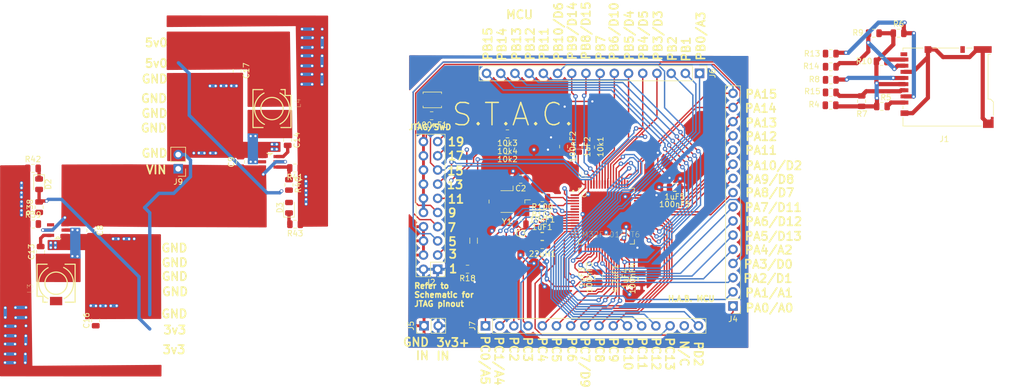
<source format=kicad_pcb>
(kicad_pcb (version 20171130) (host pcbnew 5.0.2-bee76a0~70~ubuntu18.04.1)
  (layers (0 F.Cu signal) (1 In1.Cu power) (2 In2.Cu power) (31 B.Cu signal) (34 B.Paste user) (35 F.Paste user) (36 B.SilkS user) (37 F.SilkS user) (38 B.Mask user) (39 F.Mask user) (44 Edge.Cuts user))
  (net 0 "")
  (net 1 GND)
  (net 2 +3.3VA)
  (net 3 +3V3)
  (net 4 "Net-(10k2-Pad2)")
  (net 5 "Net-(10k3-Pad2)")
  (net 6 RST)
  (net 7 PB4)
  (net 8 PA15)
  (net 9 PA13)
  (net 10 PA14)
  (net 11 PB3)
  (net 12 "Net-(J2-Pad1)")
  (net 13 PA0)
  (net 14 PA1)
  (net 15 PA2)
  (net 16 PA3)
  (net 17 PA4)
  (net 18 PA5)
  (net 19 PA6)
  (net 20 PA7)
  (net 21 PA8)
  (net 22 PA9)
  (net 23 PA10)
  (net 24 PA11)
  (net 25 PA12)
  (net 26 PB0)
  (net 27 PB1)
  (net 28 PB2)
  (net 29 PB5)
  (net 30 PB6)
  (net 31 PB7)
  (net 32 PB8)
  (net 33 PB9)
  (net 34 PB10)
  (net 35 PB12)
  (net 36 PB13)
  (net 37 PB14)
  (net 38 PB15)
  (net 39 PC0)
  (net 40 PC1)
  (net 41 PC2)
  (net 42 PC3)
  (net 43 PC4)
  (net 44 PC5)
  (net 45 PC6)
  (net 46 PC7)
  (net 47 PC8)
  (net 48 PC9)
  (net 49 PC10)
  (net 50 PC11)
  (net 51 PC12)
  (net 52 PC13)
  (net 53 PD2)
  (net 54 "Net-(Y1-Pad2)")
  (net 55 "Net-(Y1-Pad3)")
  (net 56 PB11)
  (net 57 "Net-(C16-Pad1)")
  (net 58 "Net-(C16-Pad2)")
  (net 59 "Net-(C17-Pad1)")
  (net 60 "Net-(C18-Pad1)")
  (net 61 "Net-(C20-Pad1)")
  (net 62 "Net-(C21-Pad1)")
  (net 63 "Net-(10k1-Pad1)")
  (net 64 "Net-(10k4-Pad2)")
  (net 65 "Net-(C2-Pad1)")
  (net 66 "Net-(C3-Pad1)")
  (net 67 "Net-(C8-Pad1)")
  (net 68 "Net-(C13-Pad2)")
  (net 69 "Net-(C13-Pad1)")
  (net 70 "Net-(C14-Pad1)")
  (net 71 "Net-(C14-Pad2)")
  (net 72 +5V)
  (net 73 "Net-(D2-Pad1)")
  (net 74 "Net-(D3-Pad1)")
  (net 75 "Net-(J1-Pad1)")
  (net 76 "Net-(J1-Pad2)")
  (net 77 "Net-(J1-Pad3)")
  (net 78 "Net-(J1-Pad4)")
  (net 79 "Net-(J1-Pad5)")
  (net 80 "Net-(J1-Pad7)")
  (net 81 "Net-(J1-Pad8)")
  (net 82 "Net-(R38-Pad1)")
  (net 83 "Net-(R40-Pad1)")
  (net 84 "Net-(R100-Pad1)")
  (net 85 "Net-(R101-Pad1)")
  (module TPS564208:INDC7070X450 (layer F.Cu) (at 51.42118 109.94048 90)
    (fp_text reference L3 (at -0.98623 -4.53724 90) (layer F.SilkS) (effects (font (size 1.00085 1.00085) (thickness 0.05))))
    (fp_text value 2.2uH hide)
    (pad 1 smd rect (at -3.2254 0.1016 180) (size 2.2 1.5) (layers F.Cu F.Paste F.Mask) (net 3 +3V3))
    (pad 2 smd rect (at 3.1746 0.1016 180) (size 2.2 1.5) (layers F.Cu F.Paste F.Mask) (net 69 "Net-(C13-Pad1)"))
  )
  (module TPS564208:INDC7070X450 (layer F.Cu) (at 90.24254 78.71412 270)
    (fp_text reference L4 (at -0.98623 -4.53724 270) (layer F.SilkS) (effects (font (size 1.00085 1.00085) (thickness 0.05))))
    (fp_text value 3.3uH hide)
    (pad 1 smd rect (at -3.2254 0.1016) (size 2.2 1.5) (layers F.Cu F.Paste F.Mask) (net 72 +5V))
    (pad 2 smd rect (at 3.1746 0.1016) (size 2.2 1.5) (layers F.Cu F.Paste F.Mask) (net 70 "Net-(C14-Pad1)"))
  )
  (module TPS564208:TPS564208 (layer F.Cu) (at 89.7447 88.22348)
    (fp_text reference U5 hide)
    (fp_text value TPS564208 hide)
    (pad 1 smd rect (at -1.2954 -0.9398) (size 1.27 0.5588) (layers F.Cu F.Paste F.Mask) (net 1 GND))
    (pad 2 smd rect (at -1.2954 0) (size 1.27 0.5588) (layers F.Cu F.Paste F.Mask) (net 70 "Net-(C14-Pad1)"))
    (pad 3 smd rect (at -1.2954 0.9398) (size 1.27 0.5588) (layers F.Cu F.Paste F.Mask) (net 67 "Net-(C8-Pad1)"))
    (pad 4 smd rect (at 1.2954 0.9398) (size 1.27 0.5588) (layers F.Cu F.Paste F.Mask) (net 83 "Net-(R40-Pad1)"))
    (pad 5 smd rect (at 1.2954 0) (size 1.27 0.5588) (layers F.Cu F.Paste F.Mask) (net 67 "Net-(C8-Pad1)"))
    (pad 6 smd rect (at 1.2954 -0.9398) (size 1.27 0.5588) (layers F.Cu F.Paste F.Mask) (net 71 "Net-(C14-Pad2)"))
  )
  (module TPS564208:TPS564208 (layer F.Cu) (at 51.83266 100.45358 180)
    (fp_text reference U4 hide)
    (fp_text value TPS564208 hide)
    (pad 1 smd rect (at -1.2954 -0.9398 180) (size 1.27 0.5588) (layers F.Cu F.Paste F.Mask) (net 1 GND))
    (pad 2 smd rect (at -1.2954 0 180) (size 1.27 0.5588) (layers F.Cu F.Paste F.Mask) (net 69 "Net-(C13-Pad1)"))
    (pad 3 smd rect (at -1.2954 0.9398 180) (size 1.27 0.5588) (layers F.Cu F.Paste F.Mask) (net 67 "Net-(C8-Pad1)"))
    (pad 4 smd rect (at 1.2954 0.9398 180) (size 1.27 0.5588) (layers F.Cu F.Paste F.Mask) (net 82 "Net-(R38-Pad1)"))
    (pad 5 smd rect (at 1.2954 0 180) (size 1.27 0.5588) (layers F.Cu F.Paste F.Mask) (net 67 "Net-(C8-Pad1)"))
    (pad 6 smd rect (at 1.2954 -0.9398 180) (size 1.27 0.5588) (layers F.Cu F.Paste F.Mask) (net 68 "Net-(C13-Pad2)"))
  )
  (module STM32F401RET6:QFP50P1200X1200X160-64N (layer F.Cu) (at 149.9661 97.9486)
    (fp_text reference U1 (at -4.22007 -7.40267) (layer F.SilkS) (effects (font (size 1.00239 1.00239) (thickness 0.05))))
    (fp_text value STM32F401RET6 (at -0.04318 3.302) (layer F.SilkS) (effects (font (size 1.00246 1.00246) (thickness 0.05))))
    (pad 1 smd rect (at -5.67 -3.75) (size 1.5 0.3) (layers F.Cu F.Paste F.Mask) (net 3 +3V3))
    (pad 2 smd rect (at -5.67 -3.25) (size 1.5 0.3) (layers F.Cu F.Paste F.Mask) (net 52 PC13))
    (pad 3 smd rect (at -5.67 -2.75) (size 1.5 0.3) (layers F.Cu F.Paste F.Mask) (net 84 "Net-(R100-Pad1)"))
    (pad 4 smd rect (at -5.67 -2.25) (size 1.5 0.3) (layers F.Cu F.Paste F.Mask) (net 85 "Net-(R101-Pad1)"))
    (pad 5 smd rect (at -5.67 -1.75) (size 1.5 0.3) (layers F.Cu F.Paste F.Mask))
    (pad 6 smd rect (at -5.67 -1.25) (size 1.5 0.3) (layers F.Cu F.Paste F.Mask))
    (pad 7 smd rect (at -5.67 -0.75) (size 1.5 0.3) (layers F.Cu F.Paste F.Mask) (net 6 RST))
    (pad 8 smd rect (at -5.67 -0.25) (size 1.5 0.3) (layers F.Cu F.Paste F.Mask) (net 39 PC0))
    (pad 9 smd rect (at -5.67 0.25) (size 1.5 0.3) (layers F.Cu F.Paste F.Mask) (net 40 PC1))
    (pad 10 smd rect (at -5.67 0.75) (size 1.5 0.3) (layers F.Cu F.Paste F.Mask) (net 41 PC2))
    (pad 11 smd rect (at -5.67 1.25) (size 1.5 0.3) (layers F.Cu F.Paste F.Mask) (net 42 PC3))
    (pad 12 smd rect (at -5.67 1.75) (size 1.5 0.3) (layers F.Cu F.Paste F.Mask) (net 1 GND))
    (pad 13 smd rect (at -5.67 2.25) (size 1.5 0.3) (layers F.Cu F.Paste F.Mask) (net 2 +3.3VA))
    (pad 14 smd rect (at -5.67 2.75) (size 1.5 0.3) (layers F.Cu F.Paste F.Mask) (net 13 PA0))
    (pad 15 smd rect (at -5.67 3.25) (size 1.5 0.3) (layers F.Cu F.Paste F.Mask) (net 14 PA1))
    (pad 16 smd rect (at -5.67 3.75) (size 1.5 0.3) (layers F.Cu F.Paste F.Mask) (net 15 PA2))
    (pad 17 smd rect (at -3.75 5.67 90) (size 1.5 0.3) (layers F.Cu F.Paste F.Mask) (net 16 PA3))
    (pad 18 smd rect (at -3.25 5.67 90) (size 1.5 0.3) (layers F.Cu F.Paste F.Mask) (net 1 GND))
    (pad 19 smd rect (at -2.75 5.67 90) (size 1.5 0.3) (layers F.Cu F.Paste F.Mask) (net 3 +3V3))
    (pad 20 smd rect (at -2.25 5.67 90) (size 1.5 0.3) (layers F.Cu F.Paste F.Mask) (net 17 PA4))
    (pad 21 smd rect (at -1.75 5.67 90) (size 1.5 0.3) (layers F.Cu F.Paste F.Mask) (net 18 PA5))
    (pad 22 smd rect (at -1.25 5.67 90) (size 1.5 0.3) (layers F.Cu F.Paste F.Mask) (net 19 PA6))
    (pad 23 smd rect (at -0.75 5.67 90) (size 1.5 0.3) (layers F.Cu F.Paste F.Mask) (net 20 PA7))
    (pad 24 smd rect (at -0.25 5.67 90) (size 1.5 0.3) (layers F.Cu F.Paste F.Mask) (net 43 PC4))
    (pad 25 smd rect (at 0.25 5.67 90) (size 1.5 0.3) (layers F.Cu F.Paste F.Mask) (net 44 PC5))
    (pad 26 smd rect (at 0.75 5.67 90) (size 1.5 0.3) (layers F.Cu F.Paste F.Mask) (net 26 PB0))
    (pad 27 smd rect (at 1.25 5.67 90) (size 1.5 0.3) (layers F.Cu F.Paste F.Mask) (net 27 PB1))
    (pad 28 smd rect (at 1.75 5.67 90) (size 1.5 0.3) (layers F.Cu F.Paste F.Mask) (net 28 PB2))
    (pad 29 smd rect (at 2.25 5.67 90) (size 1.5 0.3) (layers F.Cu F.Paste F.Mask) (net 34 PB10))
    (pad 30 smd rect (at 2.75 5.67 90) (size 1.5 0.3) (layers F.Cu F.Paste F.Mask) (net 56 PB11))
    (pad 31 smd rect (at 3.25 5.67 90) (size 1.5 0.3) (layers F.Cu F.Paste F.Mask) (net 1 GND))
    (pad 32 smd rect (at 3.75 5.67 90) (size 1.5 0.3) (layers F.Cu F.Paste F.Mask) (net 3 +3V3))
    (pad 33 smd rect (at 5.67 3.75 180) (size 1.5 0.3) (layers F.Cu F.Paste F.Mask) (net 35 PB12))
    (pad 34 smd rect (at 5.67 3.25 180) (size 1.5 0.3) (layers F.Cu F.Paste F.Mask) (net 36 PB13))
    (pad 35 smd rect (at 5.67 2.75 180) (size 1.5 0.3) (layers F.Cu F.Paste F.Mask) (net 37 PB14))
    (pad 36 smd rect (at 5.67 2.25 180) (size 1.5 0.3) (layers F.Cu F.Paste F.Mask) (net 38 PB15))
    (pad 37 smd rect (at 5.67 1.75 180) (size 1.5 0.3) (layers F.Cu F.Paste F.Mask) (net 45 PC6))
    (pad 38 smd rect (at 5.67 1.25 180) (size 1.5 0.3) (layers F.Cu F.Paste F.Mask) (net 46 PC7))
    (pad 39 smd rect (at 5.67 0.75 180) (size 1.5 0.3) (layers F.Cu F.Paste F.Mask) (net 47 PC8))
    (pad 40 smd rect (at 5.67 0.25 180) (size 1.5 0.3) (layers F.Cu F.Paste F.Mask) (net 48 PC9))
    (pad 41 smd rect (at 5.67 -0.25 180) (size 1.5 0.3) (layers F.Cu F.Paste F.Mask) (net 21 PA8))
    (pad 42 smd rect (at 5.67 -0.75 180) (size 1.5 0.3) (layers F.Cu F.Paste F.Mask) (net 22 PA9))
    (pad 43 smd rect (at 5.67 -1.25 180) (size 1.5 0.3) (layers F.Cu F.Paste F.Mask) (net 23 PA10))
    (pad 44 smd rect (at 5.67 -1.75 180) (size 1.5 0.3) (layers F.Cu F.Paste F.Mask) (net 24 PA11))
    (pad 45 smd rect (at 5.67 -2.25 180) (size 1.5 0.3) (layers F.Cu F.Paste F.Mask) (net 25 PA12))
    (pad 46 smd rect (at 5.67 -2.75 180) (size 1.5 0.3) (layers F.Cu F.Paste F.Mask) (net 9 PA13))
    (pad 47 smd rect (at 5.67 -3.25 180) (size 1.5 0.3) (layers F.Cu F.Paste F.Mask) (net 1 GND))
    (pad 48 smd rect (at 5.67 -3.75 180) (size 1.5 0.3) (layers F.Cu F.Paste F.Mask) (net 3 +3V3))
    (pad 49 smd rect (at 3.75 -5.67 270) (size 1.5 0.3) (layers F.Cu F.Paste F.Mask) (net 10 PA14))
    (pad 50 smd rect (at 3.25 -5.67 270) (size 1.5 0.3) (layers F.Cu F.Paste F.Mask) (net 8 PA15))
    (pad 51 smd rect (at 2.75 -5.67 270) (size 1.5 0.3) (layers F.Cu F.Paste F.Mask) (net 49 PC10))
    (pad 52 smd rect (at 2.25 -5.67 270) (size 1.5 0.3) (layers F.Cu F.Paste F.Mask) (net 50 PC11))
    (pad 53 smd rect (at 1.75 -5.67 270) (size 1.5 0.3) (layers F.Cu F.Paste F.Mask) (net 51 PC12))
    (pad 54 smd rect (at 1.25 -5.67 270) (size 1.5 0.3) (layers F.Cu F.Paste F.Mask) (net 53 PD2))
    (pad 55 smd rect (at 0.75 -5.67 270) (size 1.5 0.3) (layers F.Cu F.Paste F.Mask) (net 11 PB3))
    (pad 56 smd rect (at 0.25 -5.67 270) (size 1.5 0.3) (layers F.Cu F.Paste F.Mask) (net 7 PB4))
    (pad 57 smd rect (at -0.25 -5.67 270) (size 1.5 0.3) (layers F.Cu F.Paste F.Mask) (net 29 PB5))
    (pad 58 smd rect (at -0.75 -5.67 270) (size 1.5 0.3) (layers F.Cu F.Paste F.Mask) (net 30 PB6))
    (pad 59 smd rect (at -1.25 -5.67 270) (size 1.5 0.3) (layers F.Cu F.Paste F.Mask) (net 31 PB7))
    (pad 60 smd rect (at -1.75 -5.67 270) (size 1.5 0.3) (layers F.Cu F.Paste F.Mask) (net 63 "Net-(10k1-Pad1)"))
    (pad 61 smd rect (at -2.25 -5.67 270) (size 1.5 0.3) (layers F.Cu F.Paste F.Mask) (net 32 PB8))
    (pad 62 smd rect (at -2.75 -5.67 270) (size 1.5 0.3) (layers F.Cu F.Paste F.Mask) (net 33 PB9))
    (pad 63 smd rect (at -3.25 -5.67 270) (size 1.5 0.3) (layers F.Cu F.Paste F.Mask) (net 1 GND))
    (pad 64 smd rect (at -3.75 -5.67 270) (size 1.5 0.3) (layers F.Cu F.Paste F.Mask) (net 3 +3V3))
  )
  (module Resistors_SMD:R_0603_HandSoldering (layer F.Cu) (at 126.2 102.35 90)
    (fp_text reference 10k4 hide)
    (fp_text value R5)
    (pad 1 smd rect (at -1.1 0 90) (size 1.2 0.9) (layers F.Cu F.Paste F.Mask))
    (pad 2 smd rect (at 1.1 0 90) (size 1.2 0.9) (layers F.Cu F.Paste F.Mask) (net 1 GND))
  )
  (module Capacitor_SMD:C_0805_2012Metric (layer F.Cu) (at 118.69612 79.97048 180)
    (fp_text reference 100nF1 (at 0 -1.65 180) (layer F.SilkS))
    (fp_text value C5)
    (pad 2 smd roundrect (at 0.9375 0 180) (size 0.975 1.4) (layers F.Cu F.Paste F.Mask) (net 1 GND))
    (pad 1 smd roundrect (at -0.9375 0 180) (size 0.975 1.4) (layers F.Cu F.Paste F.Mask) (net 6 RST))
  )
  (module Capacitor_SMD:C_0805_2012Metric (layer F.Cu) (at 142.3 85.5 270)
    (fp_text reference 100nF2 (at 0 -1.65 270) (layer F.SilkS))
    (fp_text value C15)
    (pad 1 smd roundrect (at -0.9375 0 270) (size 0.975 1.4) (layers F.Cu F.Paste F.Mask) (net 1 GND))
    (pad 2 smd roundrect (at 0.9375 0 270) (size 0.975 1.4) (layers F.Cu F.Paste F.Mask) (net 3 +3V3))
  )
  (module Capacitor_SMD:C_0805_2012Metric (layer F.Cu) (at 148.5564 108.92652 90)
    (fp_text reference 100nF3 (at 0 -1.65 90) (layer F.SilkS))
    (fp_text value C9)
    (pad 2 smd roundrect (at 0.9375 0 90) (size 0.975 1.4) (layers F.Cu F.Paste F.Mask) (net 3 +3V3))
    (pad 1 smd roundrect (at -0.9375 0 90) (size 0.975 1.4) (layers F.Cu F.Paste F.Mask) (net 1 GND))
  )
  (module Capacitor_SMD:C_0805_2012Metric (layer F.Cu) (at 156.27292 109.10932 90)
    (fp_text reference 100nF4 (at 0 -1.65 90) (layer F.SilkS))
    (fp_text value C13)
    (pad 1 smd roundrect (at -0.9375 0 90) (size 0.975 1.4) (layers F.Cu F.Paste F.Mask) (net 1 GND))
    (pad 2 smd roundrect (at 0.9375 0 90) (size 0.975 1.4) (layers F.Cu F.Paste F.Mask) (net 3 +3V3))
  )
  (module Capacitor_SMD:C_0805_2012Metric (layer F.Cu) (at 162.1708 94.18432 180)
    (fp_text reference 100nF5 (at 0 -1.65 180) (layer F.SilkS))
    (fp_text value C11)
    (pad 2 smd roundrect (at 0.9375 0 180) (size 0.975 1.4) (layers F.Cu F.Paste F.Mask) (net 3 +3V3))
    (pad 1 smd roundrect (at -0.9375 0 180) (size 0.975 1.4) (layers F.Cu F.Paste F.Mask) (net 1 GND))
  )
  (module Resistor_SMD:R_0805_2012Metric (layer F.Cu) (at 147.1 85.6 90)
    (fp_text reference 10k1 (at 0.05 1.8 90) (layer F.SilkS))
    (fp_text value R5 hide)
    (pad 1 smd roundrect (at -0.9375 0 90) (size 0.975 1.4) (layers F.Cu F.Paste F.Mask) (net 63 "Net-(10k1-Pad1)"))
    (pad 2 smd roundrect (at 0.9375 0 90) (size 0.975 1.4) (layers F.Cu F.Paste F.Mask) (net 1 GND))
  )
  (module Resistor_SMD:R_0805_2012Metric (layer F.Cu) (at 132.25468 86.12236 180)
    (fp_text reference 10k2 (at 0 -1.65 180) (layer F.SilkS))
    (fp_text value R6)
    (pad 2 smd roundrect (at 0.9375 0 180) (size 0.975 1.4) (layers F.Cu F.Paste F.Mask) (net 4 "Net-(10k2-Pad2)"))
    (pad 1 smd roundrect (at -0.9375 0 180) (size 0.975 1.4) (layers F.Cu F.Paste F.Mask) (net 1 GND))
  )
  (module Resistor_SMD:R_0805_2012Metric (layer F.Cu) (at 132.25468 83.22168 180)
    (fp_text reference 10k3 (at 0 -1.65 180) (layer F.SilkS))
    (fp_text value R7)
    (pad 1 smd roundrect (at -0.9375 0 180) (size 0.975 1.4) (layers F.Cu F.Paste F.Mask) (net 1 GND))
    (pad 2 smd roundrect (at 0.9375 0 180) (size 0.975 1.4) (layers F.Cu F.Paste F.Mask) (net 5 "Net-(10k3-Pad2)"))
  )
  (module Resistor_SMD:R_0805_2012Metric (layer F.Cu) (at 132.25468 84.6644 180)
    (fp_text reference 10k4 (at 0 -1.65 180) (layer F.SilkS))
    (fp_text value R8)
    (pad 1 smd roundrect (at -0.9375 0 180) (size 0.975 1.4) (layers F.Cu F.Paste F.Mask) (net 1 GND))
    (pad 2 smd roundrect (at 0.9375 0 180) (size 0.975 1.4) (layers F.Cu F.Paste F.Mask) (net 64 "Net-(10k4-Pad2)"))
  )
  (module Capacitor_SMD:C_0805_2012Metric (layer F.Cu) (at 138.47006 100.2219)
    (fp_text reference 10nF1 (at 0 -1.65) (layer F.SilkS))
    (fp_text value C7)
    (pad 2 smd roundrect (at 0.9375 0) (size 0.975 1.4) (layers F.Cu F.Paste F.Mask) (net 2 +3.3VA))
    (pad 1 smd roundrect (at -0.9375 0) (size 0.975 1.4) (layers F.Cu F.Paste F.Mask) (net 1 GND))
  )
  (module Capacitor_SMD:C_0805_2012Metric (layer F.Cu) (at 138.46752 101.56556)
    (fp_text reference 1uF1 (at 0 -1.65) (layer F.SilkS))
    (fp_text value C6)
    (pad 1 smd roundrect (at -0.9375 0) (size 0.975 1.4) (layers F.Cu F.Paste F.Mask) (net 1 GND))
    (pad 2 smd roundrect (at 0.9375 0) (size 0.975 1.4) (layers F.Cu F.Paste F.Mask) (net 2 +3.3VA))
  )
  (module Capacitor_SMD:C_0805_2012Metric (layer F.Cu) (at 144.9 85.5375 270)
    (fp_text reference 1uF2 (at 0 -1.65 270) (layer F.SilkS))
    (fp_text value C14)
    (pad 2 smd roundrect (at 0.9375 0 270) (size 0.975 1.4) (layers F.Cu F.Paste F.Mask) (net 3 +3V3))
    (pad 1 smd roundrect (at -0.9375 0 270) (size 0.975 1.4) (layers F.Cu F.Paste F.Mask) (net 1 GND))
  )
  (module Capacitor_SMD:C_0805_2012Metric (layer F.Cu) (at 147.20512 108.92652 90)
    (fp_text reference 1uF3 (at 0 -1.65 90) (layer F.SilkS))
    (fp_text value C8)
    (pad 1 smd roundrect (at -0.9375 0 90) (size 0.975 1.4) (layers F.Cu F.Paste F.Mask) (net 1 GND))
    (pad 2 smd roundrect (at 0.9375 0 90) (size 0.975 1.4) (layers F.Cu F.Paste F.Mask) (net 3 +3V3))
  )
  (module Capacitor_SMD:C_0805_2012Metric (layer F.Cu) (at 154.94704 109.10936 90)
    (fp_text reference 1uF4 (at 0 -1.65 90) (layer F.SilkS))
    (fp_text value C12)
    (pad 2 smd roundrect (at 0.9375 0 90) (size 0.975 1.4) (layers F.Cu F.Paste F.Mask) (net 3 +3V3))
    (pad 1 smd roundrect (at -0.9375 0 90) (size 0.975 1.4) (layers F.Cu F.Paste F.Mask) (net 1 GND))
  )
  (module Capacitor_SMD:C_0805_2012Metric (layer F.Cu) (at 162.17588 92.82288 180)
    (fp_text reference 1uF5 (at 0 -1.65 180) (layer F.SilkS))
    (fp_text value C10)
    (pad 1 smd roundrect (at -0.9375 0 180) (size 0.975 1.4) (layers F.Cu F.Paste F.Mask) (net 1 GND))
    (pad 2 smd roundrect (at 0.9375 0 180) (size 0.975 1.4) (layers F.Cu F.Paste F.Mask) (net 3 +3V3))
  )
  (module Inductor_SMD:L_0805_2012Metric (layer F.Cu) (at 138.48784 103.06416 180)
    (fp_text reference 22uH1 (at 0 -1.65 180) (layer F.SilkS))
    (fp_text value L1)
    (pad 1 smd roundrect (at -0.9375 0 180) (size 0.975 1.4) (layers F.Cu F.Paste F.Mask) (net 2 +3.3VA))
    (pad 2 smd roundrect (at 0.9375 0 180) (size 0.975 1.4) (layers F.Cu F.Paste F.Mask) (net 3 +3V3))
  )
  (module Capacitor_SMD:C_0805_2012Metric (layer F.Cu) (at 153.20968 109.11448 90)
    (fp_text reference 4.7uF1 (at 0 -1.65 90) (layer F.SilkS))
    (fp_text value C21)
    (pad 1 smd roundrect (at -0.9375 0 90) (size 0.975 1.4) (layers F.Cu F.Paste F.Mask) (net 1 GND))
    (pad 2 smd roundrect (at 0.9375 0 90) (size 0.975 1.4) (layers F.Cu F.Paste F.Mask) (net 56 PB11))
  )
  (module Capacitor_SMD:C_0805_2012Metric (layer F.Cu) (at 134.63212 91.3446 180)
    (fp_text reference C2 (at 0 -1.65 180) (layer F.SilkS))
    (fp_text value 4.3pF)
    (pad 1 smd roundrect (at -0.9375 0 180) (size 0.975 1.4) (layers F.Cu F.Paste F.Mask) (net 65 "Net-(C2-Pad1)"))
    (pad 2 smd roundrect (at 0.9375 0 180) (size 0.975 1.4) (layers F.Cu F.Paste F.Mask) (net 1 GND))
  )
  (module Capacitor_SMD:C_0805_2012Metric (layer F.Cu) (at 134.62704 99.41672 180)
    (fp_text reference C3 (at 0 -1.65 180) (layer F.SilkS))
    (fp_text value 4.3pF)
    (pad 2 smd roundrect (at 0.9375 0 180) (size 0.975 1.4) (layers F.Cu F.Paste F.Mask) (net 1 GND))
    (pad 1 smd roundrect (at -0.9375 0 180) (size 0.975 1.4) (layers F.Cu F.Paste F.Mask) (net 66 "Net-(C3-Pad1)"))
  )
  (module Capacitor_SMD:C_0805_2012Metric (layer F.Cu) (at 57.74578 100.51454 270)
    (fp_text reference C8 (at 0 -1.65 270) (layer F.SilkS))
    (fp_text value 10uF)
    (pad 1 smd roundrect (at -0.9375 0 270) (size 0.975 1.4) (layers F.Cu F.Paste F.Mask) (net 67 "Net-(C8-Pad1)"))
    (pad 2 smd roundrect (at 0.9375 0 270) (size 0.975 1.4) (layers F.Cu F.Paste F.Mask) (net 1 GND))
  )
  (module Capacitor_SMD:C_0805_2012Metric (layer F.Cu) (at 84.5123 88.24888 90)
    (fp_text reference C9 (at 0 -1.65 90) (layer F.SilkS))
    (fp_text value 10uF)
    (pad 2 smd roundrect (at 0.9375 0 90) (size 0.975 1.4) (layers F.Cu F.Paste F.Mask) (net 1 GND))
    (pad 1 smd roundrect (at -0.9375 0 90) (size 0.975 1.4) (layers F.Cu F.Paste F.Mask) (net 67 "Net-(C8-Pad1)"))
  )
  (module Capacitor_SMD:C_0805_2012Metric (layer F.Cu) (at 48.75926 104.3474 90)
    (fp_text reference C13 (at 0 -1.65 90) (layer F.SilkS))
    (fp_text value 100nF)
    (pad 2 smd roundrect (at 0.9375 0 90) (size 0.975 1.4) (layers F.Cu F.Paste F.Mask) (net 68 "Net-(C13-Pad2)"))
    (pad 1 smd roundrect (at -0.9375 0 90) (size 0.975 1.4) (layers F.Cu F.Paste F.Mask) (net 69 "Net-(C13-Pad1)"))
  )
  (module Capacitor_SMD:C_0805_2012Metric (layer F.Cu) (at 92.9451 84.34236 270)
    (fp_text reference C14 (at 0 -1.65 270) (layer F.SilkS))
    (fp_text value 100nF)
    (pad 1 smd roundrect (at -0.9375 0 270) (size 0.975 1.4) (layers F.Cu F.Paste F.Mask) (net 70 "Net-(C14-Pad1)"))
    (pad 2 smd roundrect (at 0.9375 0 270) (size 0.975 1.4) (layers F.Cu F.Paste F.Mask) (net 71 "Net-(C14-Pad2)"))
  )
  (module Capacitor_SMD:C_0805_2012Metric (layer F.Cu) (at 58.60938 116.64608 90)
    (fp_text reference C16 (at 0 -1.65 90) (layer F.SilkS))
    (fp_text value 47uF)
    (pad 1 smd roundrect (at -0.9375 0 90) (size 0.975 1.4) (layers F.Cu F.Paste F.Mask) (net 3 +3V3))
    (pad 2 smd roundrect (at 0.9375 0 90) (size 0.975 1.4) (layers F.Cu F.Paste F.Mask) (net 1 GND))
  )
  (module Capacitor_SMD:C_0805_2012Metric (layer F.Cu) (at 83.9027 71.90648 270)
    (fp_text reference C17 (at 0 -1.65 270) (layer F.SilkS))
    (fp_text value 47uF)
    (pad 2 smd roundrect (at 0.9375 0 270) (size 0.975 1.4) (layers F.Cu F.Paste F.Mask) (net 1 GND))
    (pad 1 smd roundrect (at -0.9375 0 270) (size 0.975 1.4) (layers F.Cu F.Paste F.Mask) (net 72 +5V))
  )
  (module LED_SMD:LED_0805_2012Metric (layer F.Cu) (at 48.4824 92.23668 270)
    (fp_text reference D2 (at 0 -1.65 270) (layer F.SilkS))
    (fp_text value LED)
    (pad 1 smd roundrect (at -0.9375 0 270) (size 0.975 1.4) (layers F.Cu F.Paste F.Mask) (net 73 "Net-(D2-Pad1)"))
    (pad 2 smd roundrect (at 0.9375 0 270) (size 0.975 1.4) (layers F.Cu F.Paste F.Mask) (net 3 +3V3))
  )
  (module LED_SMD:LED_0805_2012Metric (layer F.Cu) (at 93.18386 96.448 90)
    (fp_text reference D3 (at 0 -1.65 90) (layer F.SilkS))
    (fp_text value LED)
    (pad 2 smd roundrect (at 0.9375 0 90) (size 0.975 1.4) (layers F.Cu F.Paste F.Mask) (net 72 +5V))
    (pad 1 smd roundrect (at -0.9375 0 90) (size 0.975 1.4) (layers F.Cu F.Paste F.Mask) (net 74 "Net-(D3-Pad1)"))
  )
  (module Connector_Card:microSD_HC_Hirose_DM3BT-DSF-PEJS (layer F.Cu) (at 210.89084 74.83904 90)
    (fp_text reference J1 (at -9.31096 -0.49084 180) (layer F.SilkS))
    (fp_text value Micro_SD_Card_Det)
    (pad 1 smd rect (at -2.775 -7.625 90) (size 0.7 1.4) (layers F.Cu F.Paste F.Mask) (net 75 "Net-(J1-Pad1)"))
    (pad 11 smd rect (at -6.575 7.375 90) (size 1.5 1.9) (layers F.Cu F.Paste F.Mask) (net 1 GND))
    (pad 11 smd rect (at -4.675 -7.625 90) (size 1 1.4) (layers F.Cu F.Paste F.Mask) (net 1 GND))
    (pad 11 smd rect (at 6.725 -3.425 90) (size 1.2 1.2) (layers F.Cu F.Paste F.Mask) (net 1 GND))
    (pad 11 smd rect (at 6.725 6.375 90) (size 1.2 3.2) (layers F.Cu F.Paste F.Mask) (net 1 GND))
    (pad 9 smd rect (at 5.875 -7.725 90) (size 0.7 1.2) (layers F.Cu F.Paste F.Mask))
    (pad 2 smd rect (at -1.675 -7.625 90) (size 0.7 1.4) (layers F.Cu F.Paste F.Mask) (net 76 "Net-(J1-Pad2)"))
    (pad 3 smd rect (at -0.575 -7.625 90) (size 0.7 1.4) (layers F.Cu F.Paste F.Mask) (net 77 "Net-(J1-Pad3)"))
    (pad 4 smd rect (at 0.525 -7.625 90) (size 0.7 1.4) (layers F.Cu F.Paste F.Mask) (net 78 "Net-(J1-Pad4)"))
    (pad 5 smd rect (at 1.625 -7.625 90) (size 0.7 1.4) (layers F.Cu F.Paste F.Mask) (net 79 "Net-(J1-Pad5)"))
    (pad 6 smd rect (at 2.725 -7.625 90) (size 0.7 1.4) (layers F.Cu F.Paste F.Mask) (net 1 GND))
    (pad 7 smd rect (at 3.825 -7.625 90) (size 0.7 1.4) (layers F.Cu F.Paste F.Mask) (net 80 "Net-(J1-Pad7)"))
    (pad 8 smd rect (at 4.925 -7.625 90) (size 0.7 1.4) (layers F.Cu F.Paste F.Mask) (net 81 "Net-(J1-Pad8)"))
    (pad 11 smd rect (at -5.575 8.075 90) (size 0.5 0.5) (layers F.Cu F.Paste F.Mask) (net 1 GND))
    (pad 10 smd rect (at 6.725 2.775 90) (size 1.2 0.8) (layers F.Cu F.Paste F.Mask))
    (pad 11 smd rect (at -5.825 7.825 135) (size 0.2 0.2) (layers F.Cu F.Paste F.Mask) (net 1 GND))
  )
  (module Connector_PinHeader_2.54mm:PinHeader_2x10_P2.54mm_Vertical (layer F.Cu) (at 119.77312 107.46852 180)
    (fp_text reference J2 (at 1.27 -2.33 180) (layer F.SilkS))
    (fp_text value Conn_ARM_JTAG_SWD_20)
    (pad 1 thru_hole rect (at 0 0 180) (size 1.7 1.7) (drill 1) (layers *.Cu *.Mask) (net 12 "Net-(J2-Pad1)"))
    (pad 2 thru_hole oval (at 2.54 0 180) (size 1.7 1.7) (drill 1) (layers *.Cu *.Mask) (net 12 "Net-(J2-Pad1)"))
    (pad 3 thru_hole oval (at 0 2.54 180) (size 1.7 1.7) (drill 1) (layers *.Cu *.Mask) (net 7 PB4))
    (pad 4 thru_hole oval (at 2.54 2.54 180) (size 1.7 1.7) (drill 1) (layers *.Cu *.Mask) (net 1 GND))
    (pad 5 thru_hole oval (at 0 5.08 180) (size 1.7 1.7) (drill 1) (layers *.Cu *.Mask) (net 8 PA15))
    (pad 6 thru_hole oval (at 2.54 5.08 180) (size 1.7 1.7) (drill 1) (layers *.Cu *.Mask) (net 1 GND))
    (pad 7 thru_hole oval (at 0 7.62 180) (size 1.7 1.7) (drill 1) (layers *.Cu *.Mask) (net 9 PA13))
    (pad 8 thru_hole oval (at 2.54 7.62 180) (size 1.7 1.7) (drill 1) (layers *.Cu *.Mask) (net 1 GND))
    (pad 9 thru_hole oval (at 0 10.16 180) (size 1.7 1.7) (drill 1) (layers *.Cu *.Mask) (net 10 PA14))
    (pad 10 thru_hole oval (at 2.54 10.16 180) (size 1.7 1.7) (drill 1) (layers *.Cu *.Mask) (net 1 GND))
    (pad 11 thru_hole oval (at 0 12.7 180) (size 1.7 1.7) (drill 1) (layers *.Cu *.Mask) (net 4 "Net-(10k2-Pad2)"))
    (pad 12 thru_hole oval (at 2.54 12.7 180) (size 1.7 1.7) (drill 1) (layers *.Cu *.Mask) (net 1 GND))
    (pad 13 thru_hole oval (at 0 15.24 180) (size 1.7 1.7) (drill 1) (layers *.Cu *.Mask) (net 11 PB3))
    (pad 14 thru_hole oval (at 2.54 15.24 180) (size 1.7 1.7) (drill 1) (layers *.Cu *.Mask) (net 1 GND))
    (pad 15 thru_hole oval (at 0 17.78 180) (size 1.7 1.7) (drill 1) (layers *.Cu *.Mask) (net 6 RST))
    (pad 16 thru_hole oval (at 2.54 17.78 180) (size 1.7 1.7) (drill 1) (layers *.Cu *.Mask) (net 1 GND))
    (pad 17 thru_hole oval (at 0 20.32 180) (size 1.7 1.7) (drill 1) (layers *.Cu *.Mask) (net 64 "Net-(10k4-Pad2)"))
    (pad 18 thru_hole oval (at 2.54 20.32 180) (size 1.7 1.7) (drill 1) (layers *.Cu *.Mask) (net 1 GND))
    (pad 19 thru_hole oval (at 0 22.86 180) (size 1.7 1.7) (drill 1) (layers *.Cu *.Mask) (net 5 "Net-(10k3-Pad2)"))
    (pad 20 thru_hole oval (at 2.54 22.86 180) (size 1.7 1.7) (drill 1) (layers *.Cu *.Mask) (net 1 GND))
  )
  (module Connector_PinHeader_2.54mm:PinHeader_1x16_P2.54mm_Vertical (layer F.Cu) (at 172.60004 114.05728 180)
    (fp_text reference J4 (at 0 -2.33 180) (layer F.SilkS))
    (fp_text value Conn_01x16_Male)
    (pad 1 thru_hole rect (at 0 0 180) (size 1.7 1.7) (drill 1) (layers *.Cu *.Mask) (net 13 PA0))
    (pad 2 thru_hole oval (at 0 2.54 180) (size 1.7 1.7) (drill 1) (layers *.Cu *.Mask) (net 14 PA1))
    (pad 3 thru_hole oval (at 0 5.08 180) (size 1.7 1.7) (drill 1) (layers *.Cu *.Mask) (net 15 PA2))
    (pad 4 thru_hole oval (at 0 7.62 180) (size 1.7 1.7) (drill 1) (layers *.Cu *.Mask) (net 16 PA3))
    (pad 5 thru_hole oval (at 0 10.16 180) (size 1.7 1.7) (drill 1) (layers *.Cu *.Mask) (net 17 PA4))
    (pad 6 thru_hole oval (at 0 12.7 180) (size 1.7 1.7) (drill 1) (layers *.Cu *.Mask) (net 18 PA5))
    (pad 7 thru_hole oval (at 0 15.24 180) (size 1.7 1.7) (drill 1) (layers *.Cu *.Mask) (net 19 PA6))
    (pad 8 thru_hole oval (at 0 17.78 180) (size 1.7 1.7) (drill 1) (layers *.Cu *.Mask) (net 20 PA7))
    (pad 9 thru_hole oval (at 0 20.32 180) (size 1.7 1.7) (drill 1) (layers *.Cu *.Mask) (net 21 PA8))
    (pad 10 thru_hole oval (at 0 22.86 180) (size 1.7 1.7) (drill 1) (layers *.Cu *.Mask) (net 22 PA9))
    (pad 11 thru_hole oval (at 0 25.4 180) (size 1.7 1.7) (drill 1) (layers *.Cu *.Mask) (net 23 PA10))
    (pad 12 thru_hole oval (at 0 27.94 180) (size 1.7 1.7) (drill 1) (layers *.Cu *.Mask) (net 24 PA11))
    (pad 13 thru_hole oval (at 0 30.48 180) (size 1.7 1.7) (drill 1) (layers *.Cu *.Mask) (net 25 PA12))
    (pad 14 thru_hole oval (at 0 33.02 180) (size 1.7 1.7) (drill 1) (layers *.Cu *.Mask) (net 9 PA13))
    (pad 15 thru_hole oval (at 0 35.56 180) (size 1.7 1.7) (drill 1) (layers *.Cu *.Mask) (net 10 PA14))
    (pad 16 thru_hole oval (at 0 38.1 180) (size 1.7 1.7) (drill 1) (layers *.Cu *.Mask) (net 8 PA15))
  )
  (module Connector_PinHeader_2.54mm:PinHeader_1x02_P2.54mm_Vertical (layer F.Cu) (at 117.33472 117.59296 90)
    (fp_text reference J5 (at 0 -2.33 90) (layer F.SilkS))
    (fp_text value Conn_01x02_Male)
    (pad 2 thru_hole oval (at 0 2.54 90) (size 1.7 1.7) (drill 1) (layers *.Cu *.Mask) (net 3 +3V3))
    (pad 1 thru_hole rect (at 0 0 90) (size 1.7 1.7) (drill 1) (layers *.Cu *.Mask) (net 1 GND))
  )
  (module Connector_PinHeader_2.54mm:PinHeader_1x16_P2.54mm_Vertical (layer F.Cu) (at 166.6158 72.38604 270)
    (fp_text reference J6 (at 0 -2.33 270) (layer F.SilkS))
    (fp_text value Conn_01x16_Male)
    (pad 1 thru_hole rect (at 0 0 270) (size 1.7 1.7) (drill 1) (layers *.Cu *.Mask) (net 26 PB0))
    (pad 2 thru_hole oval (at 0 2.54 270) (size 1.7 1.7) (drill 1) (layers *.Cu *.Mask) (net 27 PB1))
    (pad 3 thru_hole oval (at 0 5.08 270) (size 1.7 1.7) (drill 1) (layers *.Cu *.Mask) (net 28 PB2))
    (pad 4 thru_hole oval (at 0 7.62 270) (size 1.7 1.7) (drill 1) (layers *.Cu *.Mask) (net 11 PB3))
    (pad 5 thru_hole oval (at 0 10.16 270) (size 1.7 1.7) (drill 1) (layers *.Cu *.Mask) (net 7 PB4))
    (pad 6 thru_hole oval (at 0 12.7 270) (size 1.7 1.7) (drill 1) (layers *.Cu *.Mask) (net 29 PB5))
    (pad 7 thru_hole oval (at 0 15.24 270) (size 1.7 1.7) (drill 1) (layers *.Cu *.Mask) (net 30 PB6))
    (pad 8 thru_hole oval (at 0 17.78 270) (size 1.7 1.7) (drill 1) (layers *.Cu *.Mask) (net 31 PB7))
    (pad 9 thru_hole oval (at 0 20.32 270) (size 1.7 1.7) (drill 1) (layers *.Cu *.Mask) (net 32 PB8))
    (pad 10 thru_hole oval (at 0 22.86 270) (size 1.7 1.7) (drill 1) (layers *.Cu *.Mask) (net 33 PB9))
    (pad 11 thru_hole oval (at 0 25.4 270) (size 1.7 1.7) (drill 1) (layers *.Cu *.Mask) (net 34 PB10))
    (pad 12 thru_hole oval (at 0 27.94 270) (size 1.7 1.7) (drill 1) (layers *.Cu *.Mask) (net 56 PB11))
    (pad 13 thru_hole oval (at 0 30.48 270) (size 1.7 1.7) (drill 1) (layers *.Cu *.Mask) (net 35 PB12))
    (pad 14 thru_hole oval (at 0 33.02 270) (size 1.7 1.7) (drill 1) (layers *.Cu *.Mask) (net 36 PB13))
    (pad 15 thru_hole oval (at 0 35.56 270) (size 1.7 1.7) (drill 1) (layers *.Cu *.Mask) (net 37 PB14))
    (pad 16 thru_hole oval (at 0 38.1 270) (size 1.7 1.7) (drill 1) (layers *.Cu *.Mask) (net 38 PB15))
  )
  (module Connector_PinHeader_2.54mm:PinHeader_1x16_P2.54mm_Vertical (layer F.Cu) (at 128.32276 117.6082 90)
    (fp_text reference J7 (at 0 -2.33 90) (layer F.SilkS))
    (fp_text value Conn_01x16_Male)
    (pad 16 thru_hole oval (at 0 38.1 90) (size 1.7 1.7) (drill 1) (layers *.Cu *.Mask) (net 53 PD2))
    (pad 15 thru_hole oval (at 0 35.56 90) (size 1.7 1.7) (drill 1) (layers *.Cu *.Mask))
    (pad 14 thru_hole oval (at 0 33.02 90) (size 1.7 1.7) (drill 1) (layers *.Cu *.Mask) (net 52 PC13))
    (pad 13 thru_hole oval (at 0 30.48 90) (size 1.7 1.7) (drill 1) (layers *.Cu *.Mask) (net 51 PC12))
    (pad 12 thru_hole oval (at 0 27.94 90) (size 1.7 1.7) (drill 1) (layers *.Cu *.Mask) (net 50 PC11))
    (pad 11 thru_hole oval (at 0 25.4 90) (size 1.7 1.7) (drill 1) (layers *.Cu *.Mask) (net 49 PC10))
    (pad 10 thru_hole oval (at 0 22.86 90) (size 1.7 1.7) (drill 1) (layers *.Cu *.Mask) (net 48 PC9))
    (pad 9 thru_hole oval (at 0 20.32 90) (size 1.7 1.7) (drill 1) (layers *.Cu *.Mask) (net 47 PC8))
    (pad 8 thru_hole oval (at 0 17.78 90) (size 1.7 1.7) (drill 1) (layers *.Cu *.Mask) (net 46 PC7))
    (pad 7 thru_hole oval (at 0 15.24 90) (size 1.7 1.7) (drill 1) (layers *.Cu *.Mask) (net 45 PC6))
    (pad 6 thru_hole oval (at 0 12.7 90) (size 1.7 1.7) (drill 1) (layers *.Cu *.Mask) (net 44 PC5))
    (pad 5 thru_hole oval (at 0 10.16 90) (size 1.7 1.7) (drill 1) (layers *.Cu *.Mask) (net 43 PC4))
    (pad 4 thru_hole oval (at 0 7.62 90) (size 1.7 1.7) (drill 1) (layers *.Cu *.Mask) (net 42 PC3))
    (pad 3 thru_hole oval (at 0 5.08 90) (size 1.7 1.7) (drill 1) (layers *.Cu *.Mask) (net 41 PC2))
    (pad 2 thru_hole oval (at 0 2.54 90) (size 1.7 1.7) (drill 1) (layers *.Cu *.Mask) (net 40 PC1))
    (pad 1 thru_hole rect (at 0 0 90) (size 1.7 1.7) (drill 1) (layers *.Cu *.Mask) (net 39 PC0))
  )
  (module Connector_PinHeader_2.54mm:PinHeader_1x02_P2.54mm_Vertical (layer F.Cu) (at 73.3617 89.47824 180)
    (fp_text reference J9 (at 0 -2.33 180) (layer F.SilkS))
    (fp_text value Conn_01x02_Male)
    (pad 1 thru_hole rect (at 0 0 180) (size 1.7 1.7) (drill 1) (layers *.Cu *.Mask) (net 67 "Net-(C8-Pad1)"))
    (pad 2 thru_hole oval (at 0 2.54 180) (size 1.7 1.7) (drill 1) (layers *.Cu *.Mask) (net 1 GND))
  )
  (module Resistor_SMD:R_0805_2012Metric (layer F.Cu) (at 190.05 78.1)
    (fp_text reference R4 (at -2.95 -0.15) (layer F.SilkS))
    (fp_text value 0)
    (pad 1 smd roundrect (at -0.9375 0) (size 0.975 1.4) (layers F.Cu F.Paste F.Mask) (net 3 +3V3))
    (pad 2 smd roundrect (at 0.9375 0) (size 0.975 1.4) (layers F.Cu F.Paste F.Mask) (net 78 "Net-(J1-Pad4)"))
  )
  (module Resistor_SMD:R_0805_2012Metric (layer F.Cu) (at 199.2375 78.3)
    (fp_text reference R5 (at 0.7125 -1.6) (layer F.SilkS))
    (fp_text value 56k)
    (pad 2 smd roundrect (at 0.9375 0) (size 0.975 1.4) (layers F.Cu F.Paste F.Mask) (net 75 "Net-(J1-Pad1)"))
    (pad 1 smd roundrect (at -0.9375 0) (size 0.975 1.4) (layers F.Cu F.Paste F.Mask) (net 78 "Net-(J1-Pad4)"))
  )
  (module Resistor_SMD:R_0805_2012Metric (layer F.Cu) (at 202.2125 65.2)
    (fp_text reference R6 (at 0 -1.65) (layer F.SilkS))
    (fp_text value 56k)
    (pad 1 smd roundrect (at -0.9375 0) (size 0.975 1.4) (layers F.Cu F.Paste F.Mask) (net 78 "Net-(J1-Pad4)"))
    (pad 2 smd roundrect (at 0.9375 0) (size 0.975 1.4) (layers F.Cu F.Paste F.Mask) (net 76 "Net-(J1-Pad2)"))
  )
  (module Resistor_SMD:R_0805_2012Metric (layer F.Cu) (at 195.6 77.3625 270)
    (fp_text reference R7 (at 2.2875 -0.05) (layer F.SilkS))
    (fp_text value 56k)
    (pad 1 smd roundrect (at -0.9375 0 270) (size 0.975 1.4) (layers F.Cu F.Paste F.Mask) (net 77 "Net-(J1-Pad3)"))
    (pad 2 smd roundrect (at 0.9375 0 270) (size 0.975 1.4) (layers F.Cu F.Paste F.Mask) (net 78 "Net-(J1-Pad4)"))
  )
  (module Resistor_SMD:R_0805_2012Metric (layer F.Cu) (at 190.0875 73.55 180)
    (fp_text reference R8 (at 2.9375 0.1 180) (layer F.SilkS))
    (fp_text value 0)
    (pad 1 smd roundrect (at -0.9375 0 180) (size 0.975 1.4) (layers F.Cu F.Paste F.Mask) (net 79 "Net-(J1-Pad5)"))
    (pad 2 smd roundrect (at 0.9375 0 180) (size 0.975 1.4) (layers F.Cu F.Paste F.Mask) (net 18 PA5))
  )
  (module Resistor_SMD:R_0805_2012Metric (layer F.Cu) (at 197.7875 65.2 180)
    (fp_text reference R9 (at 2.8375 0.1 180) (layer F.SilkS))
    (fp_text value 56k)
    (pad 2 smd roundrect (at 0.9375 0 180) (size 0.975 1.4) (layers F.Cu F.Paste F.Mask) (net 80 "Net-(J1-Pad7)"))
    (pad 1 smd roundrect (at -0.9375 0 180) (size 0.975 1.4) (layers F.Cu F.Paste F.Mask) (net 78 "Net-(J1-Pad4)"))
  )
  (module Resistor_SMD:R_0805_2012Metric (layer F.Cu) (at 199.1875 70.25)
    (fp_text reference R10 (at -3.1375 -0.05) (layer F.SilkS))
    (fp_text value 56k)
    (pad 2 smd roundrect (at 0.9375 0) (size 0.975 1.4) (layers F.Cu F.Paste F.Mask) (net 81 "Net-(J1-Pad8)"))
    (pad 1 smd roundrect (at -0.9375 0) (size 0.975 1.4) (layers F.Cu F.Paste F.Mask) (net 78 "Net-(J1-Pad4)"))
  )
  (module Resistor_SMD:R_0805_2012Metric (layer F.Cu) (at 190.0875 68.85)
    (fp_text reference R13 (at -3.3375 0) (layer F.SilkS))
    (fp_text value 0)
    (pad 1 smd roundrect (at -0.9375 0) (size 0.975 1.4) (layers F.Cu F.Paste F.Mask) (net 22 PA9))
    (pad 2 smd roundrect (at 0.9375 0) (size 0.975 1.4) (layers F.Cu F.Paste F.Mask) (net 76 "Net-(J1-Pad2)"))
  )
  (module Resistor_SMD:R_0805_2012Metric (layer F.Cu) (at 190.0875 71.2 180)
    (fp_text reference R14 (at 3.4875 0.1 180) (layer F.SilkS))
    (fp_text value 0)
    (pad 2 smd roundrect (at 0.9375 0 180) (size 0.975 1.4) (layers F.Cu F.Paste F.Mask) (net 19 PA6))
    (pad 1 smd roundrect (at -0.9375 0 180) (size 0.975 1.4) (layers F.Cu F.Paste F.Mask) (net 80 "Net-(J1-Pad7)"))
  )
  (module Resistor_SMD:R_0805_2012Metric (layer F.Cu) (at 190.0875 75.8)
    (fp_text reference R15 (at -3.2875 -0.2) (layer F.SilkS))
    (fp_text value 0)
    (pad 2 smd roundrect (at 0.9375 0) (size 0.975 1.4) (layers F.Cu F.Paste F.Mask) (net 77 "Net-(J1-Pad3)"))
    (pad 1 smd roundrect (at -0.9375 0) (size 0.975 1.4) (layers F.Cu F.Paste F.Mask) (net 20 PA7))
  )
  (module Resistor_SMD:R_0805_2012Metric (layer F.Cu) (at 125.1125 107.45 180)
    (fp_text reference R18 (at 0 -1.65 180) (layer F.SilkS))
    (fp_text value 0)
    (pad 1 smd roundrect (at -0.9375 0 180) (size 0.975 1.4) (layers F.Cu F.Paste F.Mask) (net 3 +3V3))
    (pad 2 smd roundrect (at 0.9375 0 180) (size 0.975 1.4) (layers F.Cu F.Paste F.Mask) (net 12 "Net-(J2-Pad1)"))
  )
  (module Resistor_SMD:R_0805_2012Metric (layer F.Cu) (at 48.4951 96.34912 90)
    (fp_text reference R38 (at 0 -1.65 90) (layer F.SilkS))
    (fp_text value 33.2k)
    (pad 2 smd roundrect (at 0.9375 0 90) (size 0.975 1.4) (layers F.Cu F.Paste F.Mask) (net 3 +3V3))
    (pad 1 smd roundrect (at -0.9375 0 90) (size 0.975 1.4) (layers F.Cu F.Paste F.Mask) (net 82 "Net-(R38-Pad1)"))
  )
  (module Resistor_SMD:R_0805_2012Metric (layer F.Cu) (at 47.41542 99.369)
    (fp_text reference R39 (at 0 -1.65) (layer F.SilkS))
    (fp_text value 10k)
    (pad 1 smd roundrect (at -0.9375 0) (size 0.975 1.4) (layers F.Cu F.Paste F.Mask) (net 1 GND))
    (pad 2 smd roundrect (at 0.9375 0) (size 0.975 1.4) (layers F.Cu F.Paste F.Mask) (net 82 "Net-(R38-Pad1)"))
  )
  (module Resistor_SMD:R_0805_2012Metric (layer F.Cu) (at 93.17878 92.36368 270)
    (fp_text reference R40 (at 0 -1.65 270) (layer F.SilkS))
    (fp_text value 56.2k)
    (pad 2 smd roundrect (at 0.9375 0 270) (size 0.975 1.4) (layers F.Cu F.Paste F.Mask) (net 72 +5V))
    (pad 1 smd roundrect (at -0.9375 0 270) (size 0.975 1.4) (layers F.Cu F.Paste F.Mask) (net 83 "Net-(R40-Pad1)"))
  )
  (module Resistor_SMD:R_0805_2012Metric (layer F.Cu) (at 94.24794 89.336 180)
    (fp_text reference R41 (at 0 -1.65 180) (layer F.SilkS))
    (fp_text value 10k)
    (pad 1 smd roundrect (at -0.9375 0 180) (size 0.975 1.4) (layers F.Cu F.Paste F.Mask) (net 1 GND))
    (pad 2 smd roundrect (at 0.9375 0 180) (size 0.975 1.4) (layers F.Cu F.Paste F.Mask) (net 83 "Net-(R40-Pad1)"))
  )
  (module Resistor_SMD:R_0805_2012Metric (layer F.Cu) (at 47.37986 89.4122)
    (fp_text reference R42 (at 0 -1.65) (layer F.SilkS))
    (fp_text value 4.7k)
    (pad 1 smd roundrect (at -0.9375 0) (size 0.975 1.4) (layers F.Cu F.Paste F.Mask) (net 1 GND))
    (pad 2 smd roundrect (at 0.9375 0) (size 0.975 1.4) (layers F.Cu F.Paste F.Mask) (net 73 "Net-(D2-Pad1)"))
  )
  (module Resistor_SMD:R_0805_2012Metric (layer F.Cu) (at 94.28114 99.40964 180)
    (fp_text reference R43 (at 0 -1.65 180) (layer F.SilkS))
    (fp_text value 4.7k)
    (pad 2 smd roundrect (at 0.9375 0 180) (size 0.975 1.4) (layers F.Cu F.Paste F.Mask) (net 74 "Net-(D3-Pad1)"))
    (pad 1 smd roundrect (at -0.9375 0 180) (size 0.975 1.4) (layers F.Cu F.Paste F.Mask) (net 1 GND))
  )
  (module Resistor_SMD:R_0805_2012Metric (layer F.Cu) (at 138.49292 94.63136 180)
    (fp_text reference R100 (at 0 -1.65 180) (layer F.SilkS))
    (fp_text value 0k1)
    (pad 1 smd roundrect (at -0.9375 0 180) (size 0.975 1.4) (layers F.Cu F.Paste F.Mask) (net 84 "Net-(R100-Pad1)"))
    (pad 2 smd roundrect (at 0.9375 0 180) (size 0.975 1.4) (layers F.Cu F.Paste F.Mask) (net 65 "Net-(C2-Pad1)"))
  )
  (module Resistor_SMD:R_0805_2012Metric (layer F.Cu) (at 138.50308 96.05884 180)
    (fp_text reference R101 (at 0 -1.65 180) (layer F.SilkS))
    (fp_text value 0k2)
    (pad 2 smd roundrect (at 0.9375 0 180) (size 0.975 1.4) (layers F.Cu F.Paste F.Mask) (net 66 "Net-(C3-Pad1)"))
    (pad 1 smd roundrect (at -0.9375 0 180) (size 0.975 1.4) (layers F.Cu F.Paste F.Mask) (net 85 "Net-(R101-Pad1)"))
  )
  (module Button_Switch_SMD:SW_SPST_B3U-1000P (layer F.Cu) (at 118.81808 77.13584)
    (fp_text reference SW1 hide)
    (fp_text value SW_DPST_x2 hide)
    (pad 1 smd rect (at -1.7 0) (size 0.9 1.7) (layers F.Cu F.Paste F.Mask) (net 1 GND))
    (pad 2 smd rect (at 1.7 0) (size 0.9 1.7) (layers F.Cu F.Paste F.Mask) (net 6 RST))
  )
  (module Crystal:Crystal_SMD_0603-4Pin_6.0x3.5mm_HandSoldering (layer F.Cu) (at 132.16324 95.34256 180)
    (fp_text reference Y1 (at 0 -3.6 180) (layer F.SilkS))
    (fp_text value 32.768MHz)
    (pad 1 smd rect (at -2.65 1.55 180) (size 2.7 2.1) (layers F.Cu F.Paste F.Mask) (net 65 "Net-(C2-Pad1)"))
    (pad 2 smd rect (at 2.65 1.55 180) (size 2.7 2.1) (layers F.Cu F.Paste F.Mask) (net 54 "Net-(Y1-Pad2)"))
    (pad 3 smd rect (at 2.65 -1.55 180) (size 2.7 2.1) (layers F.Cu F.Paste F.Mask) (net 55 "Net-(Y1-Pad3)"))
    (pad 4 smd rect (at -2.65 -1.55 180) (size 2.7 2.1) (layers F.Cu F.Paste F.Mask) (net 66 "Net-(C3-Pad1)"))
  )
  (gr_text 5v0 (at 69.4374 66.90018) (layer F.SilkS) (effects (font (size 1.5 1.5) (thickness 0.3))))
  (gr_text 5v0 (at 69.4374 70.60096) (layer F.SilkS) (effects (font (size 1.5 1.5) (thickness 0.3))))
  (gr_text GND (at 69.16054 73.38734) (layer F.SilkS) (effects (font (size 1.5 1.5) (thickness 0.3))))
  (gr_text GND (at 69.04116 76.88746) (layer F.SilkS) (effects (font (size 1.5 1.5) (thickness 0.3))))
  (gr_text GND (at 69.1199 79.55446) (layer F.SilkS) (effects (font (size 1.5 1.5) (thickness 0.3))))
  (gr_text GND (at 69.00052 82.18082) (layer F.SilkS) (effects (font (size 1.5 1.5) (thickness 0.3))))
  (gr_text VIN (at 69.4374 89.65858) (layer F.SilkS) (effects (font (size 1.5 1.5) (thickness 0.3))))
  (gr_text GND (at 69.12752 86.69694) (layer F.SilkS) (effects (font (size 1.5 1.5) (thickness 0.3))))
  (gr_text GND (at 72.68606 103.6743) (layer F.SilkS) (effects (font (size 1.5 1.5) (thickness 0.3))))
  (gr_text GND (at 72.7394 106.28288) (layer F.SilkS) (effects (font (size 1.5 1.5) (thickness 0.3))))
  (gr_text GND (at 72.7394 108.75176) (layer F.SilkS) (effects (font (size 1.5 1.5) (thickness 0.3))))
  (gr_text GND (at 72.81052 111.4848) (layer F.SilkS) (effects (font (size 1.5 1.5) (thickness 0.3))))
  (gr_text GND (at 72.68098 115.46498) (layer F.SilkS) (effects (font (size 1.5 1.5) (thickness 0.3))))
  (gr_text 3v3 (at 72.6124 121.87086) (layer F.SilkS) (effects (font (size 1.5 1.5) (thickness 0.3))))
  (gr_text 3v3 (at 72.75972 118.35296) (layer F.SilkS) (effects (font (size 1.5 1.5) (thickness 0.3))))
  (gr_text MCU (at 134.415 61.87) (layer F.SilkS) (effects (font (size 1.5 1.5) (thickness 0.3))))
  (gr_text "H.A.B. MCU" (at 160.83476 112.74156) (layer F.SilkS) (effects (font (size 1 1) (thickness 0.25)) (justify left)))
  (gr_text "GND\nIN" (at 118.37612 121.73316) (layer F.SilkS) (effects (font (size 1.5 1.5) (thickness 0.3)) (justify right)))
  (gr_text "3v3+\nIN" (at 119.38704 121.79412) (layer F.SilkS) (effects (font (size 1.5 1.5) (thickness 0.3)) (justify left)))
  (gr_text "Refer to\nSchematic for\nJTAG pinout" (at 115.4602 112.0456) (layer F.SilkS) (effects (font (size 1 1) (thickness 0.25)) (justify left)))
  (gr_text 19 (at 123.05988 84.65424) (layer F.SilkS) (effects (font (size 1.5 1.5) (thickness 0.3))))
  (gr_text 17 (at 123.05988 87.179) (layer F.SilkS) (effects (font (size 1.5 1.5) (thickness 0.3))))
  (gr_text 15 (at 122.94812 89.86632) (layer F.SilkS) (effects (font (size 1.5 1.5) (thickness 0.3))))
  (gr_text 13 (at 122.88716 92.33012) (layer F.SilkS) (effects (font (size 1.5 1.5) (thickness 0.3))))
  (gr_text 11 (at 123.05988 94.91076) (layer F.SilkS) (effects (font (size 1.5 1.5) (thickness 0.3))))
  (gr_text 9 (at 122.37408 97.37456) (layer F.SilkS) (effects (font (size 1.5 1.5) (thickness 0.3))))
  (gr_text 7 (at 122.3182 100.006) (layer F.SilkS) (effects (font (size 1.5 1.5) (thickness 0.3))))
  (gr_text 5 (at 122.42996 102.52568) (layer F.SilkS) (effects (font (size 1.5 1.5) (thickness 0.3))))
  (gr_text 3 (at 122.48584 104.76088) (layer F.SilkS) (effects (font (size 1.5 1.5) (thickness 0.3))))
  (gr_text 1 (at 122.5468 107.3974) (layer F.SilkS) (effects (font (size 1.5 1.5) (thickness 0.3))))
  (gr_text S.T.A.C. (at 133.20464 79.75204) (layer F.SilkS) (effects (font (size 4 4) (thickness 0.25))))
  (gr_text PC1/A4 (at 130.72052 123.91248 270) (layer F.SilkS) (effects (font (size 1.5 1.5) (thickness 0.3))))
  (gr_text PC3 (at 135.87164 121.81952 270) (layer F.SilkS) (effects (font (size 1.5 1.5) (thickness 0.3))))
  (gr_text PC4 (at 138.49292 121.87032 270) (layer F.SilkS) (effects (font (size 1.5 1.5) (thickness 0.3))))
  (gr_text PC2 (at 133.40276 121.76872 270) (layer F.SilkS) (effects (font (size 1.5 1.5) (thickness 0.3))))
  (gr_text PC11 (at 156.35928 122.59676 270) (layer F.SilkS) (effects (font (size 1.5 1.5) (thickness 0.3))))
  (gr_text PC10 (at 153.83452 122.62724 270) (layer F.SilkS) (effects (font (size 1.5 1.5) (thickness 0.3))))
  (gr_text PC8 (at 148.72912 121.93128 270) (layer F.SilkS) (effects (font (size 1.5 1.5) (thickness 0.3))))
  (gr_text PC9 (at 151.2234 121.90588 270) (layer F.SilkS) (effects (font (size 1.5 1.5) (thickness 0.3))))
  (gr_text PC13 (at 161.27164 122.62724 270) (layer F.SilkS) (effects (font (size 1.5 1.5) (thickness 0.3))))
  (gr_text N/C (at 163.88276 122.54088 270) (layer F.SilkS) (effects (font (size 1.5 1.5) (thickness 0.3))))
  (gr_text PD2 (at 166.40752 122.62724 270) (layer F.SilkS) (effects (font (size 1.5 1.5) (thickness 0.3))))
  (gr_text PC12 (at 158.82816 122.62724 270) (layer F.SilkS) (effects (font (size 1.5 1.5) (thickness 0.3))))
  (gr_text PC7/D9 (at 146.118 124.17664 270) (layer F.SilkS) (effects (font (size 1.5 1.5) (thickness 0.3))))
  (gr_text PC6 (at 143.77612 121.87032 270) (layer F.SilkS) (effects (font (size 1.5 1.5) (thickness 0.3))))
  (gr_text PC5 (at 141.00752 121.91604 270) (layer F.SilkS) (effects (font (size 1.5 1.5) (thickness 0.3))))
  (gr_text PC0/A5 (at 128.25672 123.77532 270) (layer F.SilkS) (effects (font (size 1.5 1.5) (thickness 0.3))))
  (gr_text PB7 (at 148.95264 67.80896 90) (layer F.SilkS) (effects (font (size 1.5 1.5) (thickness 0.3))))
  (gr_text PB9/D14 (at 143.85232 64.79144 90) (layer F.SilkS) (effects (font (size 1.5 1.5) (thickness 0.3))))
  (gr_text PB8/D15 (at 146.31612 64.7254 90) (layer F.SilkS) (effects (font (size 1.5 1.5) (thickness 0.3))))
  (gr_text PB5/D4 (at 154.04788 65.589 90) (layer F.SilkS) (effects (font (size 1.5 1.5) (thickness 0.3))))
  (gr_text PB15 (at 128.7444 67.09776 90) (layer F.SilkS) (effects (font (size 1.5 1.5) (thickness 0.3))))
  (gr_text PB11 (at 138.79264 67.12824 90) (layer F.SilkS) (effects (font (size 1.5 1.5) (thickness 0.3))))
  (gr_text PB13 (at 133.88028 67.09776 90) (layer F.SilkS) (effects (font (size 1.5 1.5) (thickness 0.3))))
  (gr_text PB12 (at 136.32376 67.09776 90) (layer F.SilkS) (effects (font (size 1.5 1.5) (thickness 0.3))))
  (gr_text PB14 (at 131.26916 67.18412 90) (layer F.SilkS) (effects (font (size 1.5 1.5) (thickness 0.3))))
  (gr_text PB10/D6 (at 141.38852 64.85748 90) (layer F.SilkS) (effects (font (size 1.5 1.5) (thickness 0.3))))
  (gr_text PB6/D10 (at 151.31992 64.85748 90) (layer F.SilkS) (effects (font (size 1.5 1.5) (thickness 0.3))))
  (gr_text PB2 (at 161.74916 67.95628 90) (layer F.SilkS) (effects (font (size 1.5 1.5) (thickness 0.3))))
  (gr_text PB4/D5 (at 156.5828 65.589 90) (layer F.SilkS) (effects (font (size 1.5 1.5) (thickness 0.3))))
  (gr_text PB3/D3 (at 159.18376 65.589 90) (layer F.SilkS) (effects (font (size 1.5 1.5) (thickness 0.3))))
  (gr_text PB1 (at 164.21804 68.0528 90) (layer F.SilkS) (effects (font (size 1.5 1.5) (thickness 0.3))))
  (gr_text PB0/A3 (at 166.84948 65.72108 90) (layer F.SilkS) (effects (font (size 1.5 1.5) (thickness 0.3))))
  (gr_text JTAG/SWD (at 118.4066 82.01772) (layer F.SilkS) (effects (font (size 1 1) (thickness 0.25))))
  (gr_text PA15 (at 177.64448 76.11984) (layer F.SilkS) (effects (font (size 1.5 1.5) (thickness 0.3))))
  (gr_text PA14 (at 177.55812 78.6446) (layer F.SilkS) (effects (font (size 1.5 1.5) (thickness 0.3))))
  (gr_text PA13 (at 177.64448 81.25572) (layer F.SilkS) (effects (font (size 1.5 1.5) (thickness 0.3))))
  (gr_text PA12 (at 177.64448 83.6992) (layer F.SilkS) (effects (font (size 1.5 1.5) (thickness 0.3))))
  (gr_text PA11 (at 177.614 86.16808) (layer F.SilkS) (effects (font (size 1.5 1.5) (thickness 0.3))))
  (gr_text PA10/D2 (at 179.86444 88.91128) (layer F.SilkS) (effects (font (size 1.5 1.5) (thickness 0.3))))
  (gr_text PA9/D8 (at 179.17356 91.37) (layer F.SilkS) (effects (font (size 1.5 1.5) (thickness 0.3))))
  (gr_text PA8/D7 (at 179.17356 93.76268) (layer F.SilkS) (effects (font (size 1.5 1.5) (thickness 0.3))))
  (gr_text PA7/D11 (at 179.80348 96.40428) (layer F.SilkS) (effects (font (size 1.5 1.5) (thickness 0.3))))
  (gr_text PA6/D12 (at 179.86444 98.92396) (layer F.SilkS) (effects (font (size 1.5 1.5) (thickness 0.3))))
  (gr_text PA5/D13 (at 179.80348 101.56556) (layer F.SilkS) (effects (font (size 1.5 1.5) (thickness 0.3))))
  (gr_text PA4/A2 (at 178.9856 104.02428) (layer F.SilkS) (effects (font (size 1.5 1.5) (thickness 0.3))))
  (gr_text PA3/D0 (at 178.9094 106.57952) (layer F.SilkS) (effects (font (size 1.5 1.5) (thickness 0.3))))
  (gr_text PA2/D1 (at 178.84336 109.11444) (layer F.SilkS) (effects (font (size 1.5 1.5) (thickness 0.3))))
  (gr_text PA1/A1 (at 179.04656 111.70524) (layer F.SilkS) (effects (font (size 1.5 1.5) (thickness 0.3))))
  (gr_text PA0/A0 (at 179.1126 114.4078) (layer F.SilkS) (effects (font (size 1.5 1.5) (thickness 0.3))))
  (via (at 124.99 86.045014) (size 0.8) (drill 0.4) (layers F.Cu B.Cu) (net 0))
  (segment (start 124.989986 86.045) (end 124.99 86.045014) (width 0.25) (layer B.Cu) (net 0))
  (segment (start 124.965 86.045) (end 124.989986 86.045) (width 0.25) (layer B.Cu) (net 0))
  (segment (start 124.99 86.045014) (end 124.99 88.795) (width 0.25) (layer F.Cu) (net 0))
  (segment (start 122.614999 91.170001) (end 122.215 91.57) (width 0.25) (layer F.Cu) (net 0))
  (segment (start 124.99 88.795) (end 122.614999 91.170001) (width 0.25) (layer F.Cu) (net 0))
  (via (at 122.215 91.57) (size 0.8) (drill 0.4) (layers F.Cu B.Cu) (net 0))
  (segment (start 133.35468 84.6644) (end 133.35468 86.12236) (width 0.25) (layer F.Cu) (net 1))
  (segment (start 133.35468 83.22168) (end 133.35468 84.6644) (width 0.25) (layer F.Cu) (net 1))
  (segment (start 147.20512 109.87652) (end 147.20512 109.65152) (width 0.25) (layer F.Cu) (net 1))
  (segment (start 137.52006 100.2219) (end 137.52006 101.56302) (width 0.25) (layer F.Cu) (net 1))
  (segment (start 137.52006 101.56302) (end 137.51752 101.56556) (width 0.25) (layer F.Cu) (net 1))
  (segment (start 117.11808 77.13584) (end 117.11808 79.34244) (width 0.25) (layer F.Cu) (net 1))
  (segment (start 117.11808 79.34244) (end 117.74612 79.97048) (width 0.25) (layer F.Cu) (net 1))
  (segment (start 117.74612 79.97048) (end 117.74612 84.09552) (width 0.25) (layer F.Cu) (net 1))
  (segment (start 117.74612 84.09552) (end 117.23312 84.60852) (width 0.25) (layer F.Cu) (net 1))
  (segment (start 154.94704 110.05936) (end 156.27288 110.05936) (width 0.25) (layer F.Cu) (net 1))
  (segment (start 156.27288 110.05936) (end 156.27292 110.05932) (width 0.25) (layer F.Cu) (net 1))
  (segment (start 153.83468 110.06448) (end 153.8398 110.05936) (width 0.25) (layer F.Cu) (net 1))
  (segment (start 153.8398 110.05936) (end 154.94704 110.05936) (width 0.25) (layer F.Cu) (net 1))
  (segment (start 153.20968 110.06448) (end 153.83468 110.06448) (width 0.25) (layer F.Cu) (net 1))
  (segment (start 156.25268 110.03908) (end 156.27292 110.05932) (width 0.25) (layer F.Cu) (net 1))
  (segment (start 147.20512 109.87652) (end 148.5564 109.87652) (width 0.25) (layer F.Cu) (net 1))
  (segment (start 163.12588 92.82288) (end 163.12588 94.17924) (width 0.25) (layer F.Cu) (net 1))
  (segment (start 163.12588 94.17924) (end 163.1208 94.18432) (width 0.25) (layer F.Cu) (net 1))
  (segment (start 137.5226 100.22444) (end 137.52006 100.2219) (width 0.25) (layer F.Cu) (net 1))
  (via (at 159.39 92.77) (size 0.8) (drill 0.4) (layers F.Cu B.Cu) (net 1))
  (segment (start 135.315 100.2219) (end 134.749767 100.2219) (width 0.25) (layer F.Cu) (net 1))
  (segment (start 137.52006 100.2219) (end 135.315 100.2219) (width 0.25) (layer F.Cu) (net 1))
  (segment (start 133.90204 99.41672) (end 133.67704 99.41672) (width 0.25) (layer F.Cu) (net 1))
  (segment (start 134.749767 100.2219) (end 134.569587 100.04172) (width 0.25) (layer F.Cu) (net 1))
  (segment (start 134.569587 100.04172) (end 134.52704 100.04172) (width 0.25) (layer F.Cu) (net 1))
  (segment (start 134.52704 100.04172) (end 133.90204 99.41672) (width 0.25) (layer F.Cu) (net 1))
  (segment (start 117.23312 94.76852) (end 117.23312 97.30852) (width 0.6) (layer B.Cu) (net 1))
  (segment (start 136.91264 86.12236) (end 136.99 86.045) (width 0.25) (layer F.Cu) (net 1))
  (segment (start 133.35468 86.12236) (end 136.91264 86.12236) (width 0.25) (layer F.Cu) (net 1))
  (via (at 136.99 86.045) (size 0.8) (drill 0.4) (layers F.Cu B.Cu) (net 1))
  (via (at 133.265 89.895) (size 0.8) (drill 0.4) (layers F.Cu B.Cu) (net 1))
  (segment (start 133.68212 91.3446) (end 133.68212 90.31212) (width 0.25) (layer F.Cu) (net 1))
  (segment (start 133.664999 90.294999) (end 133.265 89.895) (width 0.25) (layer F.Cu) (net 1))
  (segment (start 133.68212 90.31212) (end 133.664999 90.294999) (width 0.25) (layer F.Cu) (net 1))
  (segment (start 138.445061 99.521899) (end 137.74506 100.2219) (width 0.25) (layer F.Cu) (net 1))
  (segment (start 137.74506 100.2219) (end 137.52006 100.2219) (width 0.25) (layer F.Cu) (net 1))
  (segment (start 140.280061 99.521899) (end 138.445061 99.521899) (width 0.25) (layer F.Cu) (net 1))
  (segment (start 140.456762 99.6986) (end 140.280061 99.521899) (width 0.25) (layer F.Cu) (net 1))
  (segment (start 144.2961 99.6986) (end 140.456762 99.6986) (width 0.25) (layer F.Cu) (net 1))
  (via (at 129.489986 100.595) (size 0.8) (drill 0.4) (layers F.Cu B.Cu) (net 1))
  (segment (start 133.67704 99.41672) (end 130.668266 99.41672) (width 0.25) (layer F.Cu) (net 1))
  (segment (start 130.668266 99.41672) (end 129.889985 100.195001) (width 0.25) (layer F.Cu) (net 1))
  (segment (start 129.889985 100.195001) (end 129.489986 100.595) (width 0.25) (layer F.Cu) (net 1))
  (via (at 134.59 104.919986) (size 0.8) (drill 0.4) (layers F.Cu B.Cu) (net 1))
  (segment (start 134.190001 104.519987) (end 134.59 104.919986) (width 0.25) (layer F.Cu) (net 1))
  (segment (start 134.190001 100.796997) (end 134.190001 104.519987) (width 0.25) (layer F.Cu) (net 1))
  (segment (start 134.765098 100.2219) (end 134.190001 100.796997) (width 0.25) (layer F.Cu) (net 1))
  (segment (start 135.315 100.2219) (end 134.765098 100.2219) (width 0.25) (layer F.Cu) (net 1))
  (via (at 138.325129 107.228324) (size 0.8) (drill 0.4) (layers F.Cu B.Cu) (net 1))
  (segment (start 136.424315 106.419998) (end 136.99 106.419998) (width 0.25) (layer B.Cu) (net 1))
  (segment (start 136.090012 106.419998) (end 136.424315 106.419998) (width 0.25) (layer B.Cu) (net 1))
  (via (at 136.99 106.419998) (size 0.8) (drill 0.4) (layers F.Cu B.Cu) (net 1))
  (segment (start 137.090012 106.319986) (end 136.99 106.419998) (width 0.25) (layer F.Cu) (net 1))
  (segment (start 138.323324 107.228324) (end 138.325129 107.228324) (width 0.25) (layer F.Cu) (net 1))
  (segment (start 134.59 104.919986) (end 136.090012 106.419998) (width 0.25) (layer B.Cu) (net 1))
  (segment (start 137.516803 106.419998) (end 138.325129 107.228324) (width 0.25) (layer F.Cu) (net 1))
  (segment (start 136.99 106.419998) (end 137.516803 106.419998) (width 0.25) (layer F.Cu) (net 1))
  (via (at 138.89 110.569999) (size 0.8) (drill 0.4) (layers F.Cu B.Cu) (net 1))
  (segment (start 138.325129 110.005128) (end 138.490001 110.17) (width 0.25) (layer B.Cu) (net 1))
  (segment (start 138.325129 107.228324) (end 138.325129 110.005128) (width 0.25) (layer B.Cu) (net 1))
  (segment (start 138.490001 110.17) (end 138.89 110.569999) (width 0.25) (layer B.Cu) (net 1))
  (via (at 146.69 94.070002) (size 0.8) (drill 0.4) (layers F.Cu B.Cu) (net 1))
  (segment (start 146.7161 94.043902) (end 146.69 94.070002) (width 0.25) (layer F.Cu) (net 1))
  (segment (start 146.7161 92.2786) (end 146.7161 94.043902) (width 0.25) (layer F.Cu) (net 1))
  (via (at 153.49 99.87) (size 0.8) (drill 0.4) (layers F.Cu B.Cu) (net 1))
  (segment (start 153.2161 103.6186) (end 153.2161 101.9961) (width 0.25) (layer F.Cu) (net 1))
  (segment (start 153.2161 101.9961) (end 153.09 101.87) (width 0.25) (layer F.Cu) (net 1))
  (segment (start 153.49 99.87) (end 153.489999 101.470001) (width 0.25) (layer B.Cu) (net 1))
  (via (at 153.09 101.87) (size 0.8) (drill 0.4) (layers F.Cu B.Cu) (net 1))
  (segment (start 153.489999 101.470001) (end 153.09 101.87) (width 0.25) (layer B.Cu) (net 1))
  (segment (start 145.719106 98.189791) (end 145.719106 97.624106) (width 0.25) (layer F.Cu) (net 1))
  (via (at 145.719106 97.624106) (size 0.8) (drill 0.4) (layers F.Cu B.Cu) (net 1))
  (segment (start 145.2961 99.6986) (end 145.719106 99.275594) (width 0.25) (layer F.Cu) (net 1))
  (segment (start 145.719106 99.275594) (end 145.719106 98.189791) (width 0.25) (layer F.Cu) (net 1))
  (segment (start 144.2961 99.6986) (end 145.2961 99.6986) (width 0.25) (layer F.Cu) (net 1))
  (segment (start 149.349485 100.870149) (end 149.91517 100.870149) (width 0.25) (layer F.Cu) (net 1))
  (segment (start 148.292949 100.870149) (end 149.349485 100.870149) (width 0.25) (layer F.Cu) (net 1))
  (segment (start 146.7161 102.446998) (end 148.292949 100.870149) (width 0.25) (layer F.Cu) (net 1))
  (segment (start 146.7161 103.6186) (end 146.7161 102.446998) (width 0.25) (layer F.Cu) (net 1))
  (via (at 149.91517 100.870149) (size 0.8) (drill 0.4) (layers F.Cu B.Cu) (net 1))
  (segment (start 146.08348 109.87652) (end 145.864999 110.095001) (width 0.25) (layer F.Cu) (net 1))
  (segment (start 145.864999 110.095001) (end 145.465 110.495) (width 0.25) (layer F.Cu) (net 1))
  (segment (start 147.20512 109.87652) (end 146.08348 109.87652) (width 0.25) (layer F.Cu) (net 1))
  (via (at 145.465 110.495) (size 0.8) (drill 0.4) (layers F.Cu B.Cu) (net 1))
  (segment (start 154.065002 109.834158) (end 153.83468 110.06448) (width 0.25) (layer F.Cu) (net 1))
  (segment (start 154.065002 105.965579) (end 154.065002 109.834158) (width 0.25) (layer F.Cu) (net 1))
  (segment (start 153.2161 105.116677) (end 154.065002 105.965579) (width 0.25) (layer F.Cu) (net 1))
  (segment (start 153.2161 103.6186) (end 153.2161 105.116677) (width 0.25) (layer F.Cu) (net 1))
  (segment (start 163.12588 91.24412) (end 163.14 91.23) (width 0.25) (layer F.Cu) (net 1))
  (segment (start 163.12588 92.82288) (end 163.12588 91.24412) (width 0.25) (layer F.Cu) (net 1))
  (via (at 163.14 91.23) (size 0.8) (drill 0.4) (layers F.Cu B.Cu) (net 1))
  (segment (start 161.6 92.77) (end 162.740001 91.629999) (width 0.25) (layer B.Cu) (net 1))
  (segment (start 162.740001 91.629999) (end 163.14 91.23) (width 0.25) (layer B.Cu) (net 1))
  (segment (start 159.39 92.77) (end 161.6 92.77) (width 0.25) (layer B.Cu) (net 1))
  (segment (start 155.6361 94.6986) (end 153.567646 94.6986) (width 0.25) (layer F.Cu) (net 1))
  (segment (start 153.567646 94.6986) (end 153.327867 94.458821) (width 0.25) (layer F.Cu) (net 1))
  (via (at 153.327867 94.458821) (size 0.8) (drill 0.4) (layers F.Cu B.Cu) (net 1))
  (via (at 140.05 83.85) (size 0.8) (drill 0.4) (layers F.Cu B.Cu) (net 1))
  (segment (start 153.690001 111.580001) (end 154.09 111.98) (width 0.25) (layer B.Cu) (net 1))
  (via (at 154.09 111.98) (size 0.8) (drill 0.4) (layers F.Cu B.Cu) (net 1))
  (segment (start 153.690001 111.580001) (end 154.09 111.98) (width 0.25) (layer F.Cu) (net 1))
  (segment (start 153.20968 110.06448) (end 153.20968 111.09968) (width 0.25) (layer F.Cu) (net 1))
  (segment (start 153.20968 111.09968) (end 153.690001 111.580001) (width 0.25) (layer F.Cu) (net 1))
  (segment (start 152.605 110.495) (end 153.690001 111.580001) (width 0.25) (layer B.Cu) (net 1))
  (segment (start 145.465 110.495) (end 152.605 110.495) (width 0.25) (layer B.Cu) (net 1))
  (segment (start 84.43218 86.01876) (end 80.715 86.01876) (width 0.6) (layer F.Cu) (net 1))
  (segment (start 80.715 86.01876) (end 80.06984 86.66392) (width 0.6) (layer F.Cu) (net 1))
  (segment (start 84.5123 87.29888) (end 84.5123 86.09888) (width 0.6) (layer F.Cu) (net 1))
  (segment (start 84.5123 86.09888) (end 84.43218 86.01876) (width 0.6) (layer F.Cu) (net 1))
  (segment (start 77.06248 86.64868) (end 76.1684 86.64868) (width 0.6) (layer F.Cu) (net 1))
  (via (at 76.15316 86.66392) (size 0.6) (drill 0.4) (layers F.Cu B.Cu) (net 1))
  (segment (start 76.1684 86.64868) (end 76.15316 86.66392) (width 0.6) (layer F.Cu) (net 1))
  (segment (start 78.05308 86.66392) (end 77.07772 86.66392) (width 0.6) (layer B.Cu) (net 1))
  (segment (start 77.07772 86.66392) (end 77.06248 86.64868) (width 0.6) (layer B.Cu) (net 1))
  (via (at 77.06248 86.64868) (size 0.6) (drill 0.4) (layers F.Cu B.Cu) (net 1))
  (segment (start 79.10972 86.66392) (end 78.05308 86.66392) (width 0.6) (layer F.Cu) (net 1))
  (via (at 78.05308 86.66392) (size 0.6) (drill 0.4) (layers F.Cu B.Cu) (net 1))
  (segment (start 80.06984 86.66392) (end 79.10972 86.66392) (width 0.6) (layer B.Cu) (net 1))
  (via (at 79.10972 86.66392) (size 0.6) (drill 0.4) (layers F.Cu B.Cu) (net 1))
  (via (at 80.06984 86.66392) (size 0.6) (drill 0.4) (layers F.Cu B.Cu) (net 1))
  (segment (start 80.06476 74.63956) (end 79.04876 74.63956) (width 0.6) (layer B.Cu) (net 1))
  (via (at 79.04876 74.63956) (size 0.6) (drill 0.4) (layers F.Cu B.Cu) (net 1))
  (segment (start 81.01472 74.6294) (end 80.07492 74.6294) (width 0.6) (layer F.Cu) (net 1))
  (segment (start 80.07492 74.6294) (end 80.06476 74.63956) (width 0.6) (layer F.Cu) (net 1))
  (via (at 80.06476 74.63956) (size 0.6) (drill 0.4) (layers F.Cu B.Cu) (net 1))
  (segment (start 81.9596 74.61924) (end 81.02488 74.61924) (width 0.6) (layer B.Cu) (net 1))
  (segment (start 81.02488 74.61924) (end 81.01472 74.6294) (width 0.6) (layer B.Cu) (net 1))
  (via (at 81.01472 74.6294) (size 0.6) (drill 0.4) (layers F.Cu B.Cu) (net 1))
  (segment (start 82.86892 74.61924) (end 81.9596 74.61924) (width 0.6) (layer F.Cu) (net 1))
  (via (at 81.9596 74.61924) (size 0.6) (drill 0.4) (layers F.Cu B.Cu) (net 1))
  (segment (start 83.77316 74.6294) (end 82.87908 74.6294) (width 0.6) (layer B.Cu) (net 1))
  (segment (start 82.87908 74.6294) (end 82.86892 74.61924) (width 0.6) (layer B.Cu) (net 1))
  (via (at 82.86892 74.61924) (size 0.6) (drill 0.4) (layers F.Cu B.Cu) (net 1))
  (segment (start 83.9027 72.85648) (end 83.9027 74.49986) (width 0.6) (layer F.Cu) (net 1))
  (segment (start 83.9027 74.49986) (end 83.77316 74.6294) (width 0.6) (layer F.Cu) (net 1))
  (via (at 83.77316 74.6294) (size 0.6) (drill 0.4) (layers F.Cu B.Cu) (net 1))
  (segment (start 97.41804 64.4694) (end 99.11984 64.4694) (width 0.6) (layer F.Cu) (net 1))
  (via (at 99.11984 64.4694) (size 0.6) (drill 0.4) (layers F.Cu B.Cu) (net 1))
  (segment (start 95.51812 64.45416) (end 97.4028 64.45416) (width 0.6) (layer B.Cu) (net 1))
  (segment (start 97.4028 64.45416) (end 97.41804 64.4694) (width 0.6) (layer B.Cu) (net 1))
  (via (at 97.41804 64.4694) (size 0.6) (drill 0.4) (layers F.Cu B.Cu) (net 1))
  (segment (start 95.53336 66.00864) (end 95.53336 64.4694) (width 0.6) (layer F.Cu) (net 1))
  (segment (start 95.53336 64.4694) (end 95.51812 64.45416) (width 0.6) (layer F.Cu) (net 1))
  (via (at 95.51812 64.45416) (size 0.6) (drill 0.4) (layers F.Cu B.Cu) (net 1))
  (segment (start 97.4028 66.00864) (end 95.53336 66.00864) (width 0.6) (layer B.Cu) (net 1))
  (via (at 95.53336 66.00864) (size 0.6) (drill 0.4) (layers F.Cu B.Cu) (net 1))
  (segment (start 99.13508 66.00864) (end 97.4028 66.00864) (width 0.6) (layer F.Cu) (net 1))
  (via (at 97.4028 66.00864) (size 0.6) (drill 0.4) (layers F.Cu B.Cu) (net 1))
  (segment (start 99.11984 67.746) (end 99.11984 66.02388) (width 0.6) (layer B.Cu) (net 1))
  (via (at 99.13508 66.00864) (size 0.6) (drill 0.4) (layers F.Cu B.Cu) (net 1))
  (segment (start 99.11984 66.02388) (end 99.13508 66.00864) (width 0.6) (layer B.Cu) (net 1))
  (segment (start 97.37232 67.72568) (end 99.09952 67.72568) (width 0.6) (layer F.Cu) (net 1))
  (segment (start 99.09952 67.72568) (end 99.11984 67.746) (width 0.6) (layer F.Cu) (net 1))
  (via (at 99.11984 67.746) (size 0.6) (drill 0.4) (layers F.Cu B.Cu) (net 1))
  (segment (start 95.51812 67.76124) (end 97.33676 67.76124) (width 0.6) (layer B.Cu) (net 1))
  (segment (start 97.33676 67.76124) (end 97.37232 67.72568) (width 0.6) (layer B.Cu) (net 1))
  (via (at 97.37232 67.72568) (size 0.6) (drill 0.4) (layers F.Cu B.Cu) (net 1))
  (segment (start 95.50288 69.25476) (end 95.50288 67.77648) (width 0.6) (layer F.Cu) (net 1))
  (segment (start 95.50288 67.77648) (end 95.51812 67.76124) (width 0.6) (layer F.Cu) (net 1))
  (via (at 95.51812 67.76124) (size 0.6) (drill 0.4) (layers F.Cu B.Cu) (net 1))
  (segment (start 97.3266 69.23952) (end 95.51812 69.23952) (width 0.6) (layer B.Cu) (net 1))
  (segment (start 95.51812 69.23952) (end 95.50288 69.25476) (width 0.6) (layer B.Cu) (net 1))
  (via (at 95.50288 69.25476) (size 0.6) (drill 0.4) (layers F.Cu B.Cu) (net 1))
  (segment (start 99.1046 69.25476) (end 97.34184 69.25476) (width 0.6) (layer F.Cu) (net 1))
  (segment (start 97.34184 69.25476) (end 97.3266 69.23952) (width 0.6) (layer F.Cu) (net 1))
  (via (at 97.3266 69.23952) (size 0.6) (drill 0.4) (layers F.Cu B.Cu) (net 1))
  (segment (start 99.08428 71.06324) (end 99.08428 69.27508) (width 0.6) (layer B.Cu) (net 1))
  (segment (start 99.08428 69.27508) (end 99.1046 69.25476) (width 0.6) (layer B.Cu) (net 1))
  (via (at 99.1046 69.25476) (size 0.6) (drill 0.4) (layers F.Cu B.Cu) (net 1))
  (segment (start 97.3266 71.04292) (end 99.06396 71.04292) (width 0.6) (layer F.Cu) (net 1))
  (segment (start 99.06396 71.04292) (end 99.08428 71.06324) (width 0.6) (layer F.Cu) (net 1))
  (via (at 99.08428 71.06324) (size 0.6) (drill 0.4) (layers F.Cu B.Cu) (net 1))
  (segment (start 95.4724 71.04292) (end 97.3266 71.04292) (width 0.6) (layer B.Cu) (net 1))
  (via (at 97.3266 71.04292) (size 0.6) (drill 0.4) (layers F.Cu B.Cu) (net 1))
  (segment (start 95.4724 72.54152) (end 95.4724 71.04292) (width 0.6) (layer F.Cu) (net 1))
  (via (at 95.4724 71.04292) (size 0.6) (drill 0.4) (layers F.Cu B.Cu) (net 1))
  (segment (start 97.31136 72.55676) (end 95.48764 72.55676) (width 0.6) (layer B.Cu) (net 1))
  (segment (start 95.48764 72.55676) (end 95.4724 72.54152) (width 0.6) (layer B.Cu) (net 1))
  (via (at 95.4724 72.54152) (size 0.6) (drill 0.4) (layers F.Cu B.Cu) (net 1))
  (segment (start 99.06904 72.55676) (end 97.31136 72.55676) (width 0.6) (layer F.Cu) (net 1))
  (via (at 97.31136 72.55676) (size 0.6) (drill 0.4) (layers F.Cu B.Cu) (net 1))
  (segment (start 99.08428 74.34492) (end 99.08428 72.572) (width 0.6) (layer B.Cu) (net 1))
  (segment (start 99.08428 72.572) (end 99.06904 72.55676) (width 0.6) (layer B.Cu) (net 1))
  (via (at 99.06904 72.55676) (size 0.6) (drill 0.4) (layers F.Cu B.Cu) (net 1))
  (segment (start 97.3266 74.34492) (end 99.08428 74.34492) (width 0.6) (layer F.Cu) (net 1))
  (via (at 99.08428 74.34492) (size 0.6) (drill 0.4) (layers F.Cu B.Cu) (net 1))
  (segment (start 95.4724 74.32968) (end 97.31136 74.32968) (width 0.6) (layer B.Cu) (net 1))
  (segment (start 97.31136 74.32968) (end 97.3266 74.34492) (width 0.6) (layer B.Cu) (net 1))
  (via (at 97.3266 74.34492) (size 0.6) (drill 0.4) (layers F.Cu B.Cu) (net 1))
  (segment (start 95.34794 89.336) (end 95.34794 74.45414) (width 0.6) (layer F.Cu) (net 1))
  (segment (start 95.34794 74.45414) (end 95.4724 74.32968) (width 0.6) (layer F.Cu) (net 1))
  (via (at 95.4724 74.32968) (size 0.6) (drill 0.4) (layers F.Cu B.Cu) (net 1))
  (segment (start 90.9766 85.96796) (end 90.15364 85.96796) (width 0.6) (layer B.Cu) (net 1))
  (segment (start 90.15364 85.96796) (end 90.14348 85.9578) (width 0.6) (layer B.Cu) (net 1))
  (via (at 90.14348 85.9578) (size 0.6) (drill 0.4) (layers F.Cu B.Cu) (net 1))
  (segment (start 90.98676 85.08912) (end 90.98676 85.9578) (width 0.6) (layer F.Cu) (net 1))
  (segment (start 90.98676 85.9578) (end 90.9766 85.96796) (width 0.6) (layer F.Cu) (net 1))
  (via (at 90.9766 85.96796) (size 0.6) (drill 0.4) (layers F.Cu B.Cu) (net 1))
  (segment (start 90.14348 85.07388) (end 90.97152 85.07388) (width 0.6) (layer B.Cu) (net 1))
  (segment (start 90.97152 85.07388) (end 90.98676 85.08912) (width 0.6) (layer B.Cu) (net 1))
  (via (at 90.98676 85.08912) (size 0.6) (drill 0.4) (layers F.Cu B.Cu) (net 1))
  (segment (start 88.40612 85.53616) (end 88.8684 85.07388) (width 0.6) (layer F.Cu) (net 1))
  (segment (start 88.8684 85.07388) (end 90.14348 85.07388) (width 0.6) (layer F.Cu) (net 1))
  (via (at 90.14348 85.07388) (size 0.6) (drill 0.4) (layers F.Cu B.Cu) (net 1))
  (segment (start 88.40612 86.3611) (end 88.40612 85.53616) (width 0.6) (layer F.Cu) (net 1))
  (segment (start 88.4493 87.28368) (end 88.4493 86.40428) (width 0.6) (layer F.Cu) (net 1))
  (segment (start 88.4493 86.40428) (end 88.40612 86.3611) (width 0.6) (layer F.Cu) (net 1))
  (segment (start 96.21408 91.70836) (end 96.21408 90.92604) (width 0.6) (layer F.Cu) (net 1))
  (segment (start 96.21408 90.92604) (end 96.18868 90.90064) (width 0.6) (layer F.Cu) (net 1))
  (via (at 96.18868 90.90064) (size 0.6) (drill 0.4) (layers F.Cu B.Cu) (net 1))
  (segment (start 96.22424 92.5618) (end 96.22424 91.71852) (width 0.6) (layer B.Cu) (net 1))
  (segment (start 96.22424 91.71852) (end 96.21408 91.70836) (width 0.6) (layer B.Cu) (net 1))
  (via (at 96.21408 91.70836) (size 0.6) (drill 0.4) (layers F.Cu B.Cu) (net 1))
  (segment (start 96.22424 93.36444) (end 96.22424 92.5618) (width 0.6) (layer F.Cu) (net 1))
  (via (at 96.22424 92.5618) (size 0.6) (drill 0.4) (layers F.Cu B.Cu) (net 1))
  (segment (start 96.2344 94.16708) (end 96.2344 93.3746) (width 0.6) (layer B.Cu) (net 1))
  (segment (start 96.2344 93.3746) (end 96.22424 93.36444) (width 0.6) (layer B.Cu) (net 1))
  (via (at 96.22424 93.36444) (size 0.6) (drill 0.4) (layers F.Cu B.Cu) (net 1))
  (segment (start 96.2344 94.9494) (end 96.2344 94.16708) (width 0.6) (layer F.Cu) (net 1))
  (via (at 96.2344 94.16708) (size 0.6) (drill 0.4) (layers F.Cu B.Cu) (net 1))
  (segment (start 96.2344 95.7876) (end 96.2344 94.9494) (width 0.6) (layer B.Cu) (net 1))
  (via (at 96.2344 94.9494) (size 0.6) (drill 0.4) (layers F.Cu B.Cu) (net 1))
  (segment (start 95.38114 99.40964) (end 95.38114 96.64086) (width 0.6) (layer F.Cu) (net 1))
  (segment (start 95.38114 96.64086) (end 96.2344 95.7876) (width 0.6) (layer F.Cu) (net 1))
  (via (at 96.2344 95.7876) (size 0.6) (drill 0.4) (layers F.Cu B.Cu) (net 1))
  (segment (start 61.30432 114.01972) (end 62.3508 114.01972) (width 0.6) (layer B.Cu) (net 1))
  (via (at 62.35588 114.01464) (size 0.6) (drill 0.4) (layers F.Cu B.Cu) (net 1))
  (segment (start 62.3508 114.01972) (end 62.35588 114.01464) (width 0.6) (layer B.Cu) (net 1))
  (segment (start 60.38484 114.0248) (end 61.29924 114.0248) (width 0.6) (layer F.Cu) (net 1))
  (segment (start 61.29924 114.0248) (end 61.30432 114.01972) (width 0.6) (layer F.Cu) (net 1))
  (via (at 61.30432 114.01972) (size 0.6) (drill 0.4) (layers F.Cu B.Cu) (net 1))
  (segment (start 59.45012 114.0248) (end 60.38484 114.0248) (width 0.6) (layer B.Cu) (net 1))
  (via (at 60.38484 114.0248) (size 0.6) (drill 0.4) (layers F.Cu B.Cu) (net 1))
  (segment (start 58.65256 114.02988) (end 59.44504 114.02988) (width 0.6) (layer F.Cu) (net 1))
  (segment (start 59.44504 114.02988) (end 59.45012 114.0248) (width 0.6) (layer F.Cu) (net 1))
  (via (at 59.45012 114.0248) (size 0.6) (drill 0.4) (layers F.Cu B.Cu) (net 1))
  (segment (start 57.73308 113.9994) (end 58.62208 113.9994) (width 0.6) (layer B.Cu) (net 1))
  (segment (start 58.62208 113.9994) (end 58.65256 114.02988) (width 0.6) (layer B.Cu) (net 1))
  (via (at 58.65256 114.02988) (size 0.6) (drill 0.4) (layers F.Cu B.Cu) (net 1))
  (segment (start 58.60938 115.69608) (end 58.60938 114.8757) (width 0.6) (layer F.Cu) (net 1))
  (segment (start 58.60938 114.8757) (end 57.73308 113.9994) (width 0.6) (layer F.Cu) (net 1))
  (via (at 57.73308 113.9994) (size 0.6) (drill 0.4) (layers F.Cu B.Cu) (net 1))
  (segment (start 64.57584 102.04616) (end 65.46992 102.04616) (width 0.6) (layer F.Cu) (net 1))
  (via (at 65.49024 102.02584) (size 0.6) (drill 0.4) (layers F.Cu B.Cu) (net 1))
  (segment (start 65.46992 102.04616) (end 65.49024 102.02584) (width 0.6) (layer F.Cu) (net 1))
  (segment (start 63.6462 102.02076) (end 64.55044 102.02076) (width 0.6) (layer B.Cu) (net 1))
  (segment (start 64.55044 102.02076) (end 64.57584 102.04616) (width 0.6) (layer B.Cu) (net 1))
  (via (at 64.57584 102.04616) (size 0.6) (drill 0.4) (layers F.Cu B.Cu) (net 1))
  (segment (start 62.66576 102.02076) (end 63.6462 102.02076) (width 0.6) (layer F.Cu) (net 1))
  (via (at 63.6462 102.02076) (size 0.6) (drill 0.4) (layers F.Cu B.Cu) (net 1))
  (segment (start 61.72088 102.02076) (end 62.66576 102.02076) (width 0.6) (layer B.Cu) (net 1))
  (via (at 62.66576 102.02076) (size 0.6) (drill 0.4) (layers F.Cu B.Cu) (net 1))
  (segment (start 57.74578 101.46454) (end 61.16466 101.46454) (width 0.6) (layer F.Cu) (net 1))
  (segment (start 61.16466 101.46454) (end 61.72088 102.02076) (width 0.6) (layer F.Cu) (net 1))
  (via (at 61.72088 102.02076) (size 0.6) (drill 0.4) (layers F.Cu B.Cu) (net 1))
  (segment (start 44.12884 124.20512) (end 42.4118 124.20512) (width 0.6) (layer B.Cu) (net 1))
  (segment (start 42.4118 124.20512) (end 42.39148 124.1848) (width 0.6) (layer B.Cu) (net 1))
  (via (at 42.39148 124.1848) (size 0.6) (drill 0.4) (layers F.Cu B.Cu) (net 1))
  (segment (start 46.00844 124.20512) (end 44.12884 124.20512) (width 0.6) (layer F.Cu) (net 1))
  (via (at 44.12884 124.20512) (size 0.6) (drill 0.4) (layers F.Cu B.Cu) (net 1))
  (segment (start 46.02876 122.65064) (end 46.02876 124.1848) (width 0.6) (layer B.Cu) (net 1))
  (via (at 46.00844 124.20512) (size 0.6) (drill 0.4) (layers F.Cu B.Cu) (net 1))
  (segment (start 46.02876 124.1848) (end 46.00844 124.20512) (width 0.6) (layer B.Cu) (net 1))
  (segment (start 44.1898 122.65064) (end 46.02876 122.65064) (width 0.6) (layer F.Cu) (net 1))
  (via (at 46.02876 122.65064) (size 0.6) (drill 0.4) (layers F.Cu B.Cu) (net 1))
  (segment (start 42.4118 122.65064) (end 44.1898 122.65064) (width 0.6) (layer B.Cu) (net 1))
  (via (at 44.1898 122.65064) (size 0.6) (drill 0.4) (layers F.Cu B.Cu) (net 1))
  (segment (start 42.4118 120.85232) (end 42.4118 122.65064) (width 0.6) (layer F.Cu) (net 1))
  (via (at 42.4118 122.65064) (size 0.6) (drill 0.4) (layers F.Cu B.Cu) (net 1))
  (segment (start 44.16948 120.87264) (end 42.43212 120.87264) (width 0.6) (layer B.Cu) (net 1))
  (segment (start 42.43212 120.87264) (end 42.4118 120.85232) (width 0.6) (layer B.Cu) (net 1))
  (via (at 42.4118 120.85232) (size 0.6) (drill 0.4) (layers F.Cu B.Cu) (net 1))
  (segment (start 46.0694 120.87264) (end 44.16948 120.87264) (width 0.6) (layer F.Cu) (net 1))
  (via (at 44.16948 120.87264) (size 0.6) (drill 0.4) (layers F.Cu B.Cu) (net 1))
  (segment (start 46.11004 119.40452) (end 46.11004 120.832) (width 0.6) (layer B.Cu) (net 1))
  (segment (start 46.11004 120.832) (end 46.0694 120.87264) (width 0.6) (layer B.Cu) (net 1))
  (via (at 46.0694 120.87264) (size 0.6) (drill 0.4) (layers F.Cu B.Cu) (net 1))
  (segment (start 44.23044 119.40452) (end 46.11004 119.40452) (width 0.6) (layer F.Cu) (net 1))
  (via (at 46.11004 119.40452) (size 0.6) (drill 0.4) (layers F.Cu B.Cu) (net 1))
  (segment (start 42.45244 119.3842) (end 44.21012 119.3842) (width 0.6) (layer B.Cu) (net 1))
  (via (at 44.23044 119.40452) (size 0.6) (drill 0.4) (layers F.Cu B.Cu) (net 1))
  (segment (start 44.21012 119.3842) (end 44.23044 119.40452) (width 0.6) (layer B.Cu) (net 1))
  (segment (start 42.45244 117.64684) (end 42.45244 119.3842) (width 0.6) (layer F.Cu) (net 1))
  (via (at 42.45244 119.3842) (size 0.6) (drill 0.4) (layers F.Cu B.Cu) (net 1))
  (segment (start 44.23044 117.66716) (end 42.47276 117.66716) (width 0.6) (layer B.Cu) (net 1))
  (segment (start 42.47276 117.66716) (end 42.45244 117.64684) (width 0.6) (layer B.Cu) (net 1))
  (via (at 42.45244 117.64684) (size 0.6) (drill 0.4) (layers F.Cu B.Cu) (net 1))
  (segment (start 46.13036 117.6062) (end 44.2914 117.6062) (width 0.6) (layer F.Cu) (net 1))
  (segment (start 44.2914 117.6062) (end 44.23044 117.66716) (width 0.6) (layer F.Cu) (net 1))
  (via (at 44.23044 117.66716) (size 0.6) (drill 0.4) (layers F.Cu B.Cu) (net 1))
  (via (at 46.13036 117.6062) (size 0.6) (drill 0.4) (layers F.Cu B.Cu) (net 1))
  (segment (start 46.13036 116.09236) (end 46.13036 117.6062) (width 0.6) (layer F.Cu) (net 1))
  (segment (start 44.2914 116.133) (end 46.08972 116.133) (width 0.6) (layer B.Cu) (net 1))
  (segment (start 46.08972 116.133) (end 46.13036 116.09236) (width 0.6) (layer B.Cu) (net 1))
  (via (at 46.13036 116.09236) (size 0.6) (drill 0.4) (layers F.Cu B.Cu) (net 1))
  (segment (start 42.43212 116.09236) (end 44.25076 116.09236) (width 0.6) (layer F.Cu) (net 1))
  (segment (start 44.25076 116.09236) (end 44.2914 116.133) (width 0.6) (layer F.Cu) (net 1))
  (via (at 44.2914 116.133) (size 0.6) (drill 0.4) (layers F.Cu B.Cu) (net 1))
  (segment (start 42.43212 114.37532) (end 42.43212 116.09236) (width 0.6) (layer B.Cu) (net 1))
  (via (at 42.43212 116.09236) (size 0.6) (drill 0.4) (layers F.Cu B.Cu) (net 1))
  (segment (start 44.25076 114.33468) (end 42.47276 114.33468) (width 0.6) (layer F.Cu) (net 1))
  (segment (start 42.47276 114.33468) (end 42.43212 114.37532) (width 0.6) (layer F.Cu) (net 1))
  (via (at 42.43212 114.37532) (size 0.6) (drill 0.4) (layers F.Cu B.Cu) (net 1))
  (segment (start 46.13036 114.31436) (end 44.27108 114.31436) (width 0.6) (layer B.Cu) (net 1))
  (segment (start 44.27108 114.31436) (end 44.25076 114.33468) (width 0.6) (layer B.Cu) (net 1))
  (via (at 44.25076 114.33468) (size 0.6) (drill 0.4) (layers F.Cu B.Cu) (net 1))
  (segment (start 46.31542 99.369) (end 46.31542 114.1293) (width 0.6) (layer F.Cu) (net 1))
  (segment (start 46.31542 114.1293) (end 46.13036 114.31436) (width 0.6) (layer F.Cu) (net 1))
  (via (at 46.13036 114.31436) (size 0.6) (drill 0.4) (layers F.Cu B.Cu) (net 1))
  (segment (start 45.32772 96.94076) (end 45.32772 97.7434) (width 0.6) (layer B.Cu) (net 1))
  (segment (start 45.32772 97.7434) (end 45.33788 97.75356) (width 0.6) (layer B.Cu) (net 1))
  (via (at 45.33788 97.75356) (size 0.6) (drill 0.4) (layers F.Cu B.Cu) (net 1))
  (segment (start 45.33788 96.16352) (end 45.33788 96.9306) (width 0.6) (layer F.Cu) (net 1))
  (segment (start 45.33788 96.9306) (end 45.32772 96.94076) (width 0.6) (layer F.Cu) (net 1))
  (via (at 45.32772 96.94076) (size 0.6) (drill 0.4) (layers F.Cu B.Cu) (net 1))
  (segment (start 45.33788 95.36596) (end 45.33788 96.16352) (width 0.6) (layer B.Cu) (net 1))
  (via (at 45.33788 96.16352) (size 0.6) (drill 0.4) (layers F.Cu B.Cu) (net 1))
  (segment (start 45.32772 94.54808) (end 45.32772 95.3558) (width 0.6) (layer F.Cu) (net 1))
  (segment (start 45.32772 95.3558) (end 45.33788 95.36596) (width 0.6) (layer F.Cu) (net 1))
  (via (at 45.33788 95.36596) (size 0.6) (drill 0.4) (layers F.Cu B.Cu) (net 1))
  (segment (start 45.32772 93.76068) (end 45.32772 94.54808) (width 0.6) (layer B.Cu) (net 1))
  (via (at 45.32772 94.54808) (size 0.6) (drill 0.4) (layers F.Cu B.Cu) (net 1))
  (segment (start 45.33788 92.89708) (end 45.33788 93.75052) (width 0.6) (layer F.Cu) (net 1))
  (segment (start 45.33788 93.75052) (end 45.32772 93.76068) (width 0.6) (layer F.Cu) (net 1))
  (via (at 45.32772 93.76068) (size 0.6) (drill 0.4) (layers F.Cu B.Cu) (net 1))
  (segment (start 45.33788 92.00808) (end 45.33788 92.89708) (width 0.6) (layer B.Cu) (net 1))
  (via (at 45.33788 92.89708) (size 0.6) (drill 0.4) (layers F.Cu B.Cu) (net 1))
  (segment (start 46.27986 89.4122) (end 46.27986 91.0661) (width 0.6) (layer F.Cu) (net 1))
  (segment (start 46.27986 91.0661) (end 45.33788 92.00808) (width 0.6) (layer F.Cu) (net 1))
  (via (at 45.33788 92.00808) (size 0.6) (drill 0.4) (layers F.Cu B.Cu) (net 1))
  (segment (start 50.57536 102.74212) (end 51.38816 102.74212) (width 0.6) (layer F.Cu) (net 1))
  (segment (start 50.57536 103.59556) (end 50.57536 102.74212) (width 0.6) (layer B.Cu) (net 1))
  (via (at 50.57536 102.74212) (size 0.6) (drill 0.4) (layers F.Cu B.Cu) (net 1))
  (segment (start 51.38816 103.57524) (end 50.59568 103.57524) (width 0.6) (layer F.Cu) (net 1))
  (segment (start 50.59568 103.57524) (end 50.57536 103.59556) (width 0.6) (layer F.Cu) (net 1))
  (via (at 50.57536 103.59556) (size 0.6) (drill 0.4) (layers F.Cu B.Cu) (net 1))
  (segment (start 51.38816 102.74212) (end 51.38816 103.57524) (width 0.6) (layer B.Cu) (net 1))
  (via (at 51.38816 103.57524) (size 0.6) (drill 0.4) (layers F.Cu B.Cu) (net 1))
  (segment (start 52.57688 102.74212) (end 51.38816 102.74212) (width 0.6) (layer F.Cu) (net 1))
  (via (at 51.38816 102.74212) (size 0.6) (drill 0.4) (layers F.Cu B.Cu) (net 1))
  (segment (start 52.97764 102.34136) (end 52.57688 102.74212) (width 0.6) (layer F.Cu) (net 1))
  (segment (start 53.05948 102.34136) (end 52.97764 102.34136) (width 0.6) (layer F.Cu) (net 1))
  (segment (start 53.12806 101.39338) (end 53.12806 102.27278) (width 0.6) (layer F.Cu) (net 1))
  (segment (start 53.12806 102.27278) (end 53.05948 102.34136) (width 0.6) (layer F.Cu) (net 1))
  (segment (start 95.38114 99.40964) (end 95.38114 97.4943) (width 0.6) (layer F.Cu) (net 1))
  (segment (start 95.38114 97.4943) (end 96.23186 96.64358) (width 0.6) (layer F.Cu) (net 1))
  (segment (start 67.3546 96.42768) (end 68.27662 97.3497) (width 0.6) (layer B.Cu) (net 1))
  (segment (start 68.27662 97.3497) (end 68.27662 115.61992) (width 0.6) (layer B.Cu) (net 1))
  (segment (start 69.90984 93.87244) (end 67.3546 96.42768) (width 0.6) (layer B.Cu) (net 1))
  (segment (start 72.56668 93.87244) (end 69.90984 93.87244) (width 0.6) (layer B.Cu) (net 1))
  (segment (start 75.56388 90.87524) (end 72.56668 93.87244) (width 0.6) (layer B.Cu) (net 1))
  (segment (start 75.56388 87.938339) (end 75.56388 90.87524) (width 0.6) (layer B.Cu) (net 1))
  (segment (start 73.3617 86.93824) (end 74.563781 86.93824) (width 0.6) (layer B.Cu) (net 1))
  (segment (start 74.563781 86.93824) (end 75.56388 87.938339) (width 0.6) (layer B.Cu) (net 1))
  (segment (start 46.27986 89.4122) (end 46.27986 90.342379) (width 0.6) (layer F.Cu) (net 1))
  (segment (start 46.27986 89.4122) (end 46.27986 90.35236) (width 0.6) (layer F.Cu) (net 1))
  (segment (start 46.29274 89.27504) (end 46.14274 89.27504) (width 0.6) (layer F.Cu) (net 1))
  (segment (start 46.29274 89.27504) (end 46.29274 90.33948) (width 0.6) (layer F.Cu) (net 1))
  (segment (start 95.38114 99.40964) (end 95.38114 98.3452) (width 0.6) (layer F.Cu) (net 1))
  (segment (start 95.38114 99.40964) (end 95.53114 99.40964) (width 0.6) (layer F.Cu) (net 1))
  (segment (start 204.71584 72.11404) (end 203.26584 72.11404) (width 0.75) (layer F.Cu) (net 1))
  (segment (start 204.81584 72.11404) (end 204.71584 72.11404) (width 0.75) (layer F.Cu) (net 1))
  (segment (start 207.46584 69.46404) (end 204.81584 72.11404) (width 0.75) (layer F.Cu) (net 1))
  (segment (start 208.81584 68.11404) (end 210.16584 69.46404) (width 0.75) (layer F.Cu) (net 1))
  (segment (start 216.26584 68.11404) (end 217.26584 68.11404) (width 0.75) (layer F.Cu) (net 1))
  (segment (start 214.91584 69.46404) (end 216.26584 68.11404) (width 0.75) (layer F.Cu) (net 1))
  (segment (start 210.16584 69.46404) (end 214.91584 69.46404) (width 0.75) (layer F.Cu) (net 1))
  (segment (start 207.46584 68.11404) (end 208.81584 68.11404) (width 0.75) (layer F.Cu) (net 1))
  (segment (start 217.26584 80.41404) (end 218.26584 81.41404) (width 0.75) (layer F.Cu) (net 1))
  (segment (start 217.26584 68.11404) (end 217.26584 80.41404) (width 0.75) (layer F.Cu) (net 1))
  (segment (start 207.46584 69.46404) (end 207.46584 68.11404) (width 0.75) (layer F.Cu) (net 1))
  (segment (start 207.46584 76.76404) (end 207.46584 69.46404) (width 0.75) (layer F.Cu) (net 1))
  (segment (start 204.71584 79.51404) (end 207.46584 76.76404) (width 0.75) (layer F.Cu) (net 1))
  (segment (start 203.26584 79.51404) (end 204.71584 79.51404) (width 0.75) (layer F.Cu) (net 1))
  (segment (start 46.14274 89.27504) (end 45.36074 90.05704) (width 0.6) (layer F.Cu) (net 1))
  (segment (start 142.3375 84.6) (end 142.3 84.5625) (width 0.25) (layer F.Cu) (net 1))
  (segment (start 144.9 84.6) (end 142.3375 84.6) (width 0.25) (layer F.Cu) (net 1))
  (segment (start 141.5875 83.85) (end 140.05 83.85) (width 0.25) (layer F.Cu) (net 1))
  (segment (start 142.3 84.5625) (end 141.5875 83.85) (width 0.25) (layer F.Cu) (net 1))
  (segment (start 145 84.5) (end 144.9 84.6) (width 0.25) (layer F.Cu) (net 1))
  (segment (start 144.9625 84.6625) (end 144.9 84.6) (width 0.25) (layer F.Cu) (net 1))
  (segment (start 147.1 84.6625) (end 144.9625 84.6625) (width 0.25) (layer F.Cu) (net 1))
  (segment (start 128.834986 101.25) (end 129.489986 100.595) (width 0.25) (layer F.Cu) (net 1))
  (segment (start 126.2 101.25) (end 128.834986 101.25) (width 0.25) (layer F.Cu) (net 1))
  (segment (start 139.41752 101.56556) (end 139.41752 102.89384) (width 0.25) (layer F.Cu) (net 2))
  (segment (start 139.41752 102.89384) (end 139.58784 103.06416) (width 0.25) (layer F.Cu) (net 2))
  (segment (start 139.42006 100.2219) (end 139.42006 101.56302) (width 0.25) (layer F.Cu) (net 2))
  (segment (start 139.42006 101.56302) (end 139.41752 101.56556) (width 0.25) (layer F.Cu) (net 2))
  (segment (start 144.2961 100.1986) (end 139.44336 100.1986) (width 0.25) (layer F.Cu) (net 2))
  (segment (start 139.43828 100.20368) (end 139.42006 100.2219) (width 0.25) (layer F.Cu) (net 2))
  (segment (start 155.499167 103.6186) (end 155.501577 103.61619) (width 0.25) (layer F.Cu) (net 3))
  (segment (start 153.7161 103.6186) (end 155.499167 103.6186) (width 0.25) (layer F.Cu) (net 3))
  (via (at 155.501577 103.61619) (size 0.8) (drill 0.4) (layers F.Cu B.Cu) (net 3))
  (segment (start 154.94704 105.77688) (end 154.94704 107.30936) (width 0.25) (layer F.Cu) (net 3))
  (segment (start 153.7161 103.6186) (end 153.7161 104.467192) (width 0.25) (layer F.Cu) (net 3))
  (segment (start 153.7161 104.467192) (end 154.94704 105.698132) (width 0.25) (layer F.Cu) (net 3))
  (segment (start 154.94704 105.698132) (end 154.94704 105.77688) (width 0.25) (layer F.Cu) (net 3))
  (segment (start 156.27292 108.15932) (end 156.27292 108.38432) (width 0.25) (layer F.Cu) (net 3))
  (segment (start 144.2961 94.1986) (end 144.8961 94.1986) (width 0.25) (layer F.Cu) (net 3))
  (segment (start 144.8961 94.1986) (end 146.2161 92.8786) (width 0.25) (layer F.Cu) (net 3))
  (segment (start 146.2161 92.8786) (end 146.2161 92.2786) (width 0.25) (layer F.Cu) (net 3))
  (segment (start 154.94704 107.30936) (end 154.94704 108.15936) (width 0.25) (layer F.Cu) (net 3))
  (segment (start 156.27292 108.15932) (end 154.94708 108.15932) (width 0.25) (layer F.Cu) (net 3))
  (segment (start 154.94708 108.15932) (end 154.94704 108.15936) (width 0.25) (layer F.Cu) (net 3))
  (segment (start 156.27288 108.15936) (end 156.27292 108.15932) (width 0.25) (layer F.Cu) (net 3))
  (segment (start 147.20512 107.97652) (end 148.5564 107.97652) (width 0.25) (layer F.Cu) (net 3))
  (segment (start 161.22588 92.82288) (end 161.22588 94.17924) (width 0.25) (layer F.Cu) (net 3))
  (segment (start 161.22588 94.17924) (end 161.2208 94.18432) (width 0.25) (layer F.Cu) (net 3))
  (segment (start 161.20652 94.1986) (end 161.2208 94.18432) (width 0.25) (layer F.Cu) (net 3))
  (segment (start 161.00088 92.82288) (end 161.22588 92.82288) (width 0.25) (layer F.Cu) (net 3))
  (via (at 142.49 78.345) (size 0.8) (drill 0.4) (layers F.Cu B.Cu) (net 3))
  (via (at 158.915 94.1986) (size 0.8) (drill 0.4) (layers F.Cu B.Cu) (net 3))
  (segment (start 155.6361 94.1986) (end 158.915 94.1986) (width 0.25) (layer F.Cu) (net 3))
  (segment (start 158.915 94.1986) (end 161.20652 94.1986) (width 0.25) (layer F.Cu) (net 3))
  (segment (start 137.38784 104.46784) (end 137.565 104.645) (width 0.25) (layer F.Cu) (net 3))
  (via (at 137.565 104.645) (size 0.8) (drill 0.4) (layers F.Cu B.Cu) (net 3))
  (segment (start 137.38784 103.06416) (end 137.38784 104.46784) (width 0.25) (layer F.Cu) (net 3))
  (segment (start 147.2161 103.6186) (end 147.2161 102.6186) (width 0.25) (layer F.Cu) (net 3))
  (segment (start 147.8147 102.02) (end 151.641996 102.02) (width 0.25) (layer F.Cu) (net 3))
  (segment (start 152.666998 100.994998) (end 153.488002 100.994998) (width 0.25) (layer F.Cu) (net 3))
  (segment (start 153.488002 100.994998) (end 154.1161 101.623096) (width 0.25) (layer F.Cu) (net 3))
  (segment (start 147.2161 102.6186) (end 147.8147 102.02) (width 0.25) (layer F.Cu) (net 3))
  (segment (start 154.1161 101.623096) (end 154.1161 102.6186) (width 0.25) (layer F.Cu) (net 3))
  (segment (start 154.1161 102.6186) (end 153.7161 103.0186) (width 0.25) (layer F.Cu) (net 3))
  (segment (start 151.641996 102.02) (end 152.666998 100.994998) (width 0.25) (layer F.Cu) (net 3))
  (segment (start 153.7161 103.0186) (end 153.7161 103.6186) (width 0.25) (layer F.Cu) (net 3))
  (via (at 139.314913 109.165536) (size 0.8) (drill 0.4) (layers F.Cu B.Cu) (net 3))
  (via (at 139.314913 106.07) (size 0.8) (drill 0.4) (layers F.Cu B.Cu) (net 3))
  (segment (start 137.565 104.645) (end 138.99 106.07) (width 0.25) (layer F.Cu) (net 3))
  (segment (start 138.99 106.07) (end 139.314913 106.07) (width 0.25) (layer F.Cu) (net 3))
  (segment (start 144.388002 110.545002) (end 140.694379 110.545002) (width 0.25) (layer F.Cu) (net 3))
  (segment (start 139.714912 109.565535) (end 139.314913 109.165536) (width 0.25) (layer F.Cu) (net 3))
  (segment (start 140.694379 110.545002) (end 139.714912 109.565535) (width 0.25) (layer F.Cu) (net 3))
  (segment (start 147.20512 107.97652) (end 147.20512 108.20152) (width 0.25) (layer F.Cu) (net 3))
  (segment (start 146.58012 108.82652) (end 146.106484 108.82652) (width 0.25) (layer F.Cu) (net 3))
  (segment (start 146.106484 108.82652) (end 144.388002 110.545002) (width 0.25) (layer F.Cu) (net 3))
  (segment (start 147.20512 108.20152) (end 146.58012 108.82652) (width 0.25) (layer F.Cu) (net 3))
  (segment (start 147.20512 107.75152) (end 147.20512 107.97652) (width 0.25) (layer F.Cu) (net 3))
  (segment (start 144.339999 107.243001) (end 145.073518 107.97652) (width 0.25) (layer F.Cu) (net 3))
  (segment (start 147.2161 103.6186) (end 147.2161 104.5689) (width 0.25) (layer F.Cu) (net 3))
  (segment (start 144.339999 106.631412) (end 144.339999 107.243001) (width 0.25) (layer F.Cu) (net 3))
  (segment (start 145.001242 105.970169) (end 144.339999 106.631412) (width 0.25) (layer F.Cu) (net 3))
  (segment (start 145.073518 107.97652) (end 146.58012 107.97652) (width 0.25) (layer F.Cu) (net 3))
  (segment (start 146.965013 104.819987) (end 146.580662 104.819989) (width 0.25) (layer F.Cu) (net 3))
  (segment (start 146.58012 107.97652) (end 147.20512 107.97652) (width 0.25) (layer F.Cu) (net 3))
  (segment (start 147.2161 104.5689) (end 146.965013 104.819987) (width 0.25) (layer F.Cu) (net 3))
  (segment (start 145.430482 105.970169) (end 145.001242 105.970169) (width 0.25) (layer F.Cu) (net 3))
  (segment (start 146.580662 104.819989) (end 145.430482 105.970169) (width 0.25) (layer F.Cu) (net 3))
  (via (at 161.23608 91.109996) (size 0.8) (drill 0.4) (layers F.Cu B.Cu) (net 3))
  (segment (start 161.22588 92.82288) (end 161.22588 91.120196) (width 0.25) (layer F.Cu) (net 3))
  (segment (start 161.22588 91.120196) (end 161.23608 91.109996) (width 0.25) (layer F.Cu) (net 3))
  (via (at 147.44 77.41) (size 0.8) (drill 0.4) (layers F.Cu B.Cu) (net 3))
  (segment (start 142.49 78.345) (end 143.425 77.41) (width 0.25) (layer F.Cu) (net 3))
  (segment (start 146.874315 77.41) (end 147.44 77.41) (width 0.25) (layer F.Cu) (net 3))
  (segment (start 143.425 77.41) (end 146.874315 77.41) (width 0.25) (layer F.Cu) (net 3))
  (via (at 139.5 86.05) (size 0.8) (drill 0.4) (layers F.Cu B.Cu) (net 3))
  (segment (start 159.15 87.175685) (end 159.15 86.61) (width 0.25) (layer F.Cu) (net 3))
  (segment (start 159.15 89.023916) (end 159.15 87.175685) (width 0.25) (layer F.Cu) (net 3))
  (segment (start 161.23608 91.109996) (end 159.15 89.023916) (width 0.25) (layer F.Cu) (net 3))
  (via (at 159.15 86.61) (size 0.8) (drill 0.4) (layers F.Cu B.Cu) (net 3))
  (segment (start 159.15 86.044315) (end 159.15 86.61) (width 0.25) (layer B.Cu) (net 3))
  (segment (start 159.15 84.75) (end 159.15 86.044315) (width 0.25) (layer B.Cu) (net 3))
  (segment (start 151.81 77.41) (end 159.15 84.75) (width 0.25) (layer B.Cu) (net 3))
  (segment (start 147.44 77.41) (end 151.81 77.41) (width 0.25) (layer B.Cu) (net 3))
  (segment (start 139.314913 106.07) (end 139.314913 109.165536) (width 0.25) (layer B.Cu) (net 3))
  (via (at 126.4 109.75) (size 0.6) (drill 0.4) (layers F.Cu B.Cu) (net 3))
  (segment (start 48.4824 93.33668) (end 48.4824 95.23642) (width 0.6) (layer F.Cu) (net 3))
  (segment (start 48.4824 95.23642) (end 48.4951 95.24912) (width 0.6) (layer F.Cu) (net 3))
  (segment (start 66.34622 108.80256) (end 66.34622 116.22952) (width 0.6) (layer B.Cu) (net 3))
  (segment (start 66.34622 116.22952) (end 68.27662 118.15992) (width 0.6) (layer B.Cu) (net 3))
  (segment (start 52.492781 94.949121) (end 66.34622 108.80256) (width 0.6) (layer B.Cu) (net 3))
  (segment (start 49.82606 95.24912) (end 50.126059 94.949121) (width 0.6) (layer B.Cu) (net 3))
  (segment (start 50.126059 94.949121) (end 52.492781 94.949121) (width 0.6) (layer B.Cu) (net 3))
  (segment (start 48.4951 95.24912) (end 49.82606 95.24912) (width 0.6) (layer F.Cu) (net 3))
  (via (at 49.82606 95.24912) (size 0.6) (drill 0.4) (layers F.Cu B.Cu) (net 3))
  (segment (start 126.4 107.8) (end 126.05 107.45) (width 0.25) (layer F.Cu) (net 3))
  (segment (start 126.4 109.75) (end 126.4 107.8) (width 0.25) (layer F.Cu) (net 3))
  (segment (start 142.3375 86.475) (end 142.3 86.4375) (width 0.25) (layer F.Cu) (net 3))
  (segment (start 144.9 86.475) (end 142.3375 86.475) (width 0.25) (layer F.Cu) (net 3))
  (segment (start 139.8875 86.4375) (end 139.5 86.05) (width 0.25) (layer F.Cu) (net 3))
  (segment (start 142.3 86.4375) (end 139.8875 86.4375) (width 0.25) (layer F.Cu) (net 3))
  (segment (start 145.8161 92.2786) (end 146.2161 92.2786) (width 0.25) (layer F.Cu) (net 3))
  (segment (start 144.9 91.3625) (end 145.8161 92.2786) (width 0.25) (layer F.Cu) (net 3))
  (segment (start 144.9 86.475) (end 144.9 91.3625) (width 0.25) (layer F.Cu) (net 3))
  (segment (start 123.290002 91.251638) (end 126.201488 88.340152) (width 0.25) (layer F.Cu) (net 4))
  (segment (start 123.290002 92.453719) (end 123.290002 91.251638) (width 0.25) (layer F.Cu) (net 4))
  (segment (start 126.201488 87.471978) (end 127.551106 86.12236) (width 0.25) (layer F.Cu) (net 4))
  (segment (start 130.30468 86.12236) (end 131.15468 86.12236) (width 0.25) (layer F.Cu) (net 4))
  (segment (start 119.77312 94.76852) (end 120.975201 94.76852) (width 0.25) (layer F.Cu) (net 4))
  (segment (start 120.975201 94.76852) (end 123.290002 92.453719) (width 0.25) (layer F.Cu) (net 4))
  (segment (start 126.201488 88.340152) (end 126.201488 87.471978) (width 0.25) (layer F.Cu) (net 4))
  (segment (start 127.551106 86.12236) (end 130.30468 86.12236) (width 0.25) (layer F.Cu) (net 4))
  (segment (start 119.77312 84.60852) (end 121.15996 83.22168) (width 0.25) (layer F.Cu) (net 5))
  (segment (start 121.15996 83.22168) (end 131.15468 83.22168) (width 0.25) (layer F.Cu) (net 5))
  (segment (start 118.48788 81.75372) (end 118.48788 88.40328) (width 0.25) (layer F.Cu) (net 6))
  (segment (start 118.48788 88.40328) (end 119.77312 89.68852) (width 0.25) (layer F.Cu) (net 6))
  (segment (start 119.64612 79.97048) (end 119.64612 80.59548) (width 0.25) (layer F.Cu) (net 6))
  (segment (start 119.64612 80.59548) (end 118.48788 81.75372) (width 0.25) (layer F.Cu) (net 6))
  (segment (start 120.51808 77.13584) (end 120.51808 79.32352) (width 0.25) (layer F.Cu) (net 6))
  (segment (start 120.51808 79.32352) (end 119.87112 79.97048) (width 0.25) (layer F.Cu) (net 6))
  (segment (start 119.87112 79.97048) (end 119.64612 79.97048) (width 0.25) (layer F.Cu) (net 6))
  (via (at 142.04 97.03385) (size 0.8) (drill 0.4) (layers F.Cu B.Cu) (net 6))
  (segment (start 142.20475 97.1986) (end 142.04 97.03385) (width 0.25) (layer F.Cu) (net 6))
  (segment (start 133.97615 88.97) (end 141.640001 96.633851) (width 0.25) (layer B.Cu) (net 6))
  (segment (start 141.640001 96.633851) (end 142.04 97.03385) (width 0.25) (layer B.Cu) (net 6))
  (segment (start 120.975201 89.68852) (end 121.693721 88.97) (width 0.25) (layer B.Cu) (net 6))
  (segment (start 121.693721 88.97) (end 133.97615 88.97) (width 0.25) (layer B.Cu) (net 6))
  (segment (start 119.77312 89.68852) (end 120.975201 89.68852) (width 0.25) (layer B.Cu) (net 6))
  (segment (start 144.2961 97.1986) (end 142.20475 97.1986) (width 0.25) (layer F.Cu) (net 6))
  (segment (start 150.266091 88.480847) (end 156.4558 82.291138) (width 0.25) (layer F.Cu) (net 7))
  (segment (start 156.4558 82.291138) (end 156.4558 72.38604) (width 0.25) (layer F.Cu) (net 7))
  (segment (start 150.2161 92.2786) (end 150.2161 91.2786) (width 0.25) (layer F.Cu) (net 7))
  (segment (start 150.2161 91.2786) (end 150.26609 91.22861) (width 0.25) (layer F.Cu) (net 7))
  (segment (start 150.26609 91.22861) (end 150.266091 88.480847) (width 0.25) (layer F.Cu) (net 7))
  (via (at 126.926489 87.794979) (size 0.8) (drill 0.4) (layers F.Cu B.Cu) (net 7))
  (segment (start 119.77312 104.92852) (end 126.926489 97.775151) (width 0.25) (layer F.Cu) (net 7))
  (segment (start 126.926489 88.360664) (end 126.926489 87.794979) (width 0.25) (layer F.Cu) (net 7))
  (segment (start 126.926489 97.775151) (end 126.926489 88.360664) (width 0.25) (layer F.Cu) (net 7))
  (via (at 155.27216 82.236176) (size 0.8) (drill 0.4) (layers F.Cu B.Cu) (net 7))
  (segment (start 155.837845 82.236176) (end 155.27216 82.236176) (width 0.25) (layer F.Cu) (net 7))
  (segment (start 156.400838 82.236176) (end 155.837845 82.236176) (width 0.25) (layer F.Cu) (net 7))
  (segment (start 156.4558 82.291138) (end 156.400838 82.236176) (width 0.25) (layer F.Cu) (net 7))
  (segment (start 154.872161 82.636175) (end 155.27216 82.236176) (width 0.25) (layer B.Cu) (net 7))
  (segment (start 145.532 90.965002) (end 146.967582 90.965002) (width 0.25) (layer B.Cu) (net 7))
  (segment (start 146.967582 90.965002) (end 154.872161 83.060423) (width 0.25) (layer B.Cu) (net 7))
  (segment (start 154.872161 83.060423) (end 154.872161 82.636175) (width 0.25) (layer B.Cu) (net 7))
  (segment (start 142.361977 87.794979) (end 145.532 90.965002) (width 0.25) (layer B.Cu) (net 7))
  (segment (start 126.926489 87.794979) (end 142.361977 87.794979) (width 0.25) (layer B.Cu) (net 7))
  (segment (start 172.60004 75.95728) (end 172.60004 74.755199) (width 0.25) (layer B.Cu) (net 8))
  (segment (start 115.3586 75.749) (end 115.39416 75.78456) (width 0.25) (layer B.Cu) (net 8))
  (segment (start 172.60004 74.755199) (end 168.666241 70.8214) (width 0.25) (layer B.Cu) (net 8))
  (segment (start 168.666241 70.8214) (end 159.806572 70.8214) (width 0.25) (layer B.Cu) (net 8))
  (segment (start 159.361642 70.37647) (end 120.73113 70.37647) (width 0.25) (layer B.Cu) (net 8))
  (segment (start 159.806572 70.8214) (end 159.361642 70.37647) (width 0.25) (layer B.Cu) (net 8))
  (segment (start 120.73113 70.37647) (end 115.3586 75.749) (width 0.25) (layer B.Cu) (net 8))
  (segment (start 115.39416 75.78456) (end 115.39416 99.748562) (width 0.25) (layer B.Cu) (net 8))
  (segment (start 115.39416 99.748562) (end 116.749714 101.104116) (width 0.25) (layer B.Cu) (net 8))
  (segment (start 116.749714 101.104116) (end 118.488716 101.104116) (width 0.25) (layer B.Cu) (net 8))
  (segment (start 118.488716 101.104116) (end 118.923121 101.538521) (width 0.25) (layer B.Cu) (net 8))
  (segment (start 118.923121 101.538521) (end 119.77312 102.38852) (width 0.25) (layer B.Cu) (net 8))
  (segment (start 171.397959 75.95728) (end 172.60004 75.95728) (width 0.25) (layer F.Cu) (net 8))
  (segment (start 154.778002 90.465002) (end 155.655002 89.588002) (width 0.25) (layer F.Cu) (net 8))
  (segment (start 153.2161 92.2786) (end 153.2161 91.2786) (width 0.25) (layer F.Cu) (net 8))
  (segment (start 155.655002 89.588002) (end 155.655002 88.232499) (width 0.25) (layer F.Cu) (net 8))
  (segment (start 153.2161 91.2786) (end 154.029698 90.465002) (width 0.25) (layer F.Cu) (net 8))
  (segment (start 154.029698 90.465002) (end 154.778002 90.465002) (width 0.25) (layer F.Cu) (net 8))
  (segment (start 167.930221 75.95728) (end 171.397959 75.95728) (width 0.25) (layer F.Cu) (net 8))
  (segment (start 155.655002 88.232499) (end 167.930221 75.95728) (width 0.25) (layer F.Cu) (net 8))
  (segment (start 172.60004 81.03728) (end 174.325129 79.312191) (width 0.25) (layer F.Cu) (net 9))
  (segment (start 174.325129 79.312191) (end 174.325129 75.306957) (width 0.25) (layer F.Cu) (net 9))
  (segment (start 115.38611 97.39051) (end 116.578817 98.583217) (width 0.25) (layer F.Cu) (net 9))
  (segment (start 174.325129 75.306957) (end 169.359082 70.34091) (width 0.25) (layer F.Cu) (net 9))
  (segment (start 118.923121 98.998521) (end 119.77312 99.84852) (width 0.25) (layer F.Cu) (net 9))
  (segment (start 169.359082 70.34091) (end 120.805919 70.340911) (width 0.25) (layer F.Cu) (net 9))
  (segment (start 120.805919 70.340911) (end 115.38611 75.76072) (width 0.25) (layer F.Cu) (net 9))
  (segment (start 115.38611 75.76072) (end 115.38611 97.39051) (width 0.25) (layer F.Cu) (net 9))
  (segment (start 116.578817 98.583217) (end 118.507817 98.583217) (width 0.25) (layer F.Cu) (net 9))
  (segment (start 118.507817 98.583217) (end 118.923121 98.998521) (width 0.25) (layer F.Cu) (net 9))
  (segment (start 168.99324 89.871882) (end 168.99324 84.64408) (width 0.25) (layer F.Cu) (net 9))
  (segment (start 168.99324 84.64408) (end 172.60004 81.03728) (width 0.25) (layer F.Cu) (net 9))
  (segment (start 155.6361 95.1986) (end 163.666522 95.1986) (width 0.25) (layer F.Cu) (net 9))
  (segment (start 163.666522 95.1986) (end 168.99324 89.871882) (width 0.25) (layer F.Cu) (net 9))
  (segment (start 116.33396 96.02328) (end 118.48788 96.02328) (width 0.25) (layer F.Cu) (net 10))
  (segment (start 118.48788 96.02328) (end 119.77312 97.30852) (width 0.25) (layer F.Cu) (net 10))
  (segment (start 115.83612 95.52544) (end 116.33396 96.02328) (width 0.25) (layer F.Cu) (net 10))
  (segment (start 115.83612 75.94712) (end 115.83612 95.52544) (width 0.25) (layer F.Cu) (net 10))
  (segment (start 120.99232 70.79092) (end 115.83612 75.94712) (width 0.25) (layer F.Cu) (net 10))
  (segment (start 169.172682 70.79092) (end 120.99232 70.79092) (width 0.25) (layer F.Cu) (net 10))
  (segment (start 173.87512 77.2222) (end 173.87512 75.493358) (width 0.25) (layer F.Cu) (net 10))
  (segment (start 173.87512 75.493358) (end 169.172682 70.79092) (width 0.25) (layer F.Cu) (net 10))
  (segment (start 172.60004 78.49728) (end 173.87512 77.2222) (width 0.25) (layer F.Cu) (net 10))
  (segment (start 154.1161 92.2786) (end 156.105013 90.289687) (width 0.25) (layer F.Cu) (net 10))
  (segment (start 156.105013 90.289687) (end 156.105013 88.418898) (width 0.25) (layer F.Cu) (net 10))
  (segment (start 153.7161 92.2786) (end 154.1161 92.2786) (width 0.25) (layer F.Cu) (net 10))
  (segment (start 166.026631 78.49728) (end 171.397959 78.49728) (width 0.25) (layer F.Cu) (net 10))
  (segment (start 171.397959 78.49728) (end 172.60004 78.49728) (width 0.25) (layer F.Cu) (net 10))
  (segment (start 156.105013 88.418898) (end 166.026631 78.49728) (width 0.25) (layer F.Cu) (net 10))
  (segment (start 156.268348 83.115) (end 158.9958 80.387548) (width 0.25) (layer F.Cu) (net 11))
  (segment (start 150.7161 88.667248) (end 156.268348 83.115) (width 0.25) (layer F.Cu) (net 11))
  (segment (start 150.7161 92.2786) (end 150.7161 88.667248) (width 0.25) (layer F.Cu) (net 11))
  (segment (start 158.9958 80.387548) (end 158.9958 72.38604) (width 0.25) (layer F.Cu) (net 11))
  (via (at 122.249759 88.24499) (size 0.8) (drill 0.4) (layers F.Cu B.Cu) (net 11))
  (segment (start 122.249759 88.810675) (end 122.249759 88.24499) (width 0.25) (layer F.Cu) (net 11))
  (segment (start 122.249759 89.751881) (end 122.249759 88.810675) (width 0.25) (layer F.Cu) (net 11))
  (segment (start 119.77312 92.22852) (end 122.249759 89.751881) (width 0.25) (layer F.Cu) (net 11))
  (via (at 156.87 83.75) (size 0.8) (drill 0.4) (layers F.Cu B.Cu) (net 11))
  (segment (start 156.268348 83.148348) (end 156.470001 83.350001) (width 0.25) (layer F.Cu) (net 11))
  (segment (start 156.268348 83.115) (end 156.268348 83.148348) (width 0.25) (layer F.Cu) (net 11))
  (segment (start 156.470001 83.350001) (end 156.87 83.75) (width 0.25) (layer F.Cu) (net 11))
  (segment (start 147.153982 91.415013) (end 154.818995 83.75) (width 0.25) (layer B.Cu) (net 11))
  (segment (start 156.304315 83.75) (end 156.87 83.75) (width 0.25) (layer B.Cu) (net 11))
  (segment (start 123.090443 88.519989) (end 142.450576 88.519989) (width 0.25) (layer B.Cu) (net 11))
  (segment (start 122.815444 88.24499) (end 123.090443 88.519989) (width 0.25) (layer B.Cu) (net 11))
  (segment (start 122.249759 88.24499) (end 122.815444 88.24499) (width 0.25) (layer B.Cu) (net 11))
  (segment (start 145.3456 91.415013) (end 147.153982 91.415013) (width 0.25) (layer B.Cu) (net 11))
  (segment (start 142.450576 88.519989) (end 145.3456 91.415013) (width 0.25) (layer B.Cu) (net 11))
  (segment (start 154.818995 83.75) (end 156.304315 83.75) (width 0.25) (layer B.Cu) (net 11))
  (segment (start 119.79164 107.45) (end 119.77312 107.46852) (width 0.25) (layer F.Cu) (net 12))
  (segment (start 124.175 107.45) (end 119.79164 107.45) (width 0.25) (layer F.Cu) (net 12))
  (segment (start 118.67312 107.46852) (end 117.23312 107.46852) (width 0.25) (layer F.Cu) (net 12))
  (segment (start 119.77312 107.46852) (end 118.67312 107.46852) (width 0.25) (layer F.Cu) (net 12))
  (segment (start 144.2961 100.6986) (end 143.2961 100.6986) (width 0.25) (layer F.Cu) (net 13))
  (segment (start 142.56708 100.70704) (end 140.66716 102.60696) (width 0.25) (layer F.Cu) (net 13))
  (segment (start 143.2961 100.6986) (end 143.28766 100.70704) (width 0.25) (layer F.Cu) (net 13))
  (segment (start 140.66716 106.53888) (end 137.2026 110.00344) (width 0.25) (layer F.Cu) (net 13))
  (segment (start 138.396003 119.260445) (end 168.496875 119.260445) (width 0.25) (layer F.Cu) (net 13))
  (segment (start 143.28766 100.70704) (end 142.56708 100.70704) (width 0.25) (layer F.Cu) (net 13))
  (segment (start 137.2026 110.00344) (end 137.2026 118.067042) (width 0.25) (layer F.Cu) (net 13))
  (segment (start 140.66716 102.60696) (end 140.66716 106.53888) (width 0.25) (layer F.Cu) (net 13))
  (segment (start 137.2026 118.067042) (end 138.396003 119.260445) (width 0.25) (layer F.Cu) (net 13))
  (segment (start 168.496875 119.260445) (end 172.60004 115.15728) (width 0.25) (layer F.Cu) (net 13))
  (segment (start 172.60004 115.15728) (end 172.60004 114.05728) (width 0.25) (layer F.Cu) (net 13))
  (via (at 143.965 109.77) (size 0.8) (drill 0.4) (layers F.Cu B.Cu) (net 14))
  (segment (start 143.2961 101.1986) (end 142.42695 102.06775) (width 0.25) (layer F.Cu) (net 14))
  (segment (start 142.42695 102.06775) (end 142.42695 108.797635) (width 0.25) (layer F.Cu) (net 14))
  (segment (start 144.2961 101.1986) (end 143.2961 101.1986) (width 0.25) (layer F.Cu) (net 14))
  (segment (start 142.42695 108.797635) (end 143.399315 109.77) (width 0.25) (layer F.Cu) (net 14))
  (segment (start 143.399315 109.77) (end 143.965 109.77) (width 0.25) (layer F.Cu) (net 14))
  (segment (start 153.621998 112.885002) (end 153.006996 112.27) (width 0.25) (layer B.Cu) (net 14))
  (segment (start 143.965 110.335685) (end 143.965 109.77) (width 0.25) (layer B.Cu) (net 14))
  (segment (start 171.232318 112.885002) (end 153.621998 112.885002) (width 0.25) (layer B.Cu) (net 14))
  (segment (start 145.899315 112.27) (end 143.965 110.335685) (width 0.25) (layer B.Cu) (net 14))
  (segment (start 153.006996 112.27) (end 145.899315 112.27) (width 0.25) (layer B.Cu) (net 14))
  (segment (start 172.60004 111.51728) (end 171.232318 112.885002) (width 0.25) (layer B.Cu) (net 14))
  (segment (start 172.60004 108.97728) (end 171.750041 109.827279) (width 0.25) (layer B.Cu) (net 15))
  (segment (start 144.480685 108.745) (end 143.915 108.745) (width 0.25) (layer B.Cu) (net 15))
  (segment (start 145.772281 109.827279) (end 144.690002 108.745) (width 0.25) (layer B.Cu) (net 15))
  (segment (start 171.750041 109.827279) (end 145.772281 109.827279) (width 0.25) (layer B.Cu) (net 15))
  (via (at 143.915 108.745) (size 0.8) (drill 0.4) (layers F.Cu B.Cu) (net 15))
  (segment (start 144.690002 108.745) (end 144.480685 108.745) (width 0.25) (layer B.Cu) (net 15))
  (segment (start 144.2961 101.6986) (end 144.2961 104.515898) (width 0.25) (layer F.Cu) (net 15))
  (segment (start 143.214999 105.596999) (end 143.214999 108.044999) (width 0.25) (layer F.Cu) (net 15))
  (segment (start 143.515001 108.345001) (end 143.915 108.745) (width 0.25) (layer F.Cu) (net 15))
  (segment (start 144.2961 104.515898) (end 143.214999 105.596999) (width 0.25) (layer F.Cu) (net 15))
  (segment (start 143.214999 108.044999) (end 143.515001 108.345001) (width 0.25) (layer F.Cu) (net 15))
  (via (at 143.990168 105.920157) (size 0.8) (drill 0.4) (layers F.Cu B.Cu) (net 16))
  (segment (start 146.2161 104.548141) (end 146.2161 103.6186) (width 0.25) (layer F.Cu) (net 16))
  (segment (start 145.244083 105.520158) (end 146.2161 104.548141) (width 0.25) (layer F.Cu) (net 16))
  (segment (start 144.390167 105.520158) (end 145.244083 105.520158) (width 0.25) (layer F.Cu) (net 16))
  (segment (start 143.990168 105.920157) (end 144.390167 105.520158) (width 0.25) (layer F.Cu) (net 16))
  (segment (start 145.640325 104.27) (end 144.390167 105.520158) (width 0.25) (layer B.Cu) (net 16))
  (segment (start 174.117018 104.920302) (end 174.117018 95.899418) (width 0.25) (layer B.Cu) (net 16))
  (segment (start 173.1944 94.9768) (end 171.981393 94.9768) (width 0.25) (layer B.Cu) (net 16))
  (segment (start 174.117018 95.899418) (end 173.1944 94.9768) (width 0.25) (layer B.Cu) (net 16))
  (segment (start 172.60004 106.43728) (end 174.117018 104.920302) (width 0.25) (layer B.Cu) (net 16))
  (segment (start 148.6752 104.27) (end 145.640325 104.27) (width 0.25) (layer B.Cu) (net 16))
  (segment (start 171.981393 94.9768) (end 159.698367 107.259826) (width 0.25) (layer B.Cu) (net 16))
  (segment (start 151.700201 107.295001) (end 148.6752 104.27) (width 0.25) (layer B.Cu) (net 16))
  (segment (start 159.698367 107.259826) (end 153.550174 107.259826) (width 0.25) (layer B.Cu) (net 16))
  (segment (start 153.550174 107.259826) (end 153.515 107.295) (width 0.25) (layer B.Cu) (net 16))
  (segment (start 144.390167 105.520158) (end 143.990168 105.920157) (width 0.25) (layer B.Cu) (net 16))
  (segment (start 153.515 107.295) (end 151.700201 107.295001) (width 0.25) (layer B.Cu) (net 16))
  (segment (start 147.7161 104.70531) (end 147.151412 105.269998) (width 0.25) (layer F.Cu) (net 17))
  (segment (start 145.741881 107.095178) (end 145.341882 106.695179) (width 0.25) (layer B.Cu) (net 17))
  (segment (start 167.318835 109.178485) (end 147.825188 109.178485) (width 0.25) (layer B.Cu) (net 17))
  (segment (start 146.767063 105.269998) (end 145.741881 106.29518) (width 0.25) (layer F.Cu) (net 17))
  (segment (start 145.741881 106.29518) (end 145.341882 106.695179) (width 0.25) (layer F.Cu) (net 17))
  (segment (start 147.825188 109.178485) (end 145.741881 107.095178) (width 0.25) (layer B.Cu) (net 17))
  (via (at 145.341882 106.695179) (size 0.8) (drill 0.4) (layers F.Cu B.Cu) (net 17))
  (segment (start 172.60004 103.89728) (end 167.318835 109.178485) (width 0.25) (layer B.Cu) (net 17))
  (segment (start 147.7161 103.6186) (end 147.7161 104.70531) (width 0.25) (layer F.Cu) (net 17))
  (segment (start 147.151412 105.269998) (end 146.767063 105.269998) (width 0.25) (layer F.Cu) (net 17))
  (segment (start 147.314999 106.069977) (end 146.915 106.469976) (width 0.25) (layer F.Cu) (net 18))
  (segment (start 148.2161 105.168876) (end 147.314999 106.069977) (width 0.25) (layer F.Cu) (net 18))
  (via (at 146.915 106.469976) (size 0.8) (drill 0.4) (layers F.Cu B.Cu) (net 18))
  (segment (start 148.2161 103.6186) (end 148.2161 105.168876) (width 0.25) (layer F.Cu) (net 18))
  (segment (start 149.133959 108.688935) (end 146.915 106.469976) (width 0.25) (layer B.Cu) (net 18))
  (segment (start 165.268385 108.688935) (end 149.133959 108.688935) (width 0.25) (layer B.Cu) (net 18))
  (segment (start 172.60004 101.35728) (end 165.268385 108.688935) (width 0.25) (layer B.Cu) (net 18))
  (via (at 148.09 106.57) (size 0.8) (drill 0.4) (layers F.Cu B.Cu) (net 19))
  (segment (start 148.489999 106.170001) (end 148.09 106.57) (width 0.25) (layer F.Cu) (net 19))
  (segment (start 148.7161 103.6186) (end 148.7161 105.9189) (width 0.25) (layer F.Cu) (net 19))
  (segment (start 148.7161 105.9189) (end 148.489999 106.145001) (width 0.25) (layer F.Cu) (net 19))
  (segment (start 148.489999 106.145001) (end 148.489999 106.170001) (width 0.25) (layer F.Cu) (net 19))
  (segment (start 152.619199 108.220023) (end 152.598561 108.199385) (width 0.25) (layer B.Cu) (net 19))
  (segment (start 172.60004 98.81728) (end 163.197297 108.220023) (width 0.25) (layer B.Cu) (net 19))
  (segment (start 152.598561 108.199385) (end 149.719385 108.199385) (width 0.25) (layer B.Cu) (net 19))
  (segment (start 163.197297 108.220023) (end 152.619199 108.220023) (width 0.25) (layer B.Cu) (net 19))
  (segment (start 149.719385 108.199385) (end 148.489999 106.969999) (width 0.25) (layer B.Cu) (net 19))
  (segment (start 148.489999 106.969999) (end 148.09 106.57) (width 0.25) (layer B.Cu) (net 19))
  (segment (start 149.2161 106.419574) (end 149.237491 106.440965) (width 0.25) (layer F.Cu) (net 20))
  (segment (start 149.2161 103.6186) (end 149.2161 106.419574) (width 0.25) (layer F.Cu) (net 20))
  (via (at 149.237491 106.440965) (size 0.8) (drill 0.4) (layers F.Cu B.Cu) (net 20))
  (segment (start 152.780599 107.745012) (end 150.541538 107.745012) (width 0.25) (layer B.Cu) (net 20))
  (segment (start 149.63749 106.840964) (end 149.237491 106.440965) (width 0.25) (layer B.Cu) (net 20))
  (segment (start 152.805599 107.770012) (end 152.780599 107.745012) (width 0.25) (layer B.Cu) (net 20))
  (segment (start 150.541538 107.745012) (end 149.63749 106.840964) (width 0.25) (layer B.Cu) (net 20))
  (segment (start 172.60004 96.27728) (end 161.107308 107.770012) (width 0.25) (layer B.Cu) (net 20))
  (segment (start 161.107308 107.770012) (end 152.805599 107.770012) (width 0.25) (layer B.Cu) (net 20))
  (segment (start 155.6361 97.6986) (end 168.63872 97.6986) (width 0.25) (layer F.Cu) (net 21))
  (segment (start 168.63872 97.6986) (end 172.60004 93.73728) (width 0.25) (layer F.Cu) (net 21))
  (segment (start 155.6361 97.1986) (end 166.59872 97.1986) (width 0.25) (layer F.Cu) (net 22))
  (segment (start 166.59872 97.1986) (end 172.60004 91.19728) (width 0.25) (layer F.Cu) (net 22))
  (segment (start 155.6361 96.6986) (end 164.55872 96.6986) (width 0.25) (layer F.Cu) (net 23))
  (segment (start 164.55872 96.6986) (end 172.60004 88.65728) (width 0.25) (layer F.Cu) (net 23))
  (segment (start 169.89326 90.244682) (end 169.89326 88.82406) (width 0.25) (layer F.Cu) (net 24))
  (segment (start 169.89326 88.82406) (end 172.60004 86.11728) (width 0.25) (layer F.Cu) (net 24))
  (segment (start 155.6361 96.1986) (end 163.939342 96.1986) (width 0.25) (layer F.Cu) (net 24))
  (segment (start 163.939342 96.1986) (end 169.89326 90.244682) (width 0.25) (layer F.Cu) (net 24))
  (segment (start 169.44325 90.058282) (end 169.44325 86.73407) (width 0.25) (layer F.Cu) (net 25))
  (segment (start 169.44325 86.73407) (end 172.60004 83.57728) (width 0.25) (layer F.Cu) (net 25))
  (segment (start 155.6361 95.6986) (end 163.802932 95.6986) (width 0.25) (layer F.Cu) (net 25))
  (segment (start 163.802932 95.6986) (end 169.44325 90.058282) (width 0.25) (layer F.Cu) (net 25))
  (via (at 148.564996 112.99501) (size 0.8) (drill 0.4) (layers F.Cu B.Cu) (net 26))
  (segment (start 152.273626 96.611373) (end 143.19 105.694999) (width 0.25) (layer B.Cu) (net 26))
  (segment (start 144.81501 112.99501) (end 147.999311 112.99501) (width 0.25) (layer B.Cu) (net 26))
  (segment (start 152.900864 96.611373) (end 152.273626 96.611373) (width 0.25) (layer B.Cu) (net 26))
  (segment (start 166.6158 82.896437) (end 152.900864 96.611373) (width 0.25) (layer B.Cu) (net 26))
  (segment (start 143.19 105.694999) (end 143.19 111.37) (width 0.25) (layer B.Cu) (net 26))
  (segment (start 150.7161 103.6186) (end 150.7161 105.573748) (width 0.25) (layer F.Cu) (net 26))
  (segment (start 143.19 111.37) (end 144.81501 112.99501) (width 0.25) (layer B.Cu) (net 26))
  (segment (start 147.999311 112.99501) (end 148.564996 112.99501) (width 0.25) (layer B.Cu) (net 26))
  (segment (start 148.964995 112.595011) (end 148.564996 112.99501) (width 0.25) (layer F.Cu) (net 26))
  (segment (start 150.862515 105.720163) (end 150.862515 110.697491) (width 0.25) (layer F.Cu) (net 26))
  (segment (start 150.7161 105.573748) (end 150.862515 105.720163) (width 0.25) (layer F.Cu) (net 26))
  (segment (start 150.862515 110.697491) (end 148.964995 112.595011) (width 0.25) (layer F.Cu) (net 26))
  (segment (start 166.6158 72.38604) (end 166.6158 82.896437) (width 0.25) (layer B.Cu) (net 26))
  (segment (start 142.739989 111.5564) (end 144.903601 113.720012) (width 0.25) (layer B.Cu) (net 27))
  (via (at 149.741446 112.99501) (size 0.8) (drill 0.4) (layers F.Cu B.Cu) (net 27))
  (segment (start 165.958148 82.85385) (end 152.650636 96.161362) (width 0.25) (layer B.Cu) (net 27))
  (segment (start 152.087226 96.161362) (end 142.739989 105.508599) (width 0.25) (layer B.Cu) (net 27))
  (segment (start 142.739989 105.508599) (end 142.739989 111.5564) (width 0.25) (layer B.Cu) (net 27))
  (segment (start 149.341447 113.395009) (end 149.741446 112.99501) (width 0.25) (layer B.Cu) (net 27))
  (segment (start 151.2161 103.6186) (end 151.2161 105.437337) (width 0.25) (layer F.Cu) (net 27))
  (segment (start 164.0758 72.38604) (end 165.958148 74.268388) (width 0.25) (layer B.Cu) (net 27))
  (segment (start 149.016444 113.720012) (end 149.341447 113.395009) (width 0.25) (layer B.Cu) (net 27))
  (segment (start 144.903601 113.720012) (end 149.016444 113.720012) (width 0.25) (layer B.Cu) (net 27))
  (segment (start 152.650636 96.161362) (end 152.087226 96.161362) (width 0.25) (layer B.Cu) (net 27))
  (segment (start 150.141445 112.595011) (end 149.741446 112.99501) (width 0.25) (layer F.Cu) (net 27))
  (segment (start 151.312526 111.42393) (end 150.141445 112.595011) (width 0.25) (layer F.Cu) (net 27))
  (segment (start 151.2161 105.437337) (end 151.312526 105.533763) (width 0.25) (layer F.Cu) (net 27))
  (segment (start 151.312526 105.533763) (end 151.312526 111.42393) (width 0.25) (layer F.Cu) (net 27))
  (segment (start 165.958148 74.268388) (end 165.958148 82.85385) (width 0.25) (layer B.Cu) (net 27))
  (segment (start 151.515022 112.620024) (end 151.115023 113.020023) (width 0.25) (layer F.Cu) (net 28))
  (via (at 151.115023 113.020023) (size 0.8) (drill 0.4) (layers F.Cu B.Cu) (net 28))
  (segment (start 151.7161 103.6186) (end 151.7161 105.300926) (width 0.25) (layer F.Cu) (net 28))
  (segment (start 151.7161 105.300926) (end 151.762537 105.347363) (width 0.25) (layer F.Cu) (net 28))
  (segment (start 151.762537 105.347363) (end 151.762537 112.372509) (width 0.25) (layer F.Cu) (net 28))
  (segment (start 151.762537 112.372509) (end 151.515022 112.620024) (width 0.25) (layer F.Cu) (net 28))
  (segment (start 161.5358 72.38604) (end 165.420614 76.270854) (width 0.25) (layer B.Cu) (net 28))
  (segment (start 151.900824 95.711353) (end 142.289978 105.322199) (width 0.25) (layer B.Cu) (net 28))
  (segment (start 152.414999 94.298677) (end 152.414998 95.197181) (width 0.25) (layer B.Cu) (net 28))
  (segment (start 144.717201 114.170023) (end 149.965023 114.170023) (width 0.25) (layer B.Cu) (net 28))
  (segment (start 142.289978 111.7428) (end 144.717201 114.170023) (width 0.25) (layer B.Cu) (net 28))
  (segment (start 142.289978 105.322199) (end 142.289978 111.7428) (width 0.25) (layer B.Cu) (net 28))
  (segment (start 165.420614 82.754974) (end 154.441777 93.733811) (width 0.25) (layer B.Cu) (net 28))
  (segment (start 149.965023 114.170023) (end 150.715024 113.420022) (width 0.25) (layer B.Cu) (net 28))
  (segment (start 150.715024 113.420022) (end 151.115023 113.020023) (width 0.25) (layer B.Cu) (net 28))
  (segment (start 152.414998 95.197181) (end 151.900824 95.711353) (width 0.25) (layer B.Cu) (net 28))
  (segment (start 154.441777 93.733811) (end 152.979865 93.733811) (width 0.25) (layer B.Cu) (net 28))
  (segment (start 152.979865 93.733811) (end 152.414999 94.298677) (width 0.25) (layer B.Cu) (net 28))
  (segment (start 165.420614 76.270854) (end 165.420614 82.754974) (width 0.25) (layer B.Cu) (net 28))
  (segment (start 149.7161 92.2786) (end 149.7161 88.394428) (width 0.25) (layer F.Cu) (net 29))
  (segment (start 149.7161 88.394428) (end 153.9158 84.194728) (width 0.25) (layer F.Cu) (net 29))
  (segment (start 153.9158 84.194728) (end 153.9158 72.38604) (width 0.25) (layer F.Cu) (net 29))
  (segment (start 149.2161 92.2786) (end 149.2161 88.258018) (width 0.25) (layer F.Cu) (net 30))
  (segment (start 149.2161 88.258018) (end 151.3758 86.098318) (width 0.25) (layer F.Cu) (net 30))
  (segment (start 151.3758 86.098318) (end 151.3758 72.38604) (width 0.25) (layer F.Cu) (net 30))
  (segment (start 148.7161 92.2786) (end 148.7161 72.50574) (width 0.25) (layer F.Cu) (net 31))
  (segment (start 148.7161 72.50574) (end 148.8358 72.38604) (width 0.25) (layer F.Cu) (net 31))
  (via (at 145.97 76.39) (size 0.8) (drill 0.4) (layers F.Cu B.Cu) (net 32))
  (segment (start 146.2958 76.0642) (end 145.97 76.39) (width 0.25) (layer F.Cu) (net 32))
  (segment (start 146.2958 72.38604) (end 146.2958 76.0642) (width 0.25) (layer F.Cu) (net 32))
  (segment (start 145.97 76.39) (end 145.97 88.34) (width 0.25) (layer B.Cu) (net 32))
  (segment (start 147.7161 90.0861) (end 147.479999 89.849999) (width 0.25) (layer F.Cu) (net 32))
  (segment (start 145.97 88.34) (end 146.680001 89.050001) (width 0.25) (layer B.Cu) (net 32))
  (segment (start 146.680001 89.050001) (end 147.08 89.45) (width 0.25) (layer B.Cu) (net 32))
  (segment (start 147.479999 89.849999) (end 147.08 89.45) (width 0.25) (layer F.Cu) (net 32))
  (segment (start 147.7161 92.2786) (end 147.7161 90.0861) (width 0.25) (layer F.Cu) (net 32))
  (via (at 147.08 89.45) (size 0.8) (drill 0.4) (layers F.Cu B.Cu) (net 32))
  (via (at 144.439998 76.51) (size 0.8) (drill 0.4) (layers F.Cu B.Cu) (net 33))
  (segment (start 143.7558 72.38604) (end 143.7558 75.825802) (width 0.25) (layer F.Cu) (net 33))
  (segment (start 144.039999 76.110001) (end 144.439998 76.51) (width 0.25) (layer F.Cu) (net 33))
  (segment (start 143.7558 75.825802) (end 144.039999 76.110001) (width 0.25) (layer F.Cu) (net 33))
  (segment (start 144.439998 76.51) (end 144.439998 88.289648) (width 0.25) (layer B.Cu) (net 33))
  (segment (start 147.2161 92.2786) (end 147.2161 91.06575) (width 0.25) (layer F.Cu) (net 33))
  (segment (start 147.2161 91.06575) (end 146.728309 90.577959) (width 0.25) (layer F.Cu) (net 33))
  (via (at 146.32831 90.17796) (size 0.8) (drill 0.4) (layers F.Cu B.Cu) (net 33))
  (segment (start 144.439998 88.289648) (end 145.928311 89.777961) (width 0.25) (layer B.Cu) (net 33))
  (segment (start 146.728309 90.577959) (end 146.32831 90.17796) (width 0.25) (layer F.Cu) (net 33))
  (segment (start 145.928311 89.777961) (end 146.32831 90.17796) (width 0.25) (layer B.Cu) (net 33))
  (via (at 152.39 113.095) (size 0.8) (drill 0.4) (layers F.Cu B.Cu) (net 34))
  (segment (start 152.2161 103.6186) (end 152.2161 112.9211) (width 0.25) (layer F.Cu) (net 34))
  (segment (start 152.2161 112.9211) (end 152.39 113.095) (width 0.25) (layer F.Cu) (net 34))
  (segment (start 151.964988 94.112278) (end 151.964988 95.01078) (width 0.25) (layer B.Cu) (net 34))
  (segment (start 141.2158 72.38604) (end 142.77536 70.82648) (width 0.25) (layer B.Cu) (net 34))
  (segment (start 154.255378 93.2838) (end 152.793465 93.2838) (width 0.25) (layer B.Cu) (net 34))
  (segment (start 144.530801 114.620034) (end 150.864966 114.620034) (width 0.25) (layer B.Cu) (net 34))
  (segment (start 150.864966 114.620034) (end 151.990001 113.494999) (width 0.25) (layer B.Cu) (net 34))
  (segment (start 163.935001 82.110496) (end 163.935001 83.604177) (width 0.25) (layer B.Cu) (net 34))
  (segment (start 151.990001 113.494999) (end 152.39 113.095) (width 0.25) (layer B.Cu) (net 34))
  (segment (start 163.935001 83.604177) (end 154.255378 93.2838) (width 0.25) (layer B.Cu) (net 34))
  (segment (start 141.839967 105.135799) (end 141.839967 111.9292) (width 0.25) (layer B.Cu) (net 34))
  (segment (start 151.450814 95.524952) (end 141.839967 105.135799) (width 0.25) (layer B.Cu) (net 34))
  (segment (start 152.793465 93.2838) (end 151.964988 94.112278) (width 0.25) (layer B.Cu) (net 34))
  (segment (start 151.964988 95.01078) (end 151.450814 95.524952) (width 0.25) (layer B.Cu) (net 34))
  (segment (start 142.77536 70.82648) (end 159.175242 70.82648) (width 0.25) (layer B.Cu) (net 34))
  (segment (start 141.839967 111.9292) (end 144.530801 114.620034) (width 0.25) (layer B.Cu) (net 34))
  (segment (start 160.360799 78.536294) (end 163.935001 82.110496) (width 0.25) (layer B.Cu) (net 34))
  (segment (start 160.360799 72.012037) (end 160.360799 78.536294) (width 0.25) (layer B.Cu) (net 34))
  (segment (start 159.175242 70.82648) (end 160.360799 72.012037) (width 0.25) (layer B.Cu) (net 34))
  (segment (start 157.170253 101.904868) (end 157.570252 102.304867) (width 0.25) (layer F.Cu) (net 35))
  (via (at 157.570252 102.304867) (size 0.8) (drill 0.4) (layers F.Cu B.Cu) (net 35))
  (segment (start 156.963985 101.6986) (end 157.170253 101.904868) (width 0.25) (layer F.Cu) (net 35))
  (segment (start 155.6361 101.6986) (end 156.963985 101.6986) (width 0.25) (layer F.Cu) (net 35))
  (segment (start 159.687499 103.243788) (end 161.186812 101.744475) (width 0.25) (layer B.Cu) (net 35))
  (segment (start 157.570252 102.304867) (end 158.509173 103.243788) (width 0.25) (layer B.Cu) (net 35))
  (segment (start 161.186812 101.744475) (end 161.186812 100.92721) (width 0.25) (layer B.Cu) (net 35))
  (segment (start 166.0919 87.495488) (end 165.691901 87.095489) (width 0.25) (layer B.Cu) (net 35))
  (segment (start 161.186812 100.92721) (end 166.0919 96.022122) (width 0.25) (layer B.Cu) (net 35))
  (segment (start 166.0919 96.022122) (end 166.0919 87.495488) (width 0.25) (layer B.Cu) (net 35))
  (segment (start 158.509173 103.243788) (end 159.687499 103.243788) (width 0.25) (layer B.Cu) (net 35))
  (via (at 165.691901 87.095489) (size 0.8) (drill 0.4) (layers F.Cu B.Cu) (net 35))
  (segment (start 165.691901 87.095489) (end 162.56 83.963588) (width 0.25) (layer F.Cu) (net 35))
  (via (at 162.56 83.7) (size 0.8) (drill 0.4) (layers F.Cu B.Cu) (net 35))
  (segment (start 162.56 83.963588) (end 162.56 83.7) (width 0.25) (layer F.Cu) (net 35))
  (segment (start 162.160001 83.300001) (end 162.56 83.7) (width 0.25) (layer B.Cu) (net 35))
  (segment (start 152.879955 74.019955) (end 162.160001 83.300001) (width 0.25) (layer B.Cu) (net 35))
  (segment (start 137.769715 74.019955) (end 152.879955 74.019955) (width 0.25) (layer B.Cu) (net 35))
  (segment (start 136.1358 72.38604) (end 137.769715 74.019955) (width 0.25) (layer B.Cu) (net 35))
  (segment (start 155.6361 101.1986) (end 157.607261 101.1986) (width 0.25) (layer F.Cu) (net 36))
  (segment (start 158.206079 101.956494) (end 158.768363 102.518778) (width 0.25) (layer F.Cu) (net 36))
  (segment (start 157.607261 101.1986) (end 158.206079 101.797418) (width 0.25) (layer F.Cu) (net 36))
  (via (at 159.311006 102.518778) (size 0.8) (drill 0.4) (layers F.Cu B.Cu) (net 36))
  (segment (start 158.768363 102.518778) (end 159.311006 102.518778) (width 0.25) (layer F.Cu) (net 36))
  (segment (start 158.206079 101.797418) (end 158.206079 101.956494) (width 0.25) (layer F.Cu) (net 36))
  (via (at 164.927977 87.740813) (size 0.8) (drill 0.4) (layers F.Cu B.Cu) (net 36))
  (segment (start 159.311006 102.518778) (end 159.711005 102.118779) (width 0.25) (layer B.Cu) (net 36))
  (segment (start 165.327976 88.140812) (end 164.927977 87.740813) (width 0.25) (layer B.Cu) (net 36))
  (segment (start 160.736801 101.107616) (end 160.736801 100.74081) (width 0.25) (layer B.Cu) (net 36))
  (segment (start 159.711005 102.118779) (end 159.725638 102.118779) (width 0.25) (layer B.Cu) (net 36))
  (segment (start 160.736801 100.74081) (end 165.327976 96.149635) (width 0.25) (layer B.Cu) (net 36))
  (segment (start 159.725638 102.118779) (end 160.736801 101.107616) (width 0.25) (layer B.Cu) (net 36))
  (segment (start 165.327976 96.149635) (end 165.327976 88.140812) (width 0.25) (layer B.Cu) (net 36))
  (segment (start 161.82 84.632836) (end 161.82 84.48) (width 0.25) (layer F.Cu) (net 36))
  (segment (start 161.420001 84.080001) (end 161.82 84.48) (width 0.25) (layer B.Cu) (net 36))
  (via (at 161.82 84.48) (size 0.8) (drill 0.4) (layers F.Cu B.Cu) (net 36))
  (segment (start 133.5958 72.38604) (end 135.679726 74.469966) (width 0.25) (layer B.Cu) (net 36))
  (segment (start 151.809966 74.469966) (end 161.420001 84.080001) (width 0.25) (layer B.Cu) (net 36))
  (segment (start 135.679726 74.469966) (end 151.809966 74.469966) (width 0.25) (layer B.Cu) (net 36))
  (segment (start 164.927977 87.740813) (end 161.82 84.632836) (width 0.25) (layer F.Cu) (net 36))
  (segment (start 155.6361 100.6986) (end 158.028512 100.6986) (width 0.25) (layer F.Cu) (net 37))
  (segment (start 158.028512 100.6986) (end 158.525834 101.195922) (width 0.25) (layer F.Cu) (net 37))
  (segment (start 158.525834 101.195922) (end 158.925833 101.595921) (width 0.25) (layer F.Cu) (net 37))
  (via (at 158.925833 101.595921) (size 0.8) (drill 0.4) (layers F.Cu B.Cu) (net 37))
  (segment (start 159.612085 101.595921) (end 160.28679 100.921216) (width 0.25) (layer B.Cu) (net 37))
  (segment (start 164.628592 88.855575) (end 164.228593 88.455576) (width 0.25) (layer B.Cu) (net 37))
  (segment (start 160.28679 100.554411) (end 164.628592 96.212609) (width 0.25) (layer B.Cu) (net 37))
  (segment (start 164.628592 96.212609) (end 164.628592 88.855575) (width 0.25) (layer B.Cu) (net 37))
  (segment (start 158.925833 101.595921) (end 159.612085 101.595921) (width 0.25) (layer B.Cu) (net 37))
  (segment (start 160.28679 100.921216) (end 160.28679 100.554411) (width 0.25) (layer B.Cu) (net 37))
  (via (at 164.228593 88.455576) (size 0.8) (drill 0.4) (layers F.Cu B.Cu) (net 37))
  (segment (start 161.25 85.17) (end 161.177558 85.242442) (width 0.25) (layer F.Cu) (net 37))
  (segment (start 164.228593 88.455576) (end 161.25 85.476983) (width 0.25) (layer F.Cu) (net 37))
  (segment (start 161.177558 85.242442) (end 161.177558 85.24635) (width 0.25) (layer F.Cu) (net 37))
  (segment (start 161.25 85.476983) (end 161.25 85.17) (width 0.25) (layer F.Cu) (net 37))
  (via (at 161.177558 85.24635) (size 0.8) (drill 0.4) (layers F.Cu B.Cu) (net 37))
  (segment (start 161.177558 84.850562) (end 161.177558 85.24635) (width 0.25) (layer B.Cu) (net 37))
  (segment (start 131.0558 72.38604) (end 133.589737 74.919977) (width 0.25) (layer B.Cu) (net 37))
  (segment (start 133.589737 74.919977) (end 151.246973 74.919977) (width 0.25) (layer B.Cu) (net 37))
  (segment (start 151.246973 74.919977) (end 161.177558 84.850562) (width 0.25) (layer B.Cu) (net 37))
  (segment (start 155.6361 100.1986) (end 158.893602 100.1986) (width 0.25) (layer F.Cu) (net 38))
  (segment (start 158.893602 100.1986) (end 159.015001 100.319999) (width 0.25) (layer F.Cu) (net 38))
  (via (at 159.415 100.719998) (size 0.8) (drill 0.4) (layers F.Cu B.Cu) (net 38))
  (segment (start 159.015001 100.319999) (end 159.415 100.719998) (width 0.25) (layer F.Cu) (net 38))
  (segment (start 159.415 100.719998) (end 163.948491 96.186507) (width 0.25) (layer B.Cu) (net 38))
  (segment (start 163.948491 96.186507) (end 163.948491 89.58871) (width 0.25) (layer B.Cu) (net 38))
  (segment (start 163.948491 89.58871) (end 163.548492 89.188711) (width 0.25) (layer B.Cu) (net 38))
  (via (at 163.548492 89.188711) (size 0.8) (drill 0.4) (layers F.Cu B.Cu) (net 38))
  (segment (start 160.434151 86.07437) (end 160.434151 85.915207) (width 0.25) (layer F.Cu) (net 38))
  (segment (start 163.548492 89.188711) (end 160.434151 86.07437) (width 0.25) (layer F.Cu) (net 38))
  (via (at 160.434151 85.915207) (size 0.8) (drill 0.4) (layers F.Cu B.Cu) (net 38))
  (segment (start 160.434151 84.968466) (end 160.434151 85.349522) (width 0.25) (layer B.Cu) (net 38))
  (segment (start 150.835673 75.369988) (end 160.434151 84.968466) (width 0.25) (layer B.Cu) (net 38))
  (segment (start 131.499748 75.369988) (end 150.835673 75.369988) (width 0.25) (layer B.Cu) (net 38))
  (segment (start 128.5158 72.38604) (end 131.499748 75.369988) (width 0.25) (layer B.Cu) (net 38))
  (segment (start 160.434151 85.349522) (end 160.434151 85.915207) (width 0.25) (layer B.Cu) (net 38))
  (via (at 130.989984 100.595) (size 0.8) (drill 0.4) (layers F.Cu B.Cu) (net 39))
  (segment (start 128.32276 103.262224) (end 130.589985 100.994999) (width 0.25) (layer F.Cu) (net 39))
  (segment (start 128.32276 117.6082) (end 128.32276 103.262224) (width 0.25) (layer F.Cu) (net 39))
  (segment (start 130.589985 100.994999) (end 130.989984 100.595) (width 0.25) (layer F.Cu) (net 39))
  (segment (start 130.989984 100.595) (end 134.989983 96.595001) (width 0.25) (layer B.Cu) (net 39))
  (segment (start 134.989983 96.595001) (end 140.390001 96.595001) (width 0.25) (layer B.Cu) (net 39))
  (via (at 140.79 96.995) (size 0.8) (drill 0.4) (layers F.Cu B.Cu) (net 39))
  (segment (start 140.390001 96.595001) (end 140.79 96.995) (width 0.25) (layer B.Cu) (net 39))
  (segment (start 144.2961 97.6986) (end 142.670554 97.6986) (width 0.25) (layer F.Cu) (net 39))
  (segment (start 141.665002 97.870002) (end 141.189999 97.394999) (width 0.25) (layer F.Cu) (net 39))
  (segment (start 142.499152 97.870002) (end 141.665002 97.870002) (width 0.25) (layer F.Cu) (net 39))
  (segment (start 141.189999 97.394999) (end 140.79 96.995) (width 0.25) (layer F.Cu) (net 39))
  (segment (start 142.670554 97.6986) (end 142.499152 97.870002) (width 0.25) (layer F.Cu) (net 39))
  (via (at 132.040728 100.583447) (size 0.8) (drill 0.4) (layers F.Cu B.Cu) (net 40))
  (segment (start 132.040728 116.430232) (end 132.040728 101.149132) (width 0.25) (layer F.Cu) (net 40))
  (segment (start 130.86276 117.6082) (end 132.040728 116.430232) (width 0.25) (layer F.Cu) (net 40))
  (segment (start 132.040728 101.149132) (end 132.040728 100.583447) (width 0.25) (layer F.Cu) (net 40))
  (via (at 139.39 97.47) (size 0.8) (drill 0.4) (layers F.Cu B.Cu) (net 40))
  (segment (start 132.040728 100.496268) (end 135.466995 97.070001) (width 0.25) (layer B.Cu) (net 40))
  (segment (start 135.466995 97.070001) (end 138.990001 97.070001) (width 0.25) (layer B.Cu) (net 40))
  (segment (start 132.040728 100.583447) (end 132.040728 100.496268) (width 0.25) (layer B.Cu) (net 40))
  (segment (start 138.990001 97.070001) (end 139.39 97.47) (width 0.25) (layer B.Cu) (net 40))
  (segment (start 140.14 97.47) (end 139.955685 97.47) (width 0.25) (layer F.Cu) (net 40))
  (segment (start 142.806965 98.1986) (end 142.685552 98.320013) (width 0.25) (layer F.Cu) (net 40))
  (segment (start 142.685552 98.320013) (end 140.990013 98.320013) (width 0.25) (layer F.Cu) (net 40))
  (segment (start 139.955685 97.47) (end 139.39 97.47) (width 0.25) (layer F.Cu) (net 40))
  (segment (start 140.990013 98.320013) (end 140.14 97.47) (width 0.25) (layer F.Cu) (net 40))
  (segment (start 144.2961 98.1986) (end 142.806965 98.1986) (width 0.25) (layer F.Cu) (net 40))
  (segment (start 133.40276 100.90776) (end 133.04 100.545) (width 0.25) (layer F.Cu) (net 41))
  (segment (start 133.40276 117.6082) (end 133.40276 100.90776) (width 0.25) (layer F.Cu) (net 41))
  (via (at 133.04 100.545) (size 0.8) (drill 0.4) (layers F.Cu B.Cu) (net 41))
  (segment (start 133.04 100.545) (end 135.44 98.145) (width 0.25) (layer B.Cu) (net 41))
  (segment (start 135.44 98.145) (end 137.724315 98.145) (width 0.25) (layer B.Cu) (net 41))
  (via (at 138.29 98.145) (size 0.8) (drill 0.4) (layers F.Cu B.Cu) (net 41))
  (segment (start 137.724315 98.145) (end 138.29 98.145) (width 0.25) (layer B.Cu) (net 41))
  (segment (start 138.689999 98.544999) (end 138.29 98.145) (width 0.25) (layer F.Cu) (net 41))
  (segment (start 142.943376 98.6986) (end 142.871952 98.770024) (width 0.25) (layer F.Cu) (net 41))
  (segment (start 140.575984 98.545002) (end 138.690002 98.545002) (width 0.25) (layer F.Cu) (net 41))
  (segment (start 140.801006 98.770024) (end 140.575984 98.545002) (width 0.25) (layer F.Cu) (net 41))
  (segment (start 144.2961 98.6986) (end 142.943376 98.6986) (width 0.25) (layer F.Cu) (net 41))
  (segment (start 142.871952 98.770024) (end 140.801006 98.770024) (width 0.25) (layer F.Cu) (net 41))
  (segment (start 138.690002 98.545002) (end 138.689999 98.544999) (width 0.25) (layer F.Cu) (net 41))
  (via (at 135.015 101.045) (size 0.8) (drill 0.4) (layers F.Cu B.Cu) (net 42))
  (via (at 137.315 98.92) (size 0.8) (drill 0.4) (layers F.Cu B.Cu) (net 42))
  (segment (start 135.015 101.045) (end 137.14 98.92) (width 0.25) (layer B.Cu) (net 42))
  (segment (start 137.14 98.92) (end 137.315 98.92) (width 0.25) (layer B.Cu) (net 42))
  (segment (start 143.2961 99.1986) (end 143.274665 99.220035) (width 0.25) (layer F.Cu) (net 42))
  (segment (start 138.032574 99.071889) (end 137.880685 98.92) (width 0.25) (layer F.Cu) (net 42))
  (segment (start 140.614606 99.220035) (end 140.46646 99.071889) (width 0.25) (layer F.Cu) (net 42))
  (segment (start 143.274665 99.220035) (end 140.614606 99.220035) (width 0.25) (layer F.Cu) (net 42))
  (segment (start 137.880685 98.92) (end 137.315 98.92) (width 0.25) (layer F.Cu) (net 42))
  (segment (start 140.46646 99.071889) (end 138.032574 99.071889) (width 0.25) (layer F.Cu) (net 42))
  (segment (start 144.2961 99.1986) (end 143.2961 99.1986) (width 0.25) (layer F.Cu) (net 42))
  (segment (start 135.94276 105.294236) (end 135.94276 101.97276) (width 0.25) (layer F.Cu) (net 42))
  (segment (start 135.94276 117.6082) (end 135.092761 116.758201) (width 0.25) (layer F.Cu) (net 42))
  (segment (start 135.092761 116.758201) (end 135.092761 106.144235) (width 0.25) (layer F.Cu) (net 42))
  (segment (start 135.092761 106.144235) (end 135.94276 105.294236) (width 0.25) (layer F.Cu) (net 42))
  (segment (start 135.414999 101.444999) (end 135.015 101.045) (width 0.25) (layer F.Cu) (net 42))
  (segment (start 135.94276 101.97276) (end 135.414999 101.444999) (width 0.25) (layer F.Cu) (net 42))
  (segment (start 149.7161 103.6186) (end 149.7161 105.84657) (width 0.25) (layer F.Cu) (net 43))
  (segment (start 148.94441 111.048512) (end 148.360274 111.048512) (width 0.25) (layer F.Cu) (net 43))
  (segment (start 149.962493 110.030429) (end 148.94441 111.048512) (width 0.25) (layer F.Cu) (net 43))
  (segment (start 144.6702 111.42076) (end 139.332759 116.758201) (width 0.25) (layer F.Cu) (net 43))
  (segment (start 149.962493 106.092963) (end 149.962493 110.030429) (width 0.25) (layer F.Cu) (net 43))
  (segment (start 148.360274 111.048512) (end 147.988026 111.42076) (width 0.25) (layer F.Cu) (net 43))
  (segment (start 149.7161 105.84657) (end 149.962493 106.092963) (width 0.25) (layer F.Cu) (net 43))
  (segment (start 139.332759 116.758201) (end 138.48276 117.6082) (width 0.25) (layer F.Cu) (net 43))
  (segment (start 147.988026 111.42076) (end 144.6702 111.42076) (width 0.25) (layer F.Cu) (net 43))
  (segment (start 141.872759 116.758201) (end 141.02276 117.6082) (width 0.25) (layer F.Cu) (net 44))
  (segment (start 150.2161 103.6186) (end 150.2161 105.710159) (width 0.25) (layer F.Cu) (net 44))
  (segment (start 150.412504 110.216829) (end 149.13081 111.498523) (width 0.25) (layer F.Cu) (net 44))
  (segment (start 148.546674 111.498523) (end 148.165161 111.880036) (width 0.25) (layer F.Cu) (net 44))
  (segment (start 150.2161 105.710159) (end 150.412504 105.906563) (width 0.25) (layer F.Cu) (net 44))
  (segment (start 148.165161 111.880036) (end 146.750924 111.880036) (width 0.25) (layer F.Cu) (net 44))
  (segment (start 146.750924 111.880036) (end 141.872759 116.758201) (width 0.25) (layer F.Cu) (net 44))
  (segment (start 149.13081 111.498523) (end 148.546674 111.498523) (width 0.25) (layer F.Cu) (net 44))
  (segment (start 150.412504 105.906563) (end 150.412504 110.216829) (width 0.25) (layer F.Cu) (net 44))
  (segment (start 160.31501 108.797065) (end 155.100309 114.011766) (width 0.25) (layer F.Cu) (net 45))
  (segment (start 155.100309 114.011766) (end 147.159194 114.011766) (width 0.25) (layer F.Cu) (net 45))
  (segment (start 160.315009 100.006049) (end 160.31501 108.797065) (width 0.25) (layer F.Cu) (net 45))
  (segment (start 159.242007 99.629047) (end 159.938009 99.629047) (width 0.25) (layer F.Cu) (net 45))
  (segment (start 147.159194 114.011766) (end 144.412759 116.758201) (width 0.25) (layer F.Cu) (net 45))
  (segment (start 155.6361 99.6986) (end 159.172454 99.6986) (width 0.25) (layer F.Cu) (net 45))
  (segment (start 159.938009 99.629047) (end 160.315009 100.006049) (width 0.25) (layer F.Cu) (net 45))
  (segment (start 144.412759 116.758201) (end 143.56276 117.6082) (width 0.25) (layer F.Cu) (net 45))
  (segment (start 159.172454 99.6986) (end 159.242007 99.629047) (width 0.25) (layer F.Cu) (net 45))
  (segment (start 155.286709 114.461777) (end 149.249183 114.461777) (width 0.25) (layer F.Cu) (net 46))
  (segment (start 156.6361 99.1986) (end 156.655658 99.179042) (width 0.25) (layer F.Cu) (net 46))
  (segment (start 155.6361 99.1986) (end 156.6361 99.1986) (width 0.25) (layer F.Cu) (net 46))
  (segment (start 146.952759 116.758201) (end 146.10276 117.6082) (width 0.25) (layer F.Cu) (net 46))
  (segment (start 160.765021 108.983465) (end 155.286709 114.461777) (width 0.25) (layer F.Cu) (net 46))
  (segment (start 160.765021 99.819654) (end 160.765021 108.983465) (width 0.25) (layer F.Cu) (net 46))
  (segment (start 160.124409 99.179042) (end 160.765021 99.819654) (width 0.25) (layer F.Cu) (net 46))
  (segment (start 149.249183 114.461777) (end 146.952759 116.758201) (width 0.25) (layer F.Cu) (net 46))
  (segment (start 156.655658 99.179042) (end 160.124409 99.179042) (width 0.25) (layer F.Cu) (net 46))
  (segment (start 155.6361 98.6986) (end 160.482391 98.6986) (width 0.25) (layer F.Cu) (net 47))
  (segment (start 149.492759 116.758201) (end 148.64276 117.6082) (width 0.25) (layer F.Cu) (net 47))
  (segment (start 155.473108 114.911789) (end 151.339171 114.911789) (width 0.25) (layer F.Cu) (net 47))
  (segment (start 161.215032 99.431241) (end 161.215032 109.169865) (width 0.25) (layer F.Cu) (net 47))
  (segment (start 161.215032 109.169865) (end 155.473108 114.911789) (width 0.25) (layer F.Cu) (net 47))
  (segment (start 160.482391 98.6986) (end 161.215032 99.431241) (width 0.25) (layer F.Cu) (net 47))
  (segment (start 151.339171 114.911789) (end 149.492759 116.758201) (width 0.25) (layer F.Cu) (net 47))
  (segment (start 160.618797 98.1986) (end 161.665041 99.244844) (width 0.25) (layer F.Cu) (net 48))
  (segment (start 152.032759 116.758201) (end 151.18276 117.6082) (width 0.25) (layer F.Cu) (net 48))
  (segment (start 153.42916 115.3618) (end 152.032759 116.758201) (width 0.25) (layer F.Cu) (net 48))
  (segment (start 161.665041 99.244844) (end 161.665041 109.356266) (width 0.25) (layer F.Cu) (net 48))
  (segment (start 161.665041 109.356266) (end 155.659508 115.361799) (width 0.25) (layer F.Cu) (net 48))
  (segment (start 155.6361 98.1986) (end 160.618797 98.1986) (width 0.25) (layer F.Cu) (net 48))
  (segment (start 155.659508 115.361799) (end 153.42916 115.3618) (width 0.25) (layer F.Cu) (net 48))
  (segment (start 153.624124 89.800557) (end 154.024123 89.400558) (width 0.25) (layer F.Cu) (net 49))
  (segment (start 152.7161 90.708581) (end 153.624124 89.800557) (width 0.25) (layer F.Cu) (net 49))
  (segment (start 152.7161 92.2786) (end 152.7161 90.708581) (width 0.25) (layer F.Cu) (net 49))
  (via (at 154.024123 89.400558) (size 0.8) (drill 0.4) (layers F.Cu B.Cu) (net 49))
  (segment (start 140.039923 112.6748) (end 140.039923 104.390199) (width 0.25) (layer B.Cu) (net 49))
  (segment (start 150.164944 93.259737) (end 153.624124 89.800557) (width 0.25) (layer B.Cu) (net 49))
  (segment (start 152.534638 116.420078) (end 143.785201 116.420078) (width 0.25) (layer B.Cu) (net 49))
  (segment (start 153.624124 89.800557) (end 154.024123 89.400558) (width 0.25) (layer B.Cu) (net 49))
  (segment (start 150.164944 94.265182) (end 150.164944 93.259737) (width 0.25) (layer B.Cu) (net 49))
  (segment (start 141.763173 102.666952) (end 150.164944 94.265182) (width 0.25) (layer B.Cu) (net 49))
  (segment (start 143.785201 116.420078) (end 140.039923 112.6748) (width 0.25) (layer B.Cu) (net 49))
  (segment (start 140.303534 104.126588) (end 141.763173 102.666952) (width 0.25) (layer B.Cu) (net 49))
  (segment (start 140.039923 104.390199) (end 140.303534 104.126588) (width 0.25) (layer B.Cu) (net 49))
  (segment (start 153.72276 117.6082) (end 152.534638 116.420078) (width 0.25) (layer B.Cu) (net 49))
  (via (at 154.328396 88.447961) (size 0.8) (drill 0.4) (layers F.Cu B.Cu) (net 50))
  (segment (start 152.2161 89.994572) (end 153.762711 88.447961) (width 0.25) (layer F.Cu) (net 50))
  (segment (start 152.2161 92.2786) (end 152.2161 89.994572) (width 0.25) (layer F.Cu) (net 50))
  (segment (start 153.762711 88.447961) (end 154.328396 88.447961) (width 0.25) (layer F.Cu) (net 50))
  (segment (start 155.18 89.299565) (end 154.728395 88.84796) (width 0.25) (layer B.Cu) (net 50))
  (segment (start 140.956817 104.109718) (end 150.614955 94.451581) (width 0.25) (layer B.Cu) (net 50))
  (segment (start 153.944862 91.195138) (end 155.18 89.96) (width 0.25) (layer B.Cu) (net 50))
  (segment (start 154.728395 88.84796) (end 154.328396 88.447961) (width 0.25) (layer B.Cu) (net 50))
  (segment (start 150.614955 93.553078) (end 152.972895 91.195138) (width 0.25) (layer B.Cu) (net 50))
  (segment (start 152.972895 91.195138) (end 153.944862 91.195138) (width 0.25) (layer B.Cu) (net 50))
  (segment (start 156.26276 117.6082) (end 154.624627 115.970067) (width 0.25) (layer B.Cu) (net 50))
  (segment (start 140.489934 112.4884) (end 140.489934 104.576599) (width 0.25) (layer B.Cu) (net 50))
  (segment (start 155.18 89.96) (end 155.18 89.299565) (width 0.25) (layer B.Cu) (net 50))
  (segment (start 143.971601 115.970067) (end 140.489934 112.4884) (width 0.25) (layer B.Cu) (net 50))
  (segment (start 154.624627 115.970067) (end 143.971601 115.970067) (width 0.25) (layer B.Cu) (net 50))
  (segment (start 140.489934 104.576599) (end 140.956817 104.109718) (width 0.25) (layer B.Cu) (net 50))
  (segment (start 150.614955 94.451581) (end 150.614955 93.553078) (width 0.25) (layer B.Cu) (net 50))
  (segment (start 151.7161 89.4039) (end 152.150001 88.969999) (width 0.25) (layer F.Cu) (net 51))
  (segment (start 151.7161 92.2786) (end 151.7161 89.4039) (width 0.25) (layer F.Cu) (net 51))
  (segment (start 152.150001 88.969999) (end 152.55 88.57) (width 0.25) (layer F.Cu) (net 51))
  (via (at 152.55 88.57) (size 0.8) (drill 0.4) (layers F.Cu B.Cu) (net 51))
  (segment (start 152.55 88.57) (end 153.115685 88.57) (width 0.25) (layer B.Cu) (net 51))
  (segment (start 155.660009 90.126401) (end 153.402632 92.383778) (width 0.25) (layer B.Cu) (net 51))
  (segment (start 152.420665 92.383778) (end 151.064966 93.739478) (width 0.25) (layer B.Cu) (net 51))
  (segment (start 151.064966 93.739478) (end 151.064966 94.63798) (width 0.25) (layer B.Cu) (net 51))
  (segment (start 151.064966 94.63798) (end 140.939945 104.762999) (width 0.25) (layer B.Cu) (net 51))
  (segment (start 157.952761 116.758201) (end 158.80276 117.6082) (width 0.25) (layer B.Cu) (net 51))
  (segment (start 153.115685 88.57) (end 154.205685 87.48) (width 0.25) (layer B.Cu) (net 51))
  (segment (start 140.939945 112.302) (end 144.158001 115.520056) (width 0.25) (layer B.Cu) (net 51))
  (segment (start 154.205685 87.48) (end 154.8 87.48) (width 0.25) (layer B.Cu) (net 51))
  (segment (start 140.939945 104.762999) (end 140.939945 112.302) (width 0.25) (layer B.Cu) (net 51))
  (segment (start 156.714616 115.520056) (end 157.952761 116.758201) (width 0.25) (layer B.Cu) (net 51))
  (segment (start 144.158001 115.520056) (end 156.714616 115.520056) (width 0.25) (layer B.Cu) (net 51))
  (segment (start 153.402632 92.383778) (end 152.420665 92.383778) (width 0.25) (layer B.Cu) (net 51))
  (segment (start 154.8 87.48) (end 155.660009 88.340009) (width 0.25) (layer B.Cu) (net 51))
  (segment (start 155.660009 88.340009) (end 155.660009 90.126401) (width 0.25) (layer B.Cu) (net 51))
  (segment (start 144.2961 94.6986) (end 143.228151 94.6986) (width 0.25) (layer F.Cu) (net 52))
  (via (at 142.465 92.995) (size 0.8) (drill 0.4) (layers F.Cu B.Cu) (net 52))
  (segment (start 142.465 93.935449) (end 142.465 92.995) (width 0.25) (layer F.Cu) (net 52))
  (segment (start 143.228151 94.6986) (end 142.465 93.935449) (width 0.25) (layer F.Cu) (net 52))
  (segment (start 161.34276 117.6082) (end 159.71208 119.23888) (width 0.25) (layer B.Cu) (net 52))
  (segment (start 159.71208 119.23888) (end 135.64304 119.23888) (width 0.25) (layer B.Cu) (net 52))
  (segment (start 142.864999 100.928718) (end 142.864999 93.394999) (width 0.25) (layer B.Cu) (net 52))
  (segment (start 134.67276 118.2686) (end 134.67276 109.860242) (width 0.25) (layer B.Cu) (net 52))
  (segment (start 134.67276 109.860242) (end 137.765001 106.768001) (width 0.25) (layer B.Cu) (net 52))
  (segment (start 135.64304 119.23888) (end 134.67276 118.2686) (width 0.25) (layer B.Cu) (net 52))
  (segment (start 137.765001 106.768001) (end 137.765001 106.028716) (width 0.25) (layer B.Cu) (net 52))
  (segment (start 137.765001 106.028716) (end 142.864999 100.928718) (width 0.25) (layer B.Cu) (net 52))
  (segment (start 142.864999 93.394999) (end 142.465 92.995) (width 0.25) (layer B.Cu) (net 52))
  (via (at 152.902126 87.330061) (size 0.8) (drill 0.4) (layers F.Cu B.Cu) (net 53))
  (segment (start 152.502127 87.73006) (end 152.902126 87.330061) (width 0.25) (layer F.Cu) (net 53))
  (segment (start 152.316936 87.73006) (end 152.502127 87.73006) (width 0.25) (layer F.Cu) (net 53))
  (segment (start 151.2161 88.830896) (end 152.316936 87.73006) (width 0.25) (layer F.Cu) (net 53))
  (segment (start 151.2161 92.2786) (end 151.2161 88.830896) (width 0.25) (layer F.Cu) (net 53))
  (segment (start 163.884605 115.070045) (end 165.572761 116.758201) (width 0.25) (layer B.Cu) (net 53))
  (segment (start 154.886473 86.930062) (end 156.270011 88.3136) (width 0.25) (layer B.Cu) (net 53))
  (segment (start 141.389956 112.1156) (end 144.344401 115.070045) (width 0.25) (layer B.Cu) (net 53))
  (segment (start 156.270011 90.319989) (end 153.756211 92.833789) (width 0.25) (layer B.Cu) (net 53))
  (segment (start 153.756211 92.833789) (end 152.607065 92.833789) (width 0.25) (layer B.Cu) (net 53))
  (segment (start 152.607065 92.833789) (end 151.514977 93.925878) (width 0.25) (layer B.Cu) (net 53))
  (segment (start 144.344401 115.070045) (end 163.884605 115.070045) (width 0.25) (layer B.Cu) (net 53))
  (segment (start 153.302125 86.930062) (end 154.886473 86.930062) (width 0.25) (layer B.Cu) (net 53))
  (segment (start 141.389956 104.949399) (end 141.389956 112.1156) (width 0.25) (layer B.Cu) (net 53))
  (segment (start 151.000804 95.338552) (end 141.389956 104.949399) (width 0.25) (layer B.Cu) (net 53))
  (segment (start 151.514977 93.925878) (end 151.514977 94.82438) (width 0.25) (layer B.Cu) (net 53))
  (segment (start 156.270011 88.3136) (end 156.270011 90.319989) (width 0.25) (layer B.Cu) (net 53))
  (segment (start 165.572761 116.758201) (end 166.42276 117.6082) (width 0.25) (layer B.Cu) (net 53))
  (segment (start 152.902126 87.330061) (end 153.302125 86.930062) (width 0.25) (layer B.Cu) (net 53))
  (segment (start 151.514977 94.82438) (end 151.000804 95.338552) (width 0.25) (layer B.Cu) (net 53))
  (segment (start 153.1987 108.1535) (end 153.20968 108.16448) (width 0.25) (layer F.Cu) (net 56))
  (segment (start 152.809699 105.783297) (end 153.209698 106.183296) (width 0.25) (layer F.Cu) (net 56))
  (segment (start 153.20968 106.183314) (end 153.209698 106.183296) (width 0.25) (layer F.Cu) (net 56))
  (segment (start 152.7161 103.6186) (end 152.7161 105.689698) (width 0.25) (layer F.Cu) (net 56))
  (via (at 153.209698 106.183296) (size 0.8) (drill 0.4) (layers F.Cu B.Cu) (net 56))
  (segment (start 153.20968 108.16448) (end 153.20968 106.183314) (width 0.25) (layer F.Cu) (net 56))
  (segment (start 152.7161 105.689698) (end 152.809699 105.783297) (width 0.25) (layer F.Cu) (net 56))
  (via (at 166.39 86.330001) (size 0.8) (drill 0.4) (layers F.Cu B.Cu) (net 56))
  (segment (start 166.789999 95.960433) (end 166.789999 86.73) (width 0.25) (layer B.Cu) (net 56))
  (segment (start 157.384402 106.183296) (end 161.636823 101.930875) (width 0.25) (layer B.Cu) (net 56))
  (segment (start 153.209698 106.183296) (end 157.384402 106.183296) (width 0.25) (layer B.Cu) (net 56))
  (segment (start 161.636823 101.930875) (end 161.636823 101.113609) (width 0.25) (layer B.Cu) (net 56))
  (segment (start 161.636823 101.113609) (end 166.789999 95.960433) (width 0.25) (layer B.Cu) (net 56))
  (segment (start 166.789999 86.73) (end 166.39 86.330001) (width 0.25) (layer B.Cu) (net 56))
  (via (at 163.21 82.91) (size 0.8) (drill 0.4) (layers F.Cu B.Cu) (net 56))
  (segment (start 162.810001 82.510001) (end 163.21 82.91) (width 0.25) (layer B.Cu) (net 56))
  (segment (start 166.39 86.330001) (end 163.21 83.150001) (width 0.25) (layer F.Cu) (net 56))
  (segment (start 153.869944 73.569944) (end 162.810001 82.510001) (width 0.25) (layer B.Cu) (net 56))
  (segment (start 138.6758 72.38604) (end 139.859704 73.569944) (width 0.25) (layer B.Cu) (net 56))
  (segment (start 139.859704 73.569944) (end 153.869944 73.569944) (width 0.25) (layer B.Cu) (net 56))
  (segment (start 163.21 83.150001) (end 163.21 82.91) (width 0.25) (layer F.Cu) (net 56))
  (segment (start 91.84274 93.47112) (end 91.542741 93.771119) (width 0.6) (layer B.Cu) (net 62))
  (segment (start 91.542741 93.771119) (end 89.224612 93.771119) (width 0.6) (layer B.Cu) (net 62))
  (segment (start 89.224612 93.771119) (end 75.3429 79.889407) (width 0.6) (layer B.Cu) (net 62))
  (segment (start 75.3429 79.889407) (end 75.3429 72.42976) (width 0.6) (layer B.Cu) (net 62))
  (segment (start 75.3429 72.42976) (end 73.40234 70.4892) (width 0.6) (layer B.Cu) (net 62))
  (segment (start 91.85018 93.46368) (end 91.84274 93.47112) (width 0.6) (layer F.Cu) (net 62))
  (via (at 91.84274 93.47112) (size 0.6) (drill 0.4) (layers F.Cu B.Cu) (net 62))
  (segment (start 148.2161 87.6536) (end 148.2161 92.2786) (width 0.25) (layer F.Cu) (net 63))
  (segment (start 147.1 86.5375) (end 148.2161 87.6536) (width 0.25) (layer F.Cu) (net 63))
  (segment (start 119.77312 87.14852) (end 122.25724 84.6644) (width 0.25) (layer F.Cu) (net 64))
  (segment (start 122.25724 84.6644) (end 131.15468 84.6644) (width 0.25) (layer F.Cu) (net 64))
  (segment (start 137.39292 94.63136) (end 135.65204 94.63136) (width 0.25) (layer F.Cu) (net 65))
  (segment (start 135.65204 94.63136) (end 134.81324 93.79256) (width 0.25) (layer F.Cu) (net 65))
  (segment (start 135.58212 91.3446) (end 135.58212 93.02368) (width 0.25) (layer F.Cu) (net 65))
  (segment (start 135.58212 93.02368) (end 134.81324 93.79256) (width 0.25) (layer F.Cu) (net 65))
  (segment (start 137.40308 96.05884) (end 135.64696 96.05884) (width 0.25) (layer F.Cu) (net 66))
  (segment (start 135.64696 96.05884) (end 134.81324 96.89256) (width 0.25) (layer F.Cu) (net 66))
  (segment (start 135.57704 97.65636) (end 134.81324 96.89256) (width 0.25) (layer F.Cu) (net 66))
  (segment (start 135.57704 99.41672) (end 135.57704 97.65636) (width 0.25) (layer F.Cu) (net 66))
  (segment (start 57.74578 99.56454) (end 59.577518 97.732802) (width 0.6) (layer F.Cu) (net 67))
  (segment (start 59.577518 97.732802) (end 66.557138 97.732802) (width 0.6) (layer F.Cu) (net 67))
  (segment (start 73.3617 90.92824) (end 73.3617 89.47824) (width 0.6) (layer F.Cu) (net 67))
  (segment (start 66.557138 97.732802) (end 73.3617 90.92824) (width 0.6) (layer F.Cu) (net 67))
  (segment (start 49.16058 100.4612) (end 50.84714 100.4612) (width 0.6) (layer B.Cu) (net 67))
  (segment (start 50.84714 100.4612) (end 53.08742 98.22092) (width 0.6) (layer B.Cu) (net 67))
  (segment (start 50.63378 100.4612) (end 49.16058 100.4612) (width 0.6) (layer F.Cu) (net 67))
  (via (at 53.08742 98.22092) (size 0.6) (drill 0.4) (layers F.Cu B.Cu) (net 67))
  (via (at 49.16058 100.4612) (size 0.6) (drill 0.4) (layers F.Cu B.Cu) (net 67))
  (segment (start 92.5133 88.22348) (end 90.82674 88.22348) (width 0.6) (layer B.Cu) (net 67))
  (segment (start 90.82674 88.22348) (end 88.58646 90.46376) (width 0.6) (layer B.Cu) (net 67))
  (via (at 88.58646 90.46376) (size 0.6) (drill 0.4) (layers F.Cu B.Cu) (net 67))
  (segment (start 91.0401 88.22348) (end 92.5133 88.22348) (width 0.6) (layer F.Cu) (net 67))
  (via (at 92.5133 88.22348) (size 0.6) (drill 0.4) (layers F.Cu B.Cu) (net 67))
  (segment (start 50.53726 101.39338) (end 49.30226 101.39338) (width 0.6) (layer F.Cu) (net 68))
  (segment (start 49.30226 101.39338) (end 48.75926 101.93638) (width 0.6) (layer F.Cu) (net 68))
  (segment (start 48.75926 101.93638) (end 48.75926 101.94456) (width 0.6) (layer F.Cu) (net 68))
  (segment (start 48.75926 101.94456) (end 48.75926 103.3974) (width 0.6) (layer F.Cu) (net 68))
  (segment (start 50.53726 101.39338) (end 50.18166 101.39338) (width 0.6) (layer F.Cu) (net 68))
  (segment (start 50.18166 101.39338) (end 50.17658 101.39846) (width 0.6) (layer F.Cu) (net 68))
  (via (at 55.34548 105.16274) (size 0.6) (drill 0.4) (layers F.Cu B.Cu) (net 69))
  (segment (start 55.34548 100.47136) (end 55.34548 105.16274) (width 0.6) (layer B.Cu) (net 69))
  (segment (start 54.45394 100.41548) (end 55.2896 100.41548) (width 0.6) (layer F.Cu) (net 69))
  (via (at 55.34548 100.47136) (size 0.6) (drill 0.4) (layers F.Cu B.Cu) (net 69))
  (segment (start 55.2896 100.41548) (end 55.34548 100.47136) (width 0.6) (layer F.Cu) (net 69))
  (segment (start 54.45394 100.41548) (end 54.45394 105.10178) (width 0.6) (layer B.Cu) (net 69))
  (segment (start 54.45394 105.10178) (end 54.43108 105.12464) (width 0.6) (layer B.Cu) (net 69))
  (via (at 54.43108 105.12464) (size 0.6) (drill 0.4) (layers F.Cu B.Cu) (net 69))
  (segment (start 53.12806 100.45358) (end 54.41584 100.45358) (width 0.6) (layer F.Cu) (net 69))
  (segment (start 54.41584 100.45358) (end 54.45394 100.41548) (width 0.6) (layer F.Cu) (net 69))
  (via (at 54.45394 100.41548) (size 0.6) (drill 0.4) (layers F.Cu B.Cu) (net 69))
  (segment (start 87.1793 88.22348) (end 87.1793 83.6083) (width 0.6) (layer B.Cu) (net 70))
  (segment (start 87.1793 83.6083) (end 87.17676 83.60576) (width 0.6) (layer B.Cu) (net 70))
  (via (at 87.17676 83.60576) (size 0.6) (drill 0.4) (layers F.Cu B.Cu) (net 70))
  (via (at 86.33094 83.61846) (size 0.6) (drill 0.4) (layers F.Cu B.Cu) (net 70))
  (segment (start 86.33094 88.21332) (end 86.33094 83.61846) (width 0.6) (layer B.Cu) (net 70))
  (segment (start 87.1793 88.22348) (end 86.3411 88.22348) (width 0.25) (layer F.Cu) (net 70))
  (segment (start 86.3411 88.22348) (end 86.33094 88.21332) (width 0.25) (layer F.Cu) (net 70))
  (via (at 86.33094 88.21332) (size 0.6) (drill 0.4) (layers F.Cu B.Cu) (net 70))
  (segment (start 88.4493 88.22348) (end 87.1793 88.22348) (width 0.25) (layer F.Cu) (net 70))
  (via (at 87.1793 88.22348) (size 0.6) (drill 0.4) (layers F.Cu B.Cu) (net 70))
  (segment (start 91.0401 87.28368) (end 91.3957 87.28368) (width 0.6) (layer F.Cu) (net 71))
  (segment (start 91.3957 87.28368) (end 91.40078 87.2786) (width 0.6) (layer F.Cu) (net 71))
  (segment (start 91.40078 87.2786) (end 92.15886 87.2786) (width 0.6) (layer F.Cu) (net 71))
  (segment (start 92.15886 87.2786) (end 92.9451 86.49236) (width 0.6) (layer F.Cu) (net 71))
  (segment (start 92.9451 86.49236) (end 92.9451 85.29236) (width 0.6) (layer F.Cu) (net 71))
  (segment (start 48.47986 89.4122) (end 48.47986 91.13414) (width 0.6) (layer F.Cu) (net 73))
  (segment (start 48.47986 91.13414) (end 48.4824 91.13668) (width 0.6) (layer F.Cu) (net 73))
  (segment (start 93.18386 97.548) (end 93.18386 99.40692) (width 0.6) (layer F.Cu) (net 74))
  (segment (start 93.18386 99.40692) (end 93.18114 99.40964) (width 0.6) (layer F.Cu) (net 74))
  (segment (start 200.86096 77.61404) (end 200.175 78.3) (width 0.75) (layer F.Cu) (net 75))
  (segment (start 203.26584 77.61404) (end 200.86096 77.61404) (width 0.75) (layer F.Cu) (net 75))
  (via (at 192.8 68.7) (size 0.6) (drill 0.4) (layers F.Cu B.Cu) (net 76))
  (via (at 203.3 63.3) (size 0.6) (drill 0.4) (layers F.Cu B.Cu) (net 76))
  (via (at 204.9 76.55) (size 0.6) (drill 0.4) (layers F.Cu B.Cu) (net 76))
  (via (at 204.95 65.2) (size 0.6) (drill 0.4) (layers F.Cu B.Cu) (net 76))
  (segment (start 204.95 76.5) (end 204.9 76.55) (width 0.75) (layer B.Cu) (net 76))
  (segment (start 204.95 65.2) (end 204.95 76.5) (width 0.75) (layer B.Cu) (net 76))
  (segment (start 204.86404 76.51404) (end 204.9 76.55) (width 0.75) (layer F.Cu) (net 76))
  (segment (start 203.26584 76.51404) (end 204.86404 76.51404) (width 0.75) (layer F.Cu) (net 76))
  (segment (start 204.95 65.2) (end 203.15 65.2) (width 0.75) (layer F.Cu) (net 76))
  (segment (start 203.15 63.45) (end 203.3 63.3) (width 0.75) (layer F.Cu) (net 76))
  (segment (start 203.15 65.2) (end 203.15 63.45) (width 0.75) (layer F.Cu) (net 76))
  (segment (start 191.175 68.7) (end 191.025 68.85) (width 0.75) (layer F.Cu) (net 76))
  (segment (start 192.8 68.7) (end 191.175 68.7) (width 0.75) (layer F.Cu) (net 76))
  (segment (start 202.875736 63.3) (end 203.3 63.3) (width 0.75) (layer B.Cu) (net 76))
  (segment (start 198.624264 63.3) (end 202.875736 63.3) (width 0.75) (layer B.Cu) (net 76))
  (segment (start 193.224264 68.7) (end 198.624264 63.3) (width 0.75) (layer B.Cu) (net 76))
  (segment (start 192.8 68.7) (end 193.224264 68.7) (width 0.75) (layer B.Cu) (net 76))
  (segment (start 196.156237 75.868763) (end 195.6 76.425) (width 0.75) (layer F.Cu) (net 77))
  (segment (start 196.435961 75.589039) (end 196.156237 75.868763) (width 0.75) (layer F.Cu) (net 77))
  (segment (start 202.510961 75.589039) (end 196.435961 75.589039) (width 0.75) (layer F.Cu) (net 77))
  (segment (start 202.68596 75.41404) (end 202.510961 75.589039) (width 0.75) (layer F.Cu) (net 77))
  (segment (start 203.26584 75.41404) (end 202.68596 75.41404) (width 0.75) (layer F.Cu) (net 77))
  (segment (start 191.65 76.425) (end 191.025 75.8) (width 0.75) (layer F.Cu) (net 77))
  (segment (start 195.6 76.425) (end 191.65 76.425) (width 0.75) (layer F.Cu) (net 77))
  (via (at 198.3 74.15) (size 0.6) (drill 0.4) (layers F.Cu B.Cu) (net 78))
  (via (at 198.35 76.8) (size 0.6) (drill 0.4) (layers F.Cu B.Cu) (net 78))
  (segment (start 198.2625 70.2625) (end 198.25 70.25) (width 0.75) (layer F.Cu) (net 78))
  (segment (start 201.275 67.225) (end 198.25 70.25) (width 0.75) (layer F.Cu) (net 78))
  (segment (start 201.275 65.2) (end 201.275 67.225) (width 0.75) (layer F.Cu) (net 78))
  (segment (start 198.3 78.3) (end 195.6 78.3) (width 0.75) (layer F.Cu) (net 78))
  (segment (start 201.275 65.2) (end 198.725 65.2) (width 0.75) (layer F.Cu) (net 78))
  (segment (start 202.31404 74.31404) (end 203.26584 74.31404) (width 0.75) (layer F.Cu) (net 78))
  (segment (start 198.35 78.25) (end 198.3 78.3) (width 0.75) (layer F.Cu) (net 78))
  (segment (start 198.35 76.8) (end 198.35 78.25) (width 0.75) (layer F.Cu) (net 78))
  (segment (start 198.25 74.1) (end 198.3 74.15) (width 0.75) (layer F.Cu) (net 78))
  (segment (start 198.25 70.25) (end 198.25 74.1) (width 0.75) (layer F.Cu) (net 78))
  (segment (start 198.3 76.75) (end 198.35 76.8) (width 0.75) (layer B.Cu) (net 78))
  (segment (start 198.3 74.15) (end 198.3 76.75) (width 0.75) (layer B.Cu) (net 78))
  (segment (start 198.46404 74.31404) (end 198.3 74.15) (width 0.75) (layer F.Cu) (net 78))
  (segment (start 203.26584 74.31404) (end 198.46404 74.31404) (width 0.75) (layer F.Cu) (net 78))
  (segment (start 191.1875 78.3) (end 190.9875 78.1) (width 0.75) (layer F.Cu) (net 78))
  (segment (start 195.6 78.3) (end 191.1875 78.3) (width 0.75) (layer F.Cu) (net 78))
  (via (at 201.25 73.2) (size 0.6) (drill 0.4) (layers F.Cu B.Cu) (net 79))
  (via (at 192.95 73.5) (size 0.6) (drill 0.4) (layers F.Cu B.Cu) (net 79))
  (segment (start 201.26404 73.21404) (end 201.25 73.2) (width 0.75) (layer F.Cu) (net 79))
  (segment (start 203.26584 73.21404) (end 201.26404 73.21404) (width 0.75) (layer F.Cu) (net 79))
  (segment (start 191.075 73.5) (end 191.025 73.55) (width 0.75) (layer F.Cu) (net 79))
  (segment (start 192.95 73.5) (end 191.075 73.5) (width 0.75) (layer F.Cu) (net 79))
  (segment (start 193.249999 73.200001) (end 192.95 73.5) (width 0.75) (layer B.Cu) (net 79))
  (segment (start 193.25001 73.19999) (end 193.249999 73.200001) (width 0.75) (layer B.Cu) (net 79))
  (segment (start 200.825736 73.2) (end 200.825726 73.19999) (width 0.75) (layer B.Cu) (net 79))
  (segment (start 200.825726 73.19999) (end 193.25001 73.19999) (width 0.75) (layer B.Cu) (net 79))
  (segment (start 201.25 73.2) (end 200.825736 73.2) (width 0.75) (layer B.Cu) (net 79))
  (via (at 196.8 66.9) (size 0.6) (drill 0.4) (layers F.Cu B.Cu) (net 80))
  (via (at 201.45 71.6) (size 0.6) (drill 0.4) (layers F.Cu B.Cu) (net 80))
  (segment (start 202.03596 71.01404) (end 201.45 71.6) (width 0.75) (layer F.Cu) (net 80))
  (segment (start 203.26584 71.01404) (end 202.03596 71.01404) (width 0.75) (layer F.Cu) (net 80))
  (segment (start 201.45 71.55) (end 196.8 66.9) (width 0.75) (layer B.Cu) (net 80))
  (segment (start 201.45 71.6) (end 201.45 71.55) (width 0.75) (layer B.Cu) (net 80))
  (segment (start 196.8 65.25) (end 196.85 65.2) (width 0.75) (layer F.Cu) (net 80))
  (segment (start 196.8 66.9) (end 196.8 65.25) (width 0.75) (layer F.Cu) (net 80))
  (segment (start 196.8 66.9) (end 196.8 68.5) (width 0.75) (layer F.Cu) (net 80))
  (segment (start 196.8 68.5) (end 194.75 70.55) (width 0.75) (layer F.Cu) (net 80))
  (segment (start 191.675 70.55) (end 191.025 71.2) (width 0.75) (layer F.Cu) (net 80))
  (segment (start 194.75 70.55) (end 191.675 70.55) (width 0.75) (layer F.Cu) (net 80))
  (segment (start 200.46096 69.91404) (end 203.26584 69.91404) (width 0.75) (layer F.Cu) (net 81))
  (segment (start 200.125 70.25) (end 200.46096 69.91404) (width 0.75) (layer F.Cu) (net 81))
  (segment (start 93.19638 89.45792) (end 93.19638 91.19292) (width 0.6) (layer F.Cu) (net 83))
  (segment (start 93.19638 91.19292) (end 93.15846 91.23084) (width 0.6) (layer F.Cu) (net 83))
  (segment (start 91.0401 89.16328) (end 92.90174 89.16328) (width 0.6) (layer F.Cu) (net 83))
  (segment (start 92.90174 89.16328) (end 93.19638 89.45792) (width 0.6) (layer F.Cu) (net 83))
  (segment (start 142.755857 95.1986) (end 143.2961 95.1986) (width 0.25) (layer F.Cu) (net 84))
  (segment (start 142.188617 94.63136) (end 142.755857 95.1986) (width 0.25) (layer F.Cu) (net 84))
  (segment (start 139.59292 94.63136) (end 142.188617 94.63136) (width 0.25) (layer F.Cu) (net 84))
  (segment (start 143.2961 95.1986) (end 144.2961 95.1986) (width 0.25) (layer F.Cu) (net 84))
  (segment (start 139.75308 96.05884) (end 139.60308 96.05884) (width 0.25) (layer F.Cu) (net 85))
  (segment (start 142.259206 96.05884) (end 139.75308 96.05884) (width 0.25) (layer F.Cu) (net 85))
  (segment (start 142.619446 95.6986) (end 142.259206 96.05884) (width 0.25) (layer F.Cu) (net 85))
  (segment (start 144.2961 95.6986) (end 142.619446 95.6986) (width 0.25) (layer F.Cu) (net 85))
  (zone (net 61) (net_name "Net-(C20-Pad1)") (layer F.Cu) (connect_pads yes (clearance 0.254)) (min_thickness 0.254) (fill yes (arc_segments 16) (thermal_gap 0.508) (thermal_bridge_width 0.508))
    (polygon (pts (xy 93.77822 83.99692) (xy 85.76706 84.00708) (xy 85.76706 78.91692) (xy 93.72742 78.92708)))
  )
  (zone (net 62) (net_name "Net-(C21-Pad1)") (layer F.Cu) (connect_pads yes (clearance 0.254)) (min_thickness 0.254) (fill yes (arc_segments 16) (thermal_gap 0.508) (thermal_bridge_width 0.508))
    (polygon (pts (xy 85.76706 78.39876) (xy 85.7569 71.67284) (xy 71.30938 71.77952) (xy 71.30938 64.90628) (xy 93.3515 64.9012) (xy 93.5547 77.9822) (xy 93.57502 78.3378)))
  )
  (zone (net 58) (net_name "Net-(C16-Pad2)") (layer F.Cu) (connect_pads yes (clearance 0.254)) (min_thickness 0.254) (fill yes (arc_segments 16) (thermal_gap 0.508) (thermal_bridge_width 0.508))
    (polygon (pts (xy 84.96442 84.64208) (xy 91.66494 84.65224) (xy 91.66494 86.45564) (xy 89.39418 86.44548) (xy 89.39418 87.53768) (xy 74.716162 87.49624) (xy 74.71044 88.10918) (xy 71.39066 88.1041) (xy 71.394432 85.89775) (xy 71.33986 72.32308) (xy 84.96442 72.27228)))
  )
  (zone (net 61) (net_name "Net-(C20-Pad1)") (layer F.Cu) (connect_pads yes (clearance 0)) (min_thickness 0.254) (fill yes (arc_segments 16) (thermal_gap 0.508) (thermal_bridge_width 0.508))
    (polygon (pts (xy 89.0843 87.94408) (xy 89.0843 88.50288) (xy 87.8143 88.50288) (xy 85.8077 88.4978) (xy 85.81278 87.89836) (xy 87.81938 87.94916)))
  )
  (zone (net 58) (net_name "Net-(C16-Pad2)") (layer F.Cu) (connect_pads yes (clearance 0.254)) (min_thickness 0.254) (fill yes (arc_segments 16) (thermal_gap 0.508) (thermal_bridge_width 0.508))
    (polygon (pts (xy 94.78406 99.86684) (xy 94.7485 88.89404) (xy 94.38782 63.92584) (xy 71.29414 64.09348) (xy 71.30938 62.01068) (xy 100.1841 62.03608) (xy 100.16378 99.8262)))
  )
  (zone (net 61) (net_name "Net-(C20-Pad1)") (layer B.Cu) (priority 1) (connect_pads yes (clearance 0.254)) (min_thickness 0.254) (fill yes (arc_segments 16) (thermal_gap 0.508) (thermal_bridge_width 0.508))
    (polygon (pts (xy 85.76198 83.12316) (xy 85.81786 88.66544) (xy 87.64158 88.66544) (xy 87.6365 83.16888)))
  )
  (zone (net 59) (net_name "Net-(C17-Pad1)") (layer F.Cu) (connect_pads yes (clearance 0)) (min_thickness 0.254) (fill yes (arc_segments 16) (thermal_gap 0.508) (thermal_bridge_width 0.508))
    (polygon (pts (xy 52.58958 100.7406) (xy 52.58958 100.1818) (xy 53.85958 100.1818) (xy 55.86618 100.18688) (xy 55.8611 100.78632) (xy 53.8545 100.73552)))
  )
  (zone (net 58) (net_name "Net-(C16-Pad2)") (layer F.Cu) (connect_pads yes (clearance 0.254)) (min_thickness 0.254) (fill yes (arc_segments 16) (thermal_gap 0.508) (thermal_bridge_width 0.508))
    (polygon (pts (xy 46.88982 88.81784) (xy 46.92538 99.79064) (xy 47.28606 124.75884) (xy 70.37974 124.5912) (xy 70.3645 126.674) (xy 41.48978 126.6486) (xy 41.5101 88.85848)))
  )
  (zone (net 59) (net_name "Net-(C17-Pad1)") (layer F.Cu) (connect_pads yes (clearance 0.254)) (min_thickness 0.254) (fill yes (arc_segments 16) (thermal_gap 0.508) (thermal_bridge_width 0.508))
    (polygon (pts (xy 47.89566 104.68776) (xy 55.90682 104.6776) (xy 55.90682 109.76776) (xy 47.94646 109.7576)))
  )
  (zone (net 58) (net_name "Net-(C16-Pad2)") (layer F.Cu) (connect_pads yes (clearance 0.254)) (min_thickness 0.254) (fill yes (arc_segments 16) (thermal_gap 0.508) (thermal_bridge_width 0.508))
    (polygon (pts (xy 52.2797 101.147) (xy 52.2797 102.2392) (xy 50.00894 102.22904) (xy 50.00894 104.03244) (xy 56.70946 104.0426) (xy 56.70946 116.4124) (xy 70.33402 116.3616) (xy 70.27306 101.1978)))
  )
  (zone (net 59) (net_name "Net-(C17-Pad1)") (layer B.Cu) (priority 1) (connect_pads yes (clearance 0.254)) (min_thickness 0.254) (fill yes (arc_segments 16) (thermal_gap 0.508) (thermal_bridge_width 0.508))
    (polygon (pts (xy 55.9119 105.56152) (xy 55.85602 100.01924) (xy 54.0323 100.01924) (xy 54.03738 105.5158)))
  )
  (zone (net 57) (net_name "Net-(C16-Pad1)") (layer F.Cu) (priority 1) (connect_pads yes (clearance 0.254)) (min_thickness 0.254) (fill yes (arc_segments 16) (thermal_gap 0.508) (thermal_bridge_width 0.508))
    (polygon (pts (xy 52.50576 88.71116) (xy 64.81714 88.6756) (xy 70.12574 88.71878) (xy 71.5075 88.71116) (xy 89.06398 88.89404) (xy 89.18844 94.87828) (xy 89.18844 99.97606) (xy 71.47194 99.92018) (xy 70.29592 99.92272) (xy 52.43972 99.75508) (xy 52.48798 95.61742) (xy 52.48036 93.14346)))
  )
  (zone (net 1) (net_name GND) (layer F.Cu) (connect_pads (clearance 0.508)) (min_thickness 0.254) (fill yes (arc_segments 16) (thermal_gap 0.508) (thermal_bridge_width 0.508))
    (polygon (pts (xy 175.35848 69.26692) (xy 175.35848 121.56044) (xy 114.50008 121.5198) (xy 114.68296 69.15009)))
  )
  (zone (net 3) (net_name +3V3) (layer B.Cu) (connect_pads (clearance 0.508)) (min_thickness 0.254) (fill yes (arc_segments 16) (thermal_gap 0.508) (thermal_bridge_width 0.508))
    (polygon (pts (xy 114.68804 69.145) (xy 175.3534 69.26692) (xy 175.34832 121.56044) (xy 114.495 121.5198)))
  )
)
</source>
